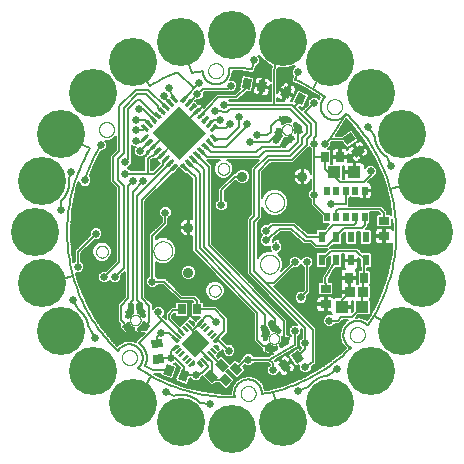
<source format=gtl>
G75*
%MOIN*%
%OFA0B0*%
%FSLAX25Y25*%
%IPPOS*%
%LPD*%
%AMOC8*
5,1,8,0,0,1.08239X$1,22.5*
%
%ADD10C,0.00000*%
%ADD11R,0.07000X0.06500*%
%ADD12C,0.00591*%
%ADD13R,0.12598X0.12598*%
%ADD14R,0.02756X0.03543*%
%ADD15R,0.04331X0.03937*%
%ADD16C,0.00004*%
%ADD17R,0.01200X0.00600*%
%ADD18R,0.00984X0.01949*%
%ADD19R,0.00984X0.02362*%
%ADD20C,0.00010*%
%ADD21R,0.02362X0.03740*%
%ADD22R,0.01969X0.03150*%
%ADD23R,0.00000X0.00000*%
%ADD24R,0.03543X0.02756*%
%ADD25R,0.03346X0.03543*%
%ADD26C,0.03500*%
%ADD27C,0.00600*%
%ADD28C,0.02578*%
%ADD29C,0.16000*%
D10*
X0038119Y0033019D02*
X0038121Y0033118D01*
X0038127Y0033218D01*
X0038137Y0033317D01*
X0038151Y0033415D01*
X0038168Y0033513D01*
X0038190Y0033610D01*
X0038215Y0033706D01*
X0038244Y0033801D01*
X0038277Y0033895D01*
X0038314Y0033987D01*
X0038354Y0034078D01*
X0038398Y0034167D01*
X0038446Y0034255D01*
X0038497Y0034340D01*
X0038551Y0034423D01*
X0038608Y0034505D01*
X0038669Y0034583D01*
X0038733Y0034660D01*
X0038799Y0034733D01*
X0038869Y0034804D01*
X0038941Y0034872D01*
X0039016Y0034938D01*
X0039094Y0035000D01*
X0039174Y0035059D01*
X0039256Y0035115D01*
X0039340Y0035167D01*
X0039427Y0035216D01*
X0039515Y0035262D01*
X0039605Y0035304D01*
X0039697Y0035343D01*
X0039790Y0035378D01*
X0039884Y0035409D01*
X0039980Y0035436D01*
X0040077Y0035459D01*
X0040174Y0035479D01*
X0040272Y0035495D01*
X0040371Y0035507D01*
X0040470Y0035515D01*
X0040569Y0035519D01*
X0040669Y0035519D01*
X0040768Y0035515D01*
X0040867Y0035507D01*
X0040966Y0035495D01*
X0041064Y0035479D01*
X0041161Y0035459D01*
X0041258Y0035436D01*
X0041354Y0035409D01*
X0041448Y0035378D01*
X0041541Y0035343D01*
X0041633Y0035304D01*
X0041723Y0035262D01*
X0041811Y0035216D01*
X0041898Y0035167D01*
X0041982Y0035115D01*
X0042064Y0035059D01*
X0042144Y0035000D01*
X0042222Y0034938D01*
X0042297Y0034872D01*
X0042369Y0034804D01*
X0042439Y0034733D01*
X0042505Y0034660D01*
X0042569Y0034583D01*
X0042630Y0034505D01*
X0042687Y0034423D01*
X0042741Y0034340D01*
X0042792Y0034255D01*
X0042840Y0034167D01*
X0042884Y0034078D01*
X0042924Y0033987D01*
X0042961Y0033895D01*
X0042994Y0033801D01*
X0043023Y0033706D01*
X0043048Y0033610D01*
X0043070Y0033513D01*
X0043087Y0033415D01*
X0043101Y0033317D01*
X0043111Y0033218D01*
X0043117Y0033118D01*
X0043119Y0033019D01*
X0043117Y0032920D01*
X0043111Y0032820D01*
X0043101Y0032721D01*
X0043087Y0032623D01*
X0043070Y0032525D01*
X0043048Y0032428D01*
X0043023Y0032332D01*
X0042994Y0032237D01*
X0042961Y0032143D01*
X0042924Y0032051D01*
X0042884Y0031960D01*
X0042840Y0031871D01*
X0042792Y0031783D01*
X0042741Y0031698D01*
X0042687Y0031615D01*
X0042630Y0031533D01*
X0042569Y0031455D01*
X0042505Y0031378D01*
X0042439Y0031305D01*
X0042369Y0031234D01*
X0042297Y0031166D01*
X0042222Y0031100D01*
X0042144Y0031038D01*
X0042064Y0030979D01*
X0041982Y0030923D01*
X0041898Y0030871D01*
X0041811Y0030822D01*
X0041723Y0030776D01*
X0041633Y0030734D01*
X0041541Y0030695D01*
X0041448Y0030660D01*
X0041354Y0030629D01*
X0041258Y0030602D01*
X0041161Y0030579D01*
X0041064Y0030559D01*
X0040966Y0030543D01*
X0040867Y0030531D01*
X0040768Y0030523D01*
X0040669Y0030519D01*
X0040569Y0030519D01*
X0040470Y0030523D01*
X0040371Y0030531D01*
X0040272Y0030543D01*
X0040174Y0030559D01*
X0040077Y0030579D01*
X0039980Y0030602D01*
X0039884Y0030629D01*
X0039790Y0030660D01*
X0039697Y0030695D01*
X0039605Y0030734D01*
X0039515Y0030776D01*
X0039427Y0030822D01*
X0039340Y0030871D01*
X0039256Y0030923D01*
X0039174Y0030979D01*
X0039094Y0031038D01*
X0039016Y0031100D01*
X0038941Y0031166D01*
X0038869Y0031234D01*
X0038799Y0031305D01*
X0038733Y0031378D01*
X0038669Y0031455D01*
X0038608Y0031533D01*
X0038551Y0031615D01*
X0038497Y0031698D01*
X0038446Y0031783D01*
X0038398Y0031871D01*
X0038354Y0031960D01*
X0038314Y0032051D01*
X0038277Y0032143D01*
X0038244Y0032237D01*
X0038215Y0032332D01*
X0038190Y0032428D01*
X0038168Y0032525D01*
X0038151Y0032623D01*
X0038137Y0032721D01*
X0038127Y0032820D01*
X0038121Y0032920D01*
X0038119Y0033019D01*
X0040859Y0045486D02*
X0040861Y0045570D01*
X0040867Y0045653D01*
X0040877Y0045736D01*
X0040891Y0045819D01*
X0040908Y0045901D01*
X0040930Y0045982D01*
X0040955Y0046061D01*
X0040984Y0046140D01*
X0041017Y0046217D01*
X0041053Y0046292D01*
X0041093Y0046366D01*
X0041136Y0046438D01*
X0041183Y0046507D01*
X0041233Y0046574D01*
X0041286Y0046639D01*
X0041342Y0046701D01*
X0041400Y0046761D01*
X0041462Y0046818D01*
X0041526Y0046871D01*
X0041593Y0046922D01*
X0041662Y0046969D01*
X0041733Y0047014D01*
X0041806Y0047054D01*
X0041881Y0047091D01*
X0041958Y0047125D01*
X0042036Y0047155D01*
X0042115Y0047181D01*
X0042196Y0047204D01*
X0042278Y0047222D01*
X0042360Y0047237D01*
X0042443Y0047248D01*
X0042526Y0047255D01*
X0042610Y0047258D01*
X0042694Y0047257D01*
X0042777Y0047252D01*
X0042861Y0047243D01*
X0042943Y0047230D01*
X0043025Y0047214D01*
X0043106Y0047193D01*
X0043187Y0047169D01*
X0043265Y0047141D01*
X0043343Y0047109D01*
X0043419Y0047073D01*
X0043493Y0047034D01*
X0043565Y0046992D01*
X0043635Y0046946D01*
X0043703Y0046897D01*
X0043768Y0046845D01*
X0043831Y0046790D01*
X0043891Y0046732D01*
X0043949Y0046671D01*
X0044003Y0046607D01*
X0044055Y0046541D01*
X0044103Y0046473D01*
X0044148Y0046402D01*
X0044189Y0046329D01*
X0044228Y0046255D01*
X0044262Y0046179D01*
X0044293Y0046101D01*
X0044320Y0046022D01*
X0044344Y0045941D01*
X0044363Y0045860D01*
X0044379Y0045778D01*
X0044391Y0045695D01*
X0044399Y0045611D01*
X0044403Y0045528D01*
X0044403Y0045444D01*
X0044399Y0045361D01*
X0044391Y0045277D01*
X0044379Y0045194D01*
X0044363Y0045112D01*
X0044344Y0045031D01*
X0044320Y0044950D01*
X0044293Y0044871D01*
X0044262Y0044793D01*
X0044228Y0044717D01*
X0044189Y0044643D01*
X0044148Y0044570D01*
X0044103Y0044499D01*
X0044055Y0044431D01*
X0044003Y0044365D01*
X0043949Y0044301D01*
X0043891Y0044240D01*
X0043831Y0044182D01*
X0043768Y0044127D01*
X0043703Y0044075D01*
X0043635Y0044026D01*
X0043565Y0043980D01*
X0043493Y0043938D01*
X0043419Y0043899D01*
X0043343Y0043863D01*
X0043265Y0043831D01*
X0043187Y0043803D01*
X0043106Y0043779D01*
X0043025Y0043758D01*
X0042943Y0043742D01*
X0042861Y0043729D01*
X0042777Y0043720D01*
X0042694Y0043715D01*
X0042610Y0043714D01*
X0042526Y0043717D01*
X0042443Y0043724D01*
X0042360Y0043735D01*
X0042278Y0043750D01*
X0042196Y0043768D01*
X0042115Y0043791D01*
X0042036Y0043817D01*
X0041958Y0043847D01*
X0041881Y0043881D01*
X0041806Y0043918D01*
X0041733Y0043958D01*
X0041662Y0044003D01*
X0041593Y0044050D01*
X0041526Y0044101D01*
X0041462Y0044154D01*
X0041400Y0044211D01*
X0041342Y0044271D01*
X0041286Y0044333D01*
X0041233Y0044398D01*
X0041183Y0044465D01*
X0041136Y0044534D01*
X0041093Y0044606D01*
X0041053Y0044680D01*
X0041017Y0044755D01*
X0040984Y0044832D01*
X0040955Y0044911D01*
X0040930Y0044990D01*
X0040908Y0045071D01*
X0040891Y0045153D01*
X0040877Y0045236D01*
X0040867Y0045319D01*
X0040861Y0045402D01*
X0040859Y0045486D01*
X0029556Y0068274D02*
X0029558Y0068362D01*
X0029564Y0068450D01*
X0029574Y0068538D01*
X0029588Y0068626D01*
X0029605Y0068712D01*
X0029627Y0068798D01*
X0029652Y0068882D01*
X0029682Y0068966D01*
X0029714Y0069048D01*
X0029751Y0069128D01*
X0029791Y0069207D01*
X0029835Y0069284D01*
X0029882Y0069359D01*
X0029932Y0069431D01*
X0029986Y0069502D01*
X0030042Y0069569D01*
X0030102Y0069635D01*
X0030164Y0069697D01*
X0030230Y0069757D01*
X0030297Y0069813D01*
X0030368Y0069867D01*
X0030440Y0069917D01*
X0030515Y0069964D01*
X0030592Y0070008D01*
X0030671Y0070048D01*
X0030751Y0070085D01*
X0030833Y0070117D01*
X0030917Y0070147D01*
X0031001Y0070172D01*
X0031087Y0070194D01*
X0031173Y0070211D01*
X0031261Y0070225D01*
X0031349Y0070235D01*
X0031437Y0070241D01*
X0031525Y0070243D01*
X0031613Y0070241D01*
X0031701Y0070235D01*
X0031789Y0070225D01*
X0031877Y0070211D01*
X0031963Y0070194D01*
X0032049Y0070172D01*
X0032133Y0070147D01*
X0032217Y0070117D01*
X0032299Y0070085D01*
X0032379Y0070048D01*
X0032458Y0070008D01*
X0032535Y0069964D01*
X0032610Y0069917D01*
X0032682Y0069867D01*
X0032753Y0069813D01*
X0032820Y0069757D01*
X0032886Y0069697D01*
X0032948Y0069635D01*
X0033008Y0069569D01*
X0033064Y0069502D01*
X0033118Y0069431D01*
X0033168Y0069359D01*
X0033215Y0069284D01*
X0033259Y0069207D01*
X0033299Y0069128D01*
X0033336Y0069048D01*
X0033368Y0068966D01*
X0033398Y0068882D01*
X0033423Y0068798D01*
X0033445Y0068712D01*
X0033462Y0068626D01*
X0033476Y0068538D01*
X0033486Y0068450D01*
X0033492Y0068362D01*
X0033494Y0068274D01*
X0033492Y0068186D01*
X0033486Y0068098D01*
X0033476Y0068010D01*
X0033462Y0067922D01*
X0033445Y0067836D01*
X0033423Y0067750D01*
X0033398Y0067666D01*
X0033368Y0067582D01*
X0033336Y0067500D01*
X0033299Y0067420D01*
X0033259Y0067341D01*
X0033215Y0067264D01*
X0033168Y0067189D01*
X0033118Y0067117D01*
X0033064Y0067046D01*
X0033008Y0066979D01*
X0032948Y0066913D01*
X0032886Y0066851D01*
X0032820Y0066791D01*
X0032753Y0066735D01*
X0032682Y0066681D01*
X0032610Y0066631D01*
X0032535Y0066584D01*
X0032458Y0066540D01*
X0032379Y0066500D01*
X0032299Y0066463D01*
X0032217Y0066431D01*
X0032133Y0066401D01*
X0032049Y0066376D01*
X0031963Y0066354D01*
X0031877Y0066337D01*
X0031789Y0066323D01*
X0031701Y0066313D01*
X0031613Y0066307D01*
X0031525Y0066305D01*
X0031437Y0066307D01*
X0031349Y0066313D01*
X0031261Y0066323D01*
X0031173Y0066337D01*
X0031087Y0066354D01*
X0031001Y0066376D01*
X0030917Y0066401D01*
X0030833Y0066431D01*
X0030751Y0066463D01*
X0030671Y0066500D01*
X0030592Y0066540D01*
X0030515Y0066584D01*
X0030440Y0066631D01*
X0030368Y0066681D01*
X0030297Y0066735D01*
X0030230Y0066791D01*
X0030164Y0066851D01*
X0030102Y0066913D01*
X0030042Y0066979D01*
X0029986Y0067046D01*
X0029932Y0067117D01*
X0029882Y0067189D01*
X0029835Y0067264D01*
X0029791Y0067341D01*
X0029751Y0067420D01*
X0029714Y0067500D01*
X0029682Y0067582D01*
X0029652Y0067666D01*
X0029627Y0067750D01*
X0029605Y0067836D01*
X0029588Y0067922D01*
X0029574Y0068010D01*
X0029564Y0068098D01*
X0029558Y0068186D01*
X0029556Y0068274D01*
X0048652Y0068588D02*
X0048654Y0068700D01*
X0048660Y0068811D01*
X0048670Y0068923D01*
X0048684Y0069034D01*
X0048701Y0069144D01*
X0048723Y0069254D01*
X0048749Y0069363D01*
X0048778Y0069471D01*
X0048811Y0069577D01*
X0048848Y0069683D01*
X0048889Y0069787D01*
X0048934Y0069890D01*
X0048982Y0069991D01*
X0049033Y0070090D01*
X0049088Y0070187D01*
X0049147Y0070282D01*
X0049208Y0070376D01*
X0049273Y0070467D01*
X0049342Y0070555D01*
X0049413Y0070641D01*
X0049487Y0070725D01*
X0049565Y0070805D01*
X0049645Y0070883D01*
X0049728Y0070959D01*
X0049813Y0071031D01*
X0049901Y0071100D01*
X0049991Y0071166D01*
X0050084Y0071228D01*
X0050179Y0071288D01*
X0050276Y0071344D01*
X0050374Y0071396D01*
X0050475Y0071445D01*
X0050577Y0071490D01*
X0050681Y0071532D01*
X0050786Y0071570D01*
X0050893Y0071604D01*
X0051000Y0071634D01*
X0051109Y0071661D01*
X0051218Y0071683D01*
X0051329Y0071702D01*
X0051439Y0071717D01*
X0051551Y0071728D01*
X0051662Y0071735D01*
X0051774Y0071738D01*
X0051886Y0071737D01*
X0051998Y0071732D01*
X0052109Y0071723D01*
X0052220Y0071710D01*
X0052331Y0071693D01*
X0052441Y0071673D01*
X0052550Y0071648D01*
X0052658Y0071620D01*
X0052765Y0071587D01*
X0052871Y0071551D01*
X0052975Y0071511D01*
X0053078Y0071468D01*
X0053180Y0071421D01*
X0053279Y0071370D01*
X0053377Y0071316D01*
X0053473Y0071258D01*
X0053567Y0071197D01*
X0053658Y0071133D01*
X0053747Y0071066D01*
X0053834Y0070995D01*
X0053918Y0070921D01*
X0054000Y0070845D01*
X0054078Y0070765D01*
X0054154Y0070683D01*
X0054227Y0070598D01*
X0054297Y0070511D01*
X0054363Y0070421D01*
X0054427Y0070329D01*
X0054487Y0070235D01*
X0054544Y0070139D01*
X0054597Y0070040D01*
X0054647Y0069940D01*
X0054693Y0069839D01*
X0054736Y0069735D01*
X0054775Y0069630D01*
X0054810Y0069524D01*
X0054841Y0069417D01*
X0054869Y0069308D01*
X0054892Y0069199D01*
X0054912Y0069089D01*
X0054928Y0068978D01*
X0054940Y0068867D01*
X0054948Y0068756D01*
X0054952Y0068644D01*
X0054952Y0068532D01*
X0054948Y0068420D01*
X0054940Y0068309D01*
X0054928Y0068198D01*
X0054912Y0068087D01*
X0054892Y0067977D01*
X0054869Y0067868D01*
X0054841Y0067759D01*
X0054810Y0067652D01*
X0054775Y0067546D01*
X0054736Y0067441D01*
X0054693Y0067337D01*
X0054647Y0067236D01*
X0054597Y0067136D01*
X0054544Y0067037D01*
X0054487Y0066941D01*
X0054427Y0066847D01*
X0054363Y0066755D01*
X0054297Y0066665D01*
X0054227Y0066578D01*
X0054154Y0066493D01*
X0054078Y0066411D01*
X0054000Y0066331D01*
X0053918Y0066255D01*
X0053834Y0066181D01*
X0053747Y0066110D01*
X0053658Y0066043D01*
X0053567Y0065979D01*
X0053473Y0065918D01*
X0053377Y0065860D01*
X0053279Y0065806D01*
X0053180Y0065755D01*
X0053078Y0065708D01*
X0052975Y0065665D01*
X0052871Y0065625D01*
X0052765Y0065589D01*
X0052658Y0065556D01*
X0052550Y0065528D01*
X0052441Y0065503D01*
X0052331Y0065483D01*
X0052220Y0065466D01*
X0052109Y0065453D01*
X0051998Y0065444D01*
X0051886Y0065439D01*
X0051774Y0065438D01*
X0051662Y0065441D01*
X0051551Y0065448D01*
X0051439Y0065459D01*
X0051329Y0065474D01*
X0051218Y0065493D01*
X0051109Y0065515D01*
X0051000Y0065542D01*
X0050893Y0065572D01*
X0050786Y0065606D01*
X0050681Y0065644D01*
X0050577Y0065686D01*
X0050475Y0065731D01*
X0050374Y0065780D01*
X0050276Y0065832D01*
X0050179Y0065888D01*
X0050084Y0065948D01*
X0049991Y0066010D01*
X0049901Y0066076D01*
X0049813Y0066145D01*
X0049728Y0066217D01*
X0049645Y0066293D01*
X0049565Y0066371D01*
X0049487Y0066451D01*
X0049413Y0066535D01*
X0049342Y0066621D01*
X0049273Y0066709D01*
X0049208Y0066800D01*
X0049147Y0066894D01*
X0049088Y0066989D01*
X0049033Y0067086D01*
X0048982Y0067185D01*
X0048934Y0067286D01*
X0048889Y0067389D01*
X0048848Y0067493D01*
X0048811Y0067599D01*
X0048778Y0067705D01*
X0048749Y0067813D01*
X0048723Y0067922D01*
X0048701Y0068032D01*
X0048684Y0068142D01*
X0048670Y0068253D01*
X0048660Y0068365D01*
X0048654Y0068476D01*
X0048652Y0068588D01*
X0067155Y0055278D02*
X0067157Y0055366D01*
X0067163Y0055454D01*
X0067173Y0055542D01*
X0067187Y0055630D01*
X0067204Y0055716D01*
X0067226Y0055802D01*
X0067251Y0055886D01*
X0067281Y0055970D01*
X0067313Y0056052D01*
X0067350Y0056132D01*
X0067390Y0056211D01*
X0067434Y0056288D01*
X0067481Y0056363D01*
X0067531Y0056435D01*
X0067585Y0056506D01*
X0067641Y0056573D01*
X0067701Y0056639D01*
X0067763Y0056701D01*
X0067829Y0056761D01*
X0067896Y0056817D01*
X0067967Y0056871D01*
X0068039Y0056921D01*
X0068114Y0056968D01*
X0068191Y0057012D01*
X0068270Y0057052D01*
X0068350Y0057089D01*
X0068432Y0057121D01*
X0068516Y0057151D01*
X0068600Y0057176D01*
X0068686Y0057198D01*
X0068772Y0057215D01*
X0068860Y0057229D01*
X0068948Y0057239D01*
X0069036Y0057245D01*
X0069124Y0057247D01*
X0069212Y0057245D01*
X0069300Y0057239D01*
X0069388Y0057229D01*
X0069476Y0057215D01*
X0069562Y0057198D01*
X0069648Y0057176D01*
X0069732Y0057151D01*
X0069816Y0057121D01*
X0069898Y0057089D01*
X0069978Y0057052D01*
X0070057Y0057012D01*
X0070134Y0056968D01*
X0070209Y0056921D01*
X0070281Y0056871D01*
X0070352Y0056817D01*
X0070419Y0056761D01*
X0070485Y0056701D01*
X0070547Y0056639D01*
X0070607Y0056573D01*
X0070663Y0056506D01*
X0070717Y0056435D01*
X0070767Y0056363D01*
X0070814Y0056288D01*
X0070858Y0056211D01*
X0070898Y0056132D01*
X0070935Y0056052D01*
X0070967Y0055970D01*
X0070997Y0055886D01*
X0071022Y0055802D01*
X0071044Y0055716D01*
X0071061Y0055630D01*
X0071075Y0055542D01*
X0071085Y0055454D01*
X0071091Y0055366D01*
X0071093Y0055278D01*
X0071091Y0055190D01*
X0071085Y0055102D01*
X0071075Y0055014D01*
X0071061Y0054926D01*
X0071044Y0054840D01*
X0071022Y0054754D01*
X0070997Y0054670D01*
X0070967Y0054586D01*
X0070935Y0054504D01*
X0070898Y0054424D01*
X0070858Y0054345D01*
X0070814Y0054268D01*
X0070767Y0054193D01*
X0070717Y0054121D01*
X0070663Y0054050D01*
X0070607Y0053983D01*
X0070547Y0053917D01*
X0070485Y0053855D01*
X0070419Y0053795D01*
X0070352Y0053739D01*
X0070281Y0053685D01*
X0070209Y0053635D01*
X0070134Y0053588D01*
X0070057Y0053544D01*
X0069978Y0053504D01*
X0069898Y0053467D01*
X0069816Y0053435D01*
X0069732Y0053405D01*
X0069648Y0053380D01*
X0069562Y0053358D01*
X0069476Y0053341D01*
X0069388Y0053327D01*
X0069300Y0053317D01*
X0069212Y0053311D01*
X0069124Y0053309D01*
X0069036Y0053311D01*
X0068948Y0053317D01*
X0068860Y0053327D01*
X0068772Y0053341D01*
X0068686Y0053358D01*
X0068600Y0053380D01*
X0068516Y0053405D01*
X0068432Y0053435D01*
X0068350Y0053467D01*
X0068270Y0053504D01*
X0068191Y0053544D01*
X0068114Y0053588D01*
X0068039Y0053635D01*
X0067967Y0053685D01*
X0067896Y0053739D01*
X0067829Y0053795D01*
X0067763Y0053855D01*
X0067701Y0053917D01*
X0067641Y0053983D01*
X0067585Y0054050D01*
X0067531Y0054121D01*
X0067481Y0054193D01*
X0067434Y0054268D01*
X0067390Y0054345D01*
X0067350Y0054424D01*
X0067313Y0054504D01*
X0067281Y0054586D01*
X0067251Y0054670D01*
X0067226Y0054754D01*
X0067204Y0054840D01*
X0067187Y0054926D01*
X0067173Y0055014D01*
X0067163Y0055102D01*
X0067157Y0055190D01*
X0067155Y0055278D01*
X0084218Y0064133D02*
X0084220Y0064245D01*
X0084226Y0064356D01*
X0084236Y0064468D01*
X0084250Y0064579D01*
X0084267Y0064689D01*
X0084289Y0064799D01*
X0084315Y0064908D01*
X0084344Y0065016D01*
X0084377Y0065122D01*
X0084414Y0065228D01*
X0084455Y0065332D01*
X0084500Y0065435D01*
X0084548Y0065536D01*
X0084599Y0065635D01*
X0084654Y0065732D01*
X0084713Y0065827D01*
X0084774Y0065921D01*
X0084839Y0066012D01*
X0084908Y0066100D01*
X0084979Y0066186D01*
X0085053Y0066270D01*
X0085131Y0066350D01*
X0085211Y0066428D01*
X0085294Y0066504D01*
X0085379Y0066576D01*
X0085467Y0066645D01*
X0085557Y0066711D01*
X0085650Y0066773D01*
X0085745Y0066833D01*
X0085842Y0066889D01*
X0085940Y0066941D01*
X0086041Y0066990D01*
X0086143Y0067035D01*
X0086247Y0067077D01*
X0086352Y0067115D01*
X0086459Y0067149D01*
X0086566Y0067179D01*
X0086675Y0067206D01*
X0086784Y0067228D01*
X0086895Y0067247D01*
X0087005Y0067262D01*
X0087117Y0067273D01*
X0087228Y0067280D01*
X0087340Y0067283D01*
X0087452Y0067282D01*
X0087564Y0067277D01*
X0087675Y0067268D01*
X0087786Y0067255D01*
X0087897Y0067238D01*
X0088007Y0067218D01*
X0088116Y0067193D01*
X0088224Y0067165D01*
X0088331Y0067132D01*
X0088437Y0067096D01*
X0088541Y0067056D01*
X0088644Y0067013D01*
X0088746Y0066966D01*
X0088845Y0066915D01*
X0088943Y0066861D01*
X0089039Y0066803D01*
X0089133Y0066742D01*
X0089224Y0066678D01*
X0089313Y0066611D01*
X0089400Y0066540D01*
X0089484Y0066466D01*
X0089566Y0066390D01*
X0089644Y0066310D01*
X0089720Y0066228D01*
X0089793Y0066143D01*
X0089863Y0066056D01*
X0089929Y0065966D01*
X0089993Y0065874D01*
X0090053Y0065780D01*
X0090110Y0065684D01*
X0090163Y0065585D01*
X0090213Y0065485D01*
X0090259Y0065384D01*
X0090302Y0065280D01*
X0090341Y0065175D01*
X0090376Y0065069D01*
X0090407Y0064962D01*
X0090435Y0064853D01*
X0090458Y0064744D01*
X0090478Y0064634D01*
X0090494Y0064523D01*
X0090506Y0064412D01*
X0090514Y0064301D01*
X0090518Y0064189D01*
X0090518Y0064077D01*
X0090514Y0063965D01*
X0090506Y0063854D01*
X0090494Y0063743D01*
X0090478Y0063632D01*
X0090458Y0063522D01*
X0090435Y0063413D01*
X0090407Y0063304D01*
X0090376Y0063197D01*
X0090341Y0063091D01*
X0090302Y0062986D01*
X0090259Y0062882D01*
X0090213Y0062781D01*
X0090163Y0062681D01*
X0090110Y0062582D01*
X0090053Y0062486D01*
X0089993Y0062392D01*
X0089929Y0062300D01*
X0089863Y0062210D01*
X0089793Y0062123D01*
X0089720Y0062038D01*
X0089644Y0061956D01*
X0089566Y0061876D01*
X0089484Y0061800D01*
X0089400Y0061726D01*
X0089313Y0061655D01*
X0089224Y0061588D01*
X0089133Y0061524D01*
X0089039Y0061463D01*
X0088943Y0061405D01*
X0088845Y0061351D01*
X0088746Y0061300D01*
X0088644Y0061253D01*
X0088541Y0061210D01*
X0088437Y0061170D01*
X0088331Y0061134D01*
X0088224Y0061101D01*
X0088116Y0061073D01*
X0088007Y0061048D01*
X0087897Y0061028D01*
X0087786Y0061011D01*
X0087675Y0060998D01*
X0087564Y0060989D01*
X0087452Y0060984D01*
X0087340Y0060983D01*
X0087228Y0060986D01*
X0087117Y0060993D01*
X0087005Y0061004D01*
X0086895Y0061019D01*
X0086784Y0061038D01*
X0086675Y0061060D01*
X0086566Y0061087D01*
X0086459Y0061117D01*
X0086352Y0061151D01*
X0086247Y0061189D01*
X0086143Y0061231D01*
X0086041Y0061276D01*
X0085940Y0061325D01*
X0085842Y0061377D01*
X0085745Y0061433D01*
X0085650Y0061493D01*
X0085557Y0061555D01*
X0085467Y0061621D01*
X0085379Y0061690D01*
X0085294Y0061762D01*
X0085211Y0061838D01*
X0085131Y0061916D01*
X0085053Y0061996D01*
X0084979Y0062080D01*
X0084908Y0062166D01*
X0084839Y0062254D01*
X0084774Y0062345D01*
X0084713Y0062439D01*
X0084654Y0062534D01*
X0084599Y0062631D01*
X0084548Y0062730D01*
X0084500Y0062831D01*
X0084455Y0062934D01*
X0084414Y0063038D01*
X0084377Y0063144D01*
X0084344Y0063250D01*
X0084315Y0063358D01*
X0084289Y0063467D01*
X0084267Y0063577D01*
X0084250Y0063687D01*
X0084236Y0063798D01*
X0084226Y0063910D01*
X0084220Y0064021D01*
X0084218Y0064133D01*
X0085940Y0084748D02*
X0085942Y0084860D01*
X0085948Y0084971D01*
X0085958Y0085083D01*
X0085972Y0085194D01*
X0085989Y0085304D01*
X0086011Y0085414D01*
X0086037Y0085523D01*
X0086066Y0085631D01*
X0086099Y0085737D01*
X0086136Y0085843D01*
X0086177Y0085947D01*
X0086222Y0086050D01*
X0086270Y0086151D01*
X0086321Y0086250D01*
X0086376Y0086347D01*
X0086435Y0086442D01*
X0086496Y0086536D01*
X0086561Y0086627D01*
X0086630Y0086715D01*
X0086701Y0086801D01*
X0086775Y0086885D01*
X0086853Y0086965D01*
X0086933Y0087043D01*
X0087016Y0087119D01*
X0087101Y0087191D01*
X0087189Y0087260D01*
X0087279Y0087326D01*
X0087372Y0087388D01*
X0087467Y0087448D01*
X0087564Y0087504D01*
X0087662Y0087556D01*
X0087763Y0087605D01*
X0087865Y0087650D01*
X0087969Y0087692D01*
X0088074Y0087730D01*
X0088181Y0087764D01*
X0088288Y0087794D01*
X0088397Y0087821D01*
X0088506Y0087843D01*
X0088617Y0087862D01*
X0088727Y0087877D01*
X0088839Y0087888D01*
X0088950Y0087895D01*
X0089062Y0087898D01*
X0089174Y0087897D01*
X0089286Y0087892D01*
X0089397Y0087883D01*
X0089508Y0087870D01*
X0089619Y0087853D01*
X0089729Y0087833D01*
X0089838Y0087808D01*
X0089946Y0087780D01*
X0090053Y0087747D01*
X0090159Y0087711D01*
X0090263Y0087671D01*
X0090366Y0087628D01*
X0090468Y0087581D01*
X0090567Y0087530D01*
X0090665Y0087476D01*
X0090761Y0087418D01*
X0090855Y0087357D01*
X0090946Y0087293D01*
X0091035Y0087226D01*
X0091122Y0087155D01*
X0091206Y0087081D01*
X0091288Y0087005D01*
X0091366Y0086925D01*
X0091442Y0086843D01*
X0091515Y0086758D01*
X0091585Y0086671D01*
X0091651Y0086581D01*
X0091715Y0086489D01*
X0091775Y0086395D01*
X0091832Y0086299D01*
X0091885Y0086200D01*
X0091935Y0086100D01*
X0091981Y0085999D01*
X0092024Y0085895D01*
X0092063Y0085790D01*
X0092098Y0085684D01*
X0092129Y0085577D01*
X0092157Y0085468D01*
X0092180Y0085359D01*
X0092200Y0085249D01*
X0092216Y0085138D01*
X0092228Y0085027D01*
X0092236Y0084916D01*
X0092240Y0084804D01*
X0092240Y0084692D01*
X0092236Y0084580D01*
X0092228Y0084469D01*
X0092216Y0084358D01*
X0092200Y0084247D01*
X0092180Y0084137D01*
X0092157Y0084028D01*
X0092129Y0083919D01*
X0092098Y0083812D01*
X0092063Y0083706D01*
X0092024Y0083601D01*
X0091981Y0083497D01*
X0091935Y0083396D01*
X0091885Y0083296D01*
X0091832Y0083197D01*
X0091775Y0083101D01*
X0091715Y0083007D01*
X0091651Y0082915D01*
X0091585Y0082825D01*
X0091515Y0082738D01*
X0091442Y0082653D01*
X0091366Y0082571D01*
X0091288Y0082491D01*
X0091206Y0082415D01*
X0091122Y0082341D01*
X0091035Y0082270D01*
X0090946Y0082203D01*
X0090855Y0082139D01*
X0090761Y0082078D01*
X0090665Y0082020D01*
X0090567Y0081966D01*
X0090468Y0081915D01*
X0090366Y0081868D01*
X0090263Y0081825D01*
X0090159Y0081785D01*
X0090053Y0081749D01*
X0089946Y0081716D01*
X0089838Y0081688D01*
X0089729Y0081663D01*
X0089619Y0081643D01*
X0089508Y0081626D01*
X0089397Y0081613D01*
X0089286Y0081604D01*
X0089174Y0081599D01*
X0089062Y0081598D01*
X0088950Y0081601D01*
X0088839Y0081608D01*
X0088727Y0081619D01*
X0088617Y0081634D01*
X0088506Y0081653D01*
X0088397Y0081675D01*
X0088288Y0081702D01*
X0088181Y0081732D01*
X0088074Y0081766D01*
X0087969Y0081804D01*
X0087865Y0081846D01*
X0087763Y0081891D01*
X0087662Y0081940D01*
X0087564Y0081992D01*
X0087467Y0082048D01*
X0087372Y0082108D01*
X0087279Y0082170D01*
X0087189Y0082236D01*
X0087101Y0082305D01*
X0087016Y0082377D01*
X0086933Y0082453D01*
X0086853Y0082531D01*
X0086775Y0082611D01*
X0086701Y0082695D01*
X0086630Y0082781D01*
X0086561Y0082869D01*
X0086496Y0082960D01*
X0086435Y0083054D01*
X0086376Y0083149D01*
X0086321Y0083246D01*
X0086270Y0083345D01*
X0086222Y0083446D01*
X0086177Y0083549D01*
X0086136Y0083653D01*
X0086099Y0083759D01*
X0086066Y0083865D01*
X0086037Y0083973D01*
X0086011Y0084082D01*
X0085989Y0084192D01*
X0085972Y0084302D01*
X0085958Y0084413D01*
X0085948Y0084525D01*
X0085942Y0084636D01*
X0085940Y0084748D01*
X0070056Y0095892D02*
X0070058Y0095980D01*
X0070064Y0096068D01*
X0070074Y0096156D01*
X0070088Y0096244D01*
X0070105Y0096330D01*
X0070127Y0096416D01*
X0070152Y0096500D01*
X0070182Y0096584D01*
X0070214Y0096666D01*
X0070251Y0096746D01*
X0070291Y0096825D01*
X0070335Y0096902D01*
X0070382Y0096977D01*
X0070432Y0097049D01*
X0070486Y0097120D01*
X0070542Y0097187D01*
X0070602Y0097253D01*
X0070664Y0097315D01*
X0070730Y0097375D01*
X0070797Y0097431D01*
X0070868Y0097485D01*
X0070940Y0097535D01*
X0071015Y0097582D01*
X0071092Y0097626D01*
X0071171Y0097666D01*
X0071251Y0097703D01*
X0071333Y0097735D01*
X0071417Y0097765D01*
X0071501Y0097790D01*
X0071587Y0097812D01*
X0071673Y0097829D01*
X0071761Y0097843D01*
X0071849Y0097853D01*
X0071937Y0097859D01*
X0072025Y0097861D01*
X0072113Y0097859D01*
X0072201Y0097853D01*
X0072289Y0097843D01*
X0072377Y0097829D01*
X0072463Y0097812D01*
X0072549Y0097790D01*
X0072633Y0097765D01*
X0072717Y0097735D01*
X0072799Y0097703D01*
X0072879Y0097666D01*
X0072958Y0097626D01*
X0073035Y0097582D01*
X0073110Y0097535D01*
X0073182Y0097485D01*
X0073253Y0097431D01*
X0073320Y0097375D01*
X0073386Y0097315D01*
X0073448Y0097253D01*
X0073508Y0097187D01*
X0073564Y0097120D01*
X0073618Y0097049D01*
X0073668Y0096977D01*
X0073715Y0096902D01*
X0073759Y0096825D01*
X0073799Y0096746D01*
X0073836Y0096666D01*
X0073868Y0096584D01*
X0073898Y0096500D01*
X0073923Y0096416D01*
X0073945Y0096330D01*
X0073962Y0096244D01*
X0073976Y0096156D01*
X0073986Y0096068D01*
X0073992Y0095980D01*
X0073994Y0095892D01*
X0073992Y0095804D01*
X0073986Y0095716D01*
X0073976Y0095628D01*
X0073962Y0095540D01*
X0073945Y0095454D01*
X0073923Y0095368D01*
X0073898Y0095284D01*
X0073868Y0095200D01*
X0073836Y0095118D01*
X0073799Y0095038D01*
X0073759Y0094959D01*
X0073715Y0094882D01*
X0073668Y0094807D01*
X0073618Y0094735D01*
X0073564Y0094664D01*
X0073508Y0094597D01*
X0073448Y0094531D01*
X0073386Y0094469D01*
X0073320Y0094409D01*
X0073253Y0094353D01*
X0073182Y0094299D01*
X0073110Y0094249D01*
X0073035Y0094202D01*
X0072958Y0094158D01*
X0072879Y0094118D01*
X0072799Y0094081D01*
X0072717Y0094049D01*
X0072633Y0094019D01*
X0072549Y0093994D01*
X0072463Y0093972D01*
X0072377Y0093955D01*
X0072289Y0093941D01*
X0072201Y0093931D01*
X0072113Y0093925D01*
X0072025Y0093923D01*
X0071937Y0093925D01*
X0071849Y0093931D01*
X0071761Y0093941D01*
X0071673Y0093955D01*
X0071587Y0093972D01*
X0071501Y0093994D01*
X0071417Y0094019D01*
X0071333Y0094049D01*
X0071251Y0094081D01*
X0071171Y0094118D01*
X0071092Y0094158D01*
X0071015Y0094202D01*
X0070940Y0094249D01*
X0070868Y0094299D01*
X0070797Y0094353D01*
X0070730Y0094409D01*
X0070664Y0094469D01*
X0070602Y0094531D01*
X0070542Y0094597D01*
X0070486Y0094664D01*
X0070432Y0094735D01*
X0070382Y0094807D01*
X0070335Y0094882D01*
X0070291Y0094959D01*
X0070251Y0095038D01*
X0070214Y0095118D01*
X0070182Y0095200D01*
X0070152Y0095284D01*
X0070127Y0095368D01*
X0070105Y0095454D01*
X0070088Y0095540D01*
X0070074Y0095628D01*
X0070064Y0095716D01*
X0070058Y0095804D01*
X0070056Y0095892D01*
X0091483Y0109007D02*
X0091485Y0109091D01*
X0091491Y0109174D01*
X0091501Y0109257D01*
X0091515Y0109340D01*
X0091532Y0109422D01*
X0091554Y0109503D01*
X0091579Y0109582D01*
X0091608Y0109661D01*
X0091641Y0109738D01*
X0091677Y0109813D01*
X0091717Y0109887D01*
X0091760Y0109959D01*
X0091807Y0110028D01*
X0091857Y0110095D01*
X0091910Y0110160D01*
X0091966Y0110222D01*
X0092024Y0110282D01*
X0092086Y0110339D01*
X0092150Y0110392D01*
X0092217Y0110443D01*
X0092286Y0110490D01*
X0092357Y0110535D01*
X0092430Y0110575D01*
X0092505Y0110612D01*
X0092582Y0110646D01*
X0092660Y0110676D01*
X0092739Y0110702D01*
X0092820Y0110725D01*
X0092902Y0110743D01*
X0092984Y0110758D01*
X0093067Y0110769D01*
X0093150Y0110776D01*
X0093234Y0110779D01*
X0093318Y0110778D01*
X0093401Y0110773D01*
X0093485Y0110764D01*
X0093567Y0110751D01*
X0093649Y0110735D01*
X0093730Y0110714D01*
X0093811Y0110690D01*
X0093889Y0110662D01*
X0093967Y0110630D01*
X0094043Y0110594D01*
X0094117Y0110555D01*
X0094189Y0110513D01*
X0094259Y0110467D01*
X0094327Y0110418D01*
X0094392Y0110366D01*
X0094455Y0110311D01*
X0094515Y0110253D01*
X0094573Y0110192D01*
X0094627Y0110128D01*
X0094679Y0110062D01*
X0094727Y0109994D01*
X0094772Y0109923D01*
X0094813Y0109850D01*
X0094852Y0109776D01*
X0094886Y0109700D01*
X0094917Y0109622D01*
X0094944Y0109543D01*
X0094968Y0109462D01*
X0094987Y0109381D01*
X0095003Y0109299D01*
X0095015Y0109216D01*
X0095023Y0109132D01*
X0095027Y0109049D01*
X0095027Y0108965D01*
X0095023Y0108882D01*
X0095015Y0108798D01*
X0095003Y0108715D01*
X0094987Y0108633D01*
X0094968Y0108552D01*
X0094944Y0108471D01*
X0094917Y0108392D01*
X0094886Y0108314D01*
X0094852Y0108238D01*
X0094813Y0108164D01*
X0094772Y0108091D01*
X0094727Y0108020D01*
X0094679Y0107952D01*
X0094627Y0107886D01*
X0094573Y0107822D01*
X0094515Y0107761D01*
X0094455Y0107703D01*
X0094392Y0107648D01*
X0094327Y0107596D01*
X0094259Y0107547D01*
X0094189Y0107501D01*
X0094117Y0107459D01*
X0094043Y0107420D01*
X0093967Y0107384D01*
X0093889Y0107352D01*
X0093811Y0107324D01*
X0093730Y0107300D01*
X0093649Y0107279D01*
X0093567Y0107263D01*
X0093485Y0107250D01*
X0093401Y0107241D01*
X0093318Y0107236D01*
X0093234Y0107235D01*
X0093150Y0107238D01*
X0093067Y0107245D01*
X0092984Y0107256D01*
X0092902Y0107271D01*
X0092820Y0107289D01*
X0092739Y0107312D01*
X0092660Y0107338D01*
X0092582Y0107368D01*
X0092505Y0107402D01*
X0092430Y0107439D01*
X0092357Y0107479D01*
X0092286Y0107524D01*
X0092217Y0107571D01*
X0092150Y0107622D01*
X0092086Y0107675D01*
X0092024Y0107732D01*
X0091966Y0107792D01*
X0091910Y0107854D01*
X0091857Y0107919D01*
X0091807Y0107986D01*
X0091760Y0108055D01*
X0091717Y0108127D01*
X0091677Y0108201D01*
X0091641Y0108276D01*
X0091608Y0108353D01*
X0091579Y0108432D01*
X0091554Y0108511D01*
X0091532Y0108592D01*
X0091515Y0108674D01*
X0091501Y0108757D01*
X0091491Y0108840D01*
X0091485Y0108923D01*
X0091483Y0109007D01*
X0106519Y0116619D02*
X0106521Y0116718D01*
X0106527Y0116818D01*
X0106537Y0116917D01*
X0106551Y0117015D01*
X0106568Y0117113D01*
X0106590Y0117210D01*
X0106615Y0117306D01*
X0106644Y0117401D01*
X0106677Y0117495D01*
X0106714Y0117587D01*
X0106754Y0117678D01*
X0106798Y0117767D01*
X0106846Y0117855D01*
X0106897Y0117940D01*
X0106951Y0118023D01*
X0107008Y0118105D01*
X0107069Y0118183D01*
X0107133Y0118260D01*
X0107199Y0118333D01*
X0107269Y0118404D01*
X0107341Y0118472D01*
X0107416Y0118538D01*
X0107494Y0118600D01*
X0107574Y0118659D01*
X0107656Y0118715D01*
X0107740Y0118767D01*
X0107827Y0118816D01*
X0107915Y0118862D01*
X0108005Y0118904D01*
X0108097Y0118943D01*
X0108190Y0118978D01*
X0108284Y0119009D01*
X0108380Y0119036D01*
X0108477Y0119059D01*
X0108574Y0119079D01*
X0108672Y0119095D01*
X0108771Y0119107D01*
X0108870Y0119115D01*
X0108969Y0119119D01*
X0109069Y0119119D01*
X0109168Y0119115D01*
X0109267Y0119107D01*
X0109366Y0119095D01*
X0109464Y0119079D01*
X0109561Y0119059D01*
X0109658Y0119036D01*
X0109754Y0119009D01*
X0109848Y0118978D01*
X0109941Y0118943D01*
X0110033Y0118904D01*
X0110123Y0118862D01*
X0110211Y0118816D01*
X0110298Y0118767D01*
X0110382Y0118715D01*
X0110464Y0118659D01*
X0110544Y0118600D01*
X0110622Y0118538D01*
X0110697Y0118472D01*
X0110769Y0118404D01*
X0110839Y0118333D01*
X0110905Y0118260D01*
X0110969Y0118183D01*
X0111030Y0118105D01*
X0111087Y0118023D01*
X0111141Y0117940D01*
X0111192Y0117855D01*
X0111240Y0117767D01*
X0111284Y0117678D01*
X0111324Y0117587D01*
X0111361Y0117495D01*
X0111394Y0117401D01*
X0111423Y0117306D01*
X0111448Y0117210D01*
X0111470Y0117113D01*
X0111487Y0117015D01*
X0111501Y0116917D01*
X0111511Y0116818D01*
X0111517Y0116718D01*
X0111519Y0116619D01*
X0111517Y0116520D01*
X0111511Y0116420D01*
X0111501Y0116321D01*
X0111487Y0116223D01*
X0111470Y0116125D01*
X0111448Y0116028D01*
X0111423Y0115932D01*
X0111394Y0115837D01*
X0111361Y0115743D01*
X0111324Y0115651D01*
X0111284Y0115560D01*
X0111240Y0115471D01*
X0111192Y0115383D01*
X0111141Y0115298D01*
X0111087Y0115215D01*
X0111030Y0115133D01*
X0110969Y0115055D01*
X0110905Y0114978D01*
X0110839Y0114905D01*
X0110769Y0114834D01*
X0110697Y0114766D01*
X0110622Y0114700D01*
X0110544Y0114638D01*
X0110464Y0114579D01*
X0110382Y0114523D01*
X0110298Y0114471D01*
X0110211Y0114422D01*
X0110123Y0114376D01*
X0110033Y0114334D01*
X0109941Y0114295D01*
X0109848Y0114260D01*
X0109754Y0114229D01*
X0109658Y0114202D01*
X0109561Y0114179D01*
X0109464Y0114159D01*
X0109366Y0114143D01*
X0109267Y0114131D01*
X0109168Y0114123D01*
X0109069Y0114119D01*
X0108969Y0114119D01*
X0108870Y0114123D01*
X0108771Y0114131D01*
X0108672Y0114143D01*
X0108574Y0114159D01*
X0108477Y0114179D01*
X0108380Y0114202D01*
X0108284Y0114229D01*
X0108190Y0114260D01*
X0108097Y0114295D01*
X0108005Y0114334D01*
X0107915Y0114376D01*
X0107827Y0114422D01*
X0107740Y0114471D01*
X0107656Y0114523D01*
X0107574Y0114579D01*
X0107494Y0114638D01*
X0107416Y0114700D01*
X0107341Y0114766D01*
X0107269Y0114834D01*
X0107199Y0114905D01*
X0107133Y0114978D01*
X0107069Y0115055D01*
X0107008Y0115133D01*
X0106951Y0115215D01*
X0106897Y0115298D01*
X0106846Y0115383D01*
X0106798Y0115471D01*
X0106754Y0115560D01*
X0106714Y0115651D01*
X0106677Y0115743D01*
X0106644Y0115837D01*
X0106615Y0115932D01*
X0106590Y0116028D01*
X0106568Y0116125D01*
X0106551Y0116223D01*
X0106537Y0116321D01*
X0106527Y0116420D01*
X0106521Y0116520D01*
X0106519Y0116619D01*
X0066919Y0128619D02*
X0066921Y0128718D01*
X0066927Y0128818D01*
X0066937Y0128917D01*
X0066951Y0129015D01*
X0066968Y0129113D01*
X0066990Y0129210D01*
X0067015Y0129306D01*
X0067044Y0129401D01*
X0067077Y0129495D01*
X0067114Y0129587D01*
X0067154Y0129678D01*
X0067198Y0129767D01*
X0067246Y0129855D01*
X0067297Y0129940D01*
X0067351Y0130023D01*
X0067408Y0130105D01*
X0067469Y0130183D01*
X0067533Y0130260D01*
X0067599Y0130333D01*
X0067669Y0130404D01*
X0067741Y0130472D01*
X0067816Y0130538D01*
X0067894Y0130600D01*
X0067974Y0130659D01*
X0068056Y0130715D01*
X0068140Y0130767D01*
X0068227Y0130816D01*
X0068315Y0130862D01*
X0068405Y0130904D01*
X0068497Y0130943D01*
X0068590Y0130978D01*
X0068684Y0131009D01*
X0068780Y0131036D01*
X0068877Y0131059D01*
X0068974Y0131079D01*
X0069072Y0131095D01*
X0069171Y0131107D01*
X0069270Y0131115D01*
X0069369Y0131119D01*
X0069469Y0131119D01*
X0069568Y0131115D01*
X0069667Y0131107D01*
X0069766Y0131095D01*
X0069864Y0131079D01*
X0069961Y0131059D01*
X0070058Y0131036D01*
X0070154Y0131009D01*
X0070248Y0130978D01*
X0070341Y0130943D01*
X0070433Y0130904D01*
X0070523Y0130862D01*
X0070611Y0130816D01*
X0070698Y0130767D01*
X0070782Y0130715D01*
X0070864Y0130659D01*
X0070944Y0130600D01*
X0071022Y0130538D01*
X0071097Y0130472D01*
X0071169Y0130404D01*
X0071239Y0130333D01*
X0071305Y0130260D01*
X0071369Y0130183D01*
X0071430Y0130105D01*
X0071487Y0130023D01*
X0071541Y0129940D01*
X0071592Y0129855D01*
X0071640Y0129767D01*
X0071684Y0129678D01*
X0071724Y0129587D01*
X0071761Y0129495D01*
X0071794Y0129401D01*
X0071823Y0129306D01*
X0071848Y0129210D01*
X0071870Y0129113D01*
X0071887Y0129015D01*
X0071901Y0128917D01*
X0071911Y0128818D01*
X0071917Y0128718D01*
X0071919Y0128619D01*
X0071917Y0128520D01*
X0071911Y0128420D01*
X0071901Y0128321D01*
X0071887Y0128223D01*
X0071870Y0128125D01*
X0071848Y0128028D01*
X0071823Y0127932D01*
X0071794Y0127837D01*
X0071761Y0127743D01*
X0071724Y0127651D01*
X0071684Y0127560D01*
X0071640Y0127471D01*
X0071592Y0127383D01*
X0071541Y0127298D01*
X0071487Y0127215D01*
X0071430Y0127133D01*
X0071369Y0127055D01*
X0071305Y0126978D01*
X0071239Y0126905D01*
X0071169Y0126834D01*
X0071097Y0126766D01*
X0071022Y0126700D01*
X0070944Y0126638D01*
X0070864Y0126579D01*
X0070782Y0126523D01*
X0070698Y0126471D01*
X0070611Y0126422D01*
X0070523Y0126376D01*
X0070433Y0126334D01*
X0070341Y0126295D01*
X0070248Y0126260D01*
X0070154Y0126229D01*
X0070058Y0126202D01*
X0069961Y0126179D01*
X0069864Y0126159D01*
X0069766Y0126143D01*
X0069667Y0126131D01*
X0069568Y0126123D01*
X0069469Y0126119D01*
X0069369Y0126119D01*
X0069270Y0126123D01*
X0069171Y0126131D01*
X0069072Y0126143D01*
X0068974Y0126159D01*
X0068877Y0126179D01*
X0068780Y0126202D01*
X0068684Y0126229D01*
X0068590Y0126260D01*
X0068497Y0126295D01*
X0068405Y0126334D01*
X0068315Y0126376D01*
X0068227Y0126422D01*
X0068140Y0126471D01*
X0068056Y0126523D01*
X0067974Y0126579D01*
X0067894Y0126638D01*
X0067816Y0126700D01*
X0067741Y0126766D01*
X0067669Y0126834D01*
X0067599Y0126905D01*
X0067533Y0126978D01*
X0067469Y0127055D01*
X0067408Y0127133D01*
X0067351Y0127215D01*
X0067297Y0127298D01*
X0067246Y0127383D01*
X0067198Y0127471D01*
X0067154Y0127560D01*
X0067114Y0127651D01*
X0067077Y0127743D01*
X0067044Y0127837D01*
X0067015Y0127932D01*
X0066990Y0128028D01*
X0066968Y0128125D01*
X0066951Y0128223D01*
X0066937Y0128321D01*
X0066927Y0128420D01*
X0066921Y0128520D01*
X0066919Y0128619D01*
X0030519Y0109019D02*
X0030521Y0109118D01*
X0030527Y0109218D01*
X0030537Y0109317D01*
X0030551Y0109415D01*
X0030568Y0109513D01*
X0030590Y0109610D01*
X0030615Y0109706D01*
X0030644Y0109801D01*
X0030677Y0109895D01*
X0030714Y0109987D01*
X0030754Y0110078D01*
X0030798Y0110167D01*
X0030846Y0110255D01*
X0030897Y0110340D01*
X0030951Y0110423D01*
X0031008Y0110505D01*
X0031069Y0110583D01*
X0031133Y0110660D01*
X0031199Y0110733D01*
X0031269Y0110804D01*
X0031341Y0110872D01*
X0031416Y0110938D01*
X0031494Y0111000D01*
X0031574Y0111059D01*
X0031656Y0111115D01*
X0031740Y0111167D01*
X0031827Y0111216D01*
X0031915Y0111262D01*
X0032005Y0111304D01*
X0032097Y0111343D01*
X0032190Y0111378D01*
X0032284Y0111409D01*
X0032380Y0111436D01*
X0032477Y0111459D01*
X0032574Y0111479D01*
X0032672Y0111495D01*
X0032771Y0111507D01*
X0032870Y0111515D01*
X0032969Y0111519D01*
X0033069Y0111519D01*
X0033168Y0111515D01*
X0033267Y0111507D01*
X0033366Y0111495D01*
X0033464Y0111479D01*
X0033561Y0111459D01*
X0033658Y0111436D01*
X0033754Y0111409D01*
X0033848Y0111378D01*
X0033941Y0111343D01*
X0034033Y0111304D01*
X0034123Y0111262D01*
X0034211Y0111216D01*
X0034298Y0111167D01*
X0034382Y0111115D01*
X0034464Y0111059D01*
X0034544Y0111000D01*
X0034622Y0110938D01*
X0034697Y0110872D01*
X0034769Y0110804D01*
X0034839Y0110733D01*
X0034905Y0110660D01*
X0034969Y0110583D01*
X0035030Y0110505D01*
X0035087Y0110423D01*
X0035141Y0110340D01*
X0035192Y0110255D01*
X0035240Y0110167D01*
X0035284Y0110078D01*
X0035324Y0109987D01*
X0035361Y0109895D01*
X0035394Y0109801D01*
X0035423Y0109706D01*
X0035448Y0109610D01*
X0035470Y0109513D01*
X0035487Y0109415D01*
X0035501Y0109317D01*
X0035511Y0109218D01*
X0035517Y0109118D01*
X0035519Y0109019D01*
X0035517Y0108920D01*
X0035511Y0108820D01*
X0035501Y0108721D01*
X0035487Y0108623D01*
X0035470Y0108525D01*
X0035448Y0108428D01*
X0035423Y0108332D01*
X0035394Y0108237D01*
X0035361Y0108143D01*
X0035324Y0108051D01*
X0035284Y0107960D01*
X0035240Y0107871D01*
X0035192Y0107783D01*
X0035141Y0107698D01*
X0035087Y0107615D01*
X0035030Y0107533D01*
X0034969Y0107455D01*
X0034905Y0107378D01*
X0034839Y0107305D01*
X0034769Y0107234D01*
X0034697Y0107166D01*
X0034622Y0107100D01*
X0034544Y0107038D01*
X0034464Y0106979D01*
X0034382Y0106923D01*
X0034298Y0106871D01*
X0034211Y0106822D01*
X0034123Y0106776D01*
X0034033Y0106734D01*
X0033941Y0106695D01*
X0033848Y0106660D01*
X0033754Y0106629D01*
X0033658Y0106602D01*
X0033561Y0106579D01*
X0033464Y0106559D01*
X0033366Y0106543D01*
X0033267Y0106531D01*
X0033168Y0106523D01*
X0033069Y0106519D01*
X0032969Y0106519D01*
X0032870Y0106523D01*
X0032771Y0106531D01*
X0032672Y0106543D01*
X0032574Y0106559D01*
X0032477Y0106579D01*
X0032380Y0106602D01*
X0032284Y0106629D01*
X0032190Y0106660D01*
X0032097Y0106695D01*
X0032005Y0106734D01*
X0031915Y0106776D01*
X0031827Y0106822D01*
X0031740Y0106871D01*
X0031656Y0106923D01*
X0031574Y0106979D01*
X0031494Y0107038D01*
X0031416Y0107100D01*
X0031341Y0107166D01*
X0031269Y0107234D01*
X0031199Y0107305D01*
X0031133Y0107378D01*
X0031069Y0107455D01*
X0031008Y0107533D01*
X0030951Y0107615D01*
X0030897Y0107698D01*
X0030846Y0107783D01*
X0030798Y0107871D01*
X0030754Y0107960D01*
X0030714Y0108051D01*
X0030677Y0108143D01*
X0030644Y0108237D01*
X0030615Y0108332D01*
X0030590Y0108428D01*
X0030568Y0108525D01*
X0030551Y0108623D01*
X0030537Y0108721D01*
X0030527Y0108820D01*
X0030521Y0108920D01*
X0030519Y0109019D01*
X0087047Y0039319D02*
X0087049Y0039403D01*
X0087055Y0039486D01*
X0087065Y0039569D01*
X0087079Y0039652D01*
X0087096Y0039734D01*
X0087118Y0039815D01*
X0087143Y0039894D01*
X0087172Y0039973D01*
X0087205Y0040050D01*
X0087241Y0040125D01*
X0087281Y0040199D01*
X0087324Y0040271D01*
X0087371Y0040340D01*
X0087421Y0040407D01*
X0087474Y0040472D01*
X0087530Y0040534D01*
X0087588Y0040594D01*
X0087650Y0040651D01*
X0087714Y0040704D01*
X0087781Y0040755D01*
X0087850Y0040802D01*
X0087921Y0040847D01*
X0087994Y0040887D01*
X0088069Y0040924D01*
X0088146Y0040958D01*
X0088224Y0040988D01*
X0088303Y0041014D01*
X0088384Y0041037D01*
X0088466Y0041055D01*
X0088548Y0041070D01*
X0088631Y0041081D01*
X0088714Y0041088D01*
X0088798Y0041091D01*
X0088882Y0041090D01*
X0088965Y0041085D01*
X0089049Y0041076D01*
X0089131Y0041063D01*
X0089213Y0041047D01*
X0089294Y0041026D01*
X0089375Y0041002D01*
X0089453Y0040974D01*
X0089531Y0040942D01*
X0089607Y0040906D01*
X0089681Y0040867D01*
X0089753Y0040825D01*
X0089823Y0040779D01*
X0089891Y0040730D01*
X0089956Y0040678D01*
X0090019Y0040623D01*
X0090079Y0040565D01*
X0090137Y0040504D01*
X0090191Y0040440D01*
X0090243Y0040374D01*
X0090291Y0040306D01*
X0090336Y0040235D01*
X0090377Y0040162D01*
X0090416Y0040088D01*
X0090450Y0040012D01*
X0090481Y0039934D01*
X0090508Y0039855D01*
X0090532Y0039774D01*
X0090551Y0039693D01*
X0090567Y0039611D01*
X0090579Y0039528D01*
X0090587Y0039444D01*
X0090591Y0039361D01*
X0090591Y0039277D01*
X0090587Y0039194D01*
X0090579Y0039110D01*
X0090567Y0039027D01*
X0090551Y0038945D01*
X0090532Y0038864D01*
X0090508Y0038783D01*
X0090481Y0038704D01*
X0090450Y0038626D01*
X0090416Y0038550D01*
X0090377Y0038476D01*
X0090336Y0038403D01*
X0090291Y0038332D01*
X0090243Y0038264D01*
X0090191Y0038198D01*
X0090137Y0038134D01*
X0090079Y0038073D01*
X0090019Y0038015D01*
X0089956Y0037960D01*
X0089891Y0037908D01*
X0089823Y0037859D01*
X0089753Y0037813D01*
X0089681Y0037771D01*
X0089607Y0037732D01*
X0089531Y0037696D01*
X0089453Y0037664D01*
X0089375Y0037636D01*
X0089294Y0037612D01*
X0089213Y0037591D01*
X0089131Y0037575D01*
X0089049Y0037562D01*
X0088965Y0037553D01*
X0088882Y0037548D01*
X0088798Y0037547D01*
X0088714Y0037550D01*
X0088631Y0037557D01*
X0088548Y0037568D01*
X0088466Y0037583D01*
X0088384Y0037601D01*
X0088303Y0037624D01*
X0088224Y0037650D01*
X0088146Y0037680D01*
X0088069Y0037714D01*
X0087994Y0037751D01*
X0087921Y0037791D01*
X0087850Y0037836D01*
X0087781Y0037883D01*
X0087714Y0037934D01*
X0087650Y0037987D01*
X0087588Y0038044D01*
X0087530Y0038104D01*
X0087474Y0038166D01*
X0087421Y0038231D01*
X0087371Y0038298D01*
X0087324Y0038367D01*
X0087281Y0038439D01*
X0087241Y0038513D01*
X0087205Y0038588D01*
X0087172Y0038665D01*
X0087143Y0038744D01*
X0087118Y0038823D01*
X0087096Y0038904D01*
X0087079Y0038986D01*
X0087065Y0039069D01*
X0087055Y0039152D01*
X0087049Y0039235D01*
X0087047Y0039319D01*
X0077719Y0021019D02*
X0077721Y0021118D01*
X0077727Y0021218D01*
X0077737Y0021317D01*
X0077751Y0021415D01*
X0077768Y0021513D01*
X0077790Y0021610D01*
X0077815Y0021706D01*
X0077844Y0021801D01*
X0077877Y0021895D01*
X0077914Y0021987D01*
X0077954Y0022078D01*
X0077998Y0022167D01*
X0078046Y0022255D01*
X0078097Y0022340D01*
X0078151Y0022423D01*
X0078208Y0022505D01*
X0078269Y0022583D01*
X0078333Y0022660D01*
X0078399Y0022733D01*
X0078469Y0022804D01*
X0078541Y0022872D01*
X0078616Y0022938D01*
X0078694Y0023000D01*
X0078774Y0023059D01*
X0078856Y0023115D01*
X0078940Y0023167D01*
X0079027Y0023216D01*
X0079115Y0023262D01*
X0079205Y0023304D01*
X0079297Y0023343D01*
X0079390Y0023378D01*
X0079484Y0023409D01*
X0079580Y0023436D01*
X0079677Y0023459D01*
X0079774Y0023479D01*
X0079872Y0023495D01*
X0079971Y0023507D01*
X0080070Y0023515D01*
X0080169Y0023519D01*
X0080269Y0023519D01*
X0080368Y0023515D01*
X0080467Y0023507D01*
X0080566Y0023495D01*
X0080664Y0023479D01*
X0080761Y0023459D01*
X0080858Y0023436D01*
X0080954Y0023409D01*
X0081048Y0023378D01*
X0081141Y0023343D01*
X0081233Y0023304D01*
X0081323Y0023262D01*
X0081411Y0023216D01*
X0081498Y0023167D01*
X0081582Y0023115D01*
X0081664Y0023059D01*
X0081744Y0023000D01*
X0081822Y0022938D01*
X0081897Y0022872D01*
X0081969Y0022804D01*
X0082039Y0022733D01*
X0082105Y0022660D01*
X0082169Y0022583D01*
X0082230Y0022505D01*
X0082287Y0022423D01*
X0082341Y0022340D01*
X0082392Y0022255D01*
X0082440Y0022167D01*
X0082484Y0022078D01*
X0082524Y0021987D01*
X0082561Y0021895D01*
X0082594Y0021801D01*
X0082623Y0021706D01*
X0082648Y0021610D01*
X0082670Y0021513D01*
X0082687Y0021415D01*
X0082701Y0021317D01*
X0082711Y0021218D01*
X0082717Y0021118D01*
X0082719Y0021019D01*
X0082717Y0020920D01*
X0082711Y0020820D01*
X0082701Y0020721D01*
X0082687Y0020623D01*
X0082670Y0020525D01*
X0082648Y0020428D01*
X0082623Y0020332D01*
X0082594Y0020237D01*
X0082561Y0020143D01*
X0082524Y0020051D01*
X0082484Y0019960D01*
X0082440Y0019871D01*
X0082392Y0019783D01*
X0082341Y0019698D01*
X0082287Y0019615D01*
X0082230Y0019533D01*
X0082169Y0019455D01*
X0082105Y0019378D01*
X0082039Y0019305D01*
X0081969Y0019234D01*
X0081897Y0019166D01*
X0081822Y0019100D01*
X0081744Y0019038D01*
X0081664Y0018979D01*
X0081582Y0018923D01*
X0081498Y0018871D01*
X0081411Y0018822D01*
X0081323Y0018776D01*
X0081233Y0018734D01*
X0081141Y0018695D01*
X0081048Y0018660D01*
X0080954Y0018629D01*
X0080858Y0018602D01*
X0080761Y0018579D01*
X0080664Y0018559D01*
X0080566Y0018543D01*
X0080467Y0018531D01*
X0080368Y0018523D01*
X0080269Y0018519D01*
X0080169Y0018519D01*
X0080070Y0018523D01*
X0079971Y0018531D01*
X0079872Y0018543D01*
X0079774Y0018559D01*
X0079677Y0018579D01*
X0079580Y0018602D01*
X0079484Y0018629D01*
X0079390Y0018660D01*
X0079297Y0018695D01*
X0079205Y0018734D01*
X0079115Y0018776D01*
X0079027Y0018822D01*
X0078940Y0018871D01*
X0078856Y0018923D01*
X0078774Y0018979D01*
X0078694Y0019038D01*
X0078616Y0019100D01*
X0078541Y0019166D01*
X0078469Y0019234D01*
X0078399Y0019305D01*
X0078333Y0019378D01*
X0078269Y0019455D01*
X0078208Y0019533D01*
X0078151Y0019615D01*
X0078097Y0019698D01*
X0078046Y0019783D01*
X0077998Y0019871D01*
X0077954Y0019960D01*
X0077914Y0020051D01*
X0077877Y0020143D01*
X0077844Y0020237D01*
X0077815Y0020332D01*
X0077790Y0020428D01*
X0077768Y0020525D01*
X0077751Y0020623D01*
X0077737Y0020721D01*
X0077727Y0020820D01*
X0077721Y0020920D01*
X0077719Y0021019D01*
X0114119Y0040619D02*
X0114121Y0040718D01*
X0114127Y0040818D01*
X0114137Y0040917D01*
X0114151Y0041015D01*
X0114168Y0041113D01*
X0114190Y0041210D01*
X0114215Y0041306D01*
X0114244Y0041401D01*
X0114277Y0041495D01*
X0114314Y0041587D01*
X0114354Y0041678D01*
X0114398Y0041767D01*
X0114446Y0041855D01*
X0114497Y0041940D01*
X0114551Y0042023D01*
X0114608Y0042105D01*
X0114669Y0042183D01*
X0114733Y0042260D01*
X0114799Y0042333D01*
X0114869Y0042404D01*
X0114941Y0042472D01*
X0115016Y0042538D01*
X0115094Y0042600D01*
X0115174Y0042659D01*
X0115256Y0042715D01*
X0115340Y0042767D01*
X0115427Y0042816D01*
X0115515Y0042862D01*
X0115605Y0042904D01*
X0115697Y0042943D01*
X0115790Y0042978D01*
X0115884Y0043009D01*
X0115980Y0043036D01*
X0116077Y0043059D01*
X0116174Y0043079D01*
X0116272Y0043095D01*
X0116371Y0043107D01*
X0116470Y0043115D01*
X0116569Y0043119D01*
X0116669Y0043119D01*
X0116768Y0043115D01*
X0116867Y0043107D01*
X0116966Y0043095D01*
X0117064Y0043079D01*
X0117161Y0043059D01*
X0117258Y0043036D01*
X0117354Y0043009D01*
X0117448Y0042978D01*
X0117541Y0042943D01*
X0117633Y0042904D01*
X0117723Y0042862D01*
X0117811Y0042816D01*
X0117898Y0042767D01*
X0117982Y0042715D01*
X0118064Y0042659D01*
X0118144Y0042600D01*
X0118222Y0042538D01*
X0118297Y0042472D01*
X0118369Y0042404D01*
X0118439Y0042333D01*
X0118505Y0042260D01*
X0118569Y0042183D01*
X0118630Y0042105D01*
X0118687Y0042023D01*
X0118741Y0041940D01*
X0118792Y0041855D01*
X0118840Y0041767D01*
X0118884Y0041678D01*
X0118924Y0041587D01*
X0118961Y0041495D01*
X0118994Y0041401D01*
X0119023Y0041306D01*
X0119048Y0041210D01*
X0119070Y0041113D01*
X0119087Y0041015D01*
X0119101Y0040917D01*
X0119111Y0040818D01*
X0119117Y0040718D01*
X0119119Y0040619D01*
X0119117Y0040520D01*
X0119111Y0040420D01*
X0119101Y0040321D01*
X0119087Y0040223D01*
X0119070Y0040125D01*
X0119048Y0040028D01*
X0119023Y0039932D01*
X0118994Y0039837D01*
X0118961Y0039743D01*
X0118924Y0039651D01*
X0118884Y0039560D01*
X0118840Y0039471D01*
X0118792Y0039383D01*
X0118741Y0039298D01*
X0118687Y0039215D01*
X0118630Y0039133D01*
X0118569Y0039055D01*
X0118505Y0038978D01*
X0118439Y0038905D01*
X0118369Y0038834D01*
X0118297Y0038766D01*
X0118222Y0038700D01*
X0118144Y0038638D01*
X0118064Y0038579D01*
X0117982Y0038523D01*
X0117898Y0038471D01*
X0117811Y0038422D01*
X0117723Y0038376D01*
X0117633Y0038334D01*
X0117541Y0038295D01*
X0117448Y0038260D01*
X0117354Y0038229D01*
X0117258Y0038202D01*
X0117161Y0038179D01*
X0117064Y0038159D01*
X0116966Y0038143D01*
X0116867Y0038131D01*
X0116768Y0038123D01*
X0116669Y0038119D01*
X0116569Y0038119D01*
X0116470Y0038123D01*
X0116371Y0038131D01*
X0116272Y0038143D01*
X0116174Y0038159D01*
X0116077Y0038179D01*
X0115980Y0038202D01*
X0115884Y0038229D01*
X0115790Y0038260D01*
X0115697Y0038295D01*
X0115605Y0038334D01*
X0115515Y0038376D01*
X0115427Y0038422D01*
X0115340Y0038471D01*
X0115256Y0038523D01*
X0115174Y0038579D01*
X0115094Y0038638D01*
X0115016Y0038700D01*
X0114941Y0038766D01*
X0114869Y0038834D01*
X0114799Y0038905D01*
X0114733Y0038978D01*
X0114669Y0039055D01*
X0114608Y0039133D01*
X0114551Y0039215D01*
X0114497Y0039298D01*
X0114446Y0039383D01*
X0114398Y0039471D01*
X0114354Y0039560D01*
X0114314Y0039651D01*
X0114277Y0039743D01*
X0114244Y0039837D01*
X0114215Y0039932D01*
X0114190Y0040028D01*
X0114168Y0040125D01*
X0114151Y0040223D01*
X0114137Y0040321D01*
X0114127Y0040420D01*
X0114121Y0040520D01*
X0114119Y0040619D01*
D11*
G36*
X0067591Y0037995D02*
X0062643Y0033047D01*
X0058047Y0037643D01*
X0062995Y0042591D01*
X0067591Y0037995D01*
G37*
D12*
X0059546Y0095431D02*
X0059963Y0095848D01*
X0059546Y0095431D02*
X0058015Y0096962D01*
X0058432Y0097379D01*
X0059963Y0095848D01*
X0059790Y0096021D02*
X0058956Y0096021D01*
X0059200Y0096611D02*
X0058366Y0096611D01*
X0058254Y0097201D02*
X0058610Y0097201D01*
X0060938Y0096823D02*
X0061355Y0097240D01*
X0060938Y0096823D02*
X0059407Y0098354D01*
X0059824Y0098771D01*
X0061355Y0097240D01*
X0061182Y0097413D02*
X0060348Y0097413D01*
X0060592Y0098003D02*
X0059758Y0098003D01*
X0059646Y0098593D02*
X0060002Y0098593D01*
X0062330Y0098215D02*
X0062747Y0098632D01*
X0062330Y0098215D02*
X0060799Y0099746D01*
X0061216Y0100163D01*
X0062747Y0098632D01*
X0062574Y0098805D02*
X0061740Y0098805D01*
X0061984Y0099395D02*
X0061150Y0099395D01*
X0061038Y0099985D02*
X0061394Y0099985D01*
X0063722Y0099607D02*
X0064139Y0100024D01*
X0063722Y0099607D02*
X0062191Y0101138D01*
X0062608Y0101555D01*
X0064139Y0100024D01*
X0063966Y0100197D02*
X0063132Y0100197D01*
X0063376Y0100787D02*
X0062542Y0100787D01*
X0062430Y0101377D02*
X0062786Y0101377D01*
X0065114Y0100999D02*
X0065531Y0101416D01*
X0065114Y0100999D02*
X0063583Y0102530D01*
X0064000Y0102947D01*
X0065531Y0101416D01*
X0065358Y0101589D02*
X0064524Y0101589D01*
X0064768Y0102179D02*
X0063934Y0102179D01*
X0063822Y0102769D02*
X0064178Y0102769D01*
X0066506Y0102391D02*
X0066923Y0102808D01*
X0066506Y0102391D02*
X0064975Y0103922D01*
X0065392Y0104339D01*
X0066923Y0102808D01*
X0066750Y0102981D02*
X0065916Y0102981D01*
X0066160Y0103571D02*
X0065326Y0103571D01*
X0065214Y0104161D02*
X0065570Y0104161D01*
X0067898Y0103783D02*
X0068315Y0104200D01*
X0067898Y0103783D02*
X0066367Y0105314D01*
X0066784Y0105731D01*
X0068315Y0104200D01*
X0068142Y0104373D02*
X0067308Y0104373D01*
X0067552Y0104963D02*
X0066718Y0104963D01*
X0066606Y0105553D02*
X0066962Y0105553D01*
X0069290Y0105175D02*
X0069707Y0105592D01*
X0069290Y0105175D02*
X0067759Y0106706D01*
X0068176Y0107123D01*
X0069707Y0105592D01*
X0069534Y0105765D02*
X0068700Y0105765D01*
X0068944Y0106355D02*
X0068110Y0106355D01*
X0067998Y0106945D02*
X0068354Y0106945D01*
X0068176Y0108515D02*
X0069707Y0110046D01*
X0068176Y0108515D02*
X0067759Y0108932D01*
X0069290Y0110463D01*
X0069707Y0110046D01*
X0068766Y0109105D02*
X0067932Y0109105D01*
X0068522Y0109695D02*
X0069356Y0109695D01*
X0069468Y0110285D02*
X0069112Y0110285D01*
X0068315Y0111438D02*
X0066784Y0109907D01*
X0066367Y0110324D01*
X0067898Y0111855D01*
X0068315Y0111438D01*
X0067374Y0110497D02*
X0066540Y0110497D01*
X0067130Y0111087D02*
X0067964Y0111087D01*
X0068076Y0111677D02*
X0067720Y0111677D01*
X0066923Y0112830D02*
X0065392Y0111299D01*
X0064975Y0111716D01*
X0066506Y0113247D01*
X0066923Y0112830D01*
X0065982Y0111889D02*
X0065148Y0111889D01*
X0065738Y0112479D02*
X0066572Y0112479D01*
X0066684Y0113069D02*
X0066328Y0113069D01*
X0065531Y0114222D02*
X0064000Y0112691D01*
X0063583Y0113108D01*
X0065114Y0114639D01*
X0065531Y0114222D01*
X0064590Y0113281D02*
X0063756Y0113281D01*
X0064346Y0113871D02*
X0065180Y0113871D01*
X0065292Y0114461D02*
X0064936Y0114461D01*
X0064139Y0115614D02*
X0062608Y0114083D01*
X0062191Y0114500D01*
X0063722Y0116031D01*
X0064139Y0115614D01*
X0063198Y0114673D02*
X0062364Y0114673D01*
X0062954Y0115263D02*
X0063788Y0115263D01*
X0063900Y0115853D02*
X0063544Y0115853D01*
X0062747Y0117006D02*
X0061216Y0115475D01*
X0060799Y0115892D01*
X0062330Y0117423D01*
X0062747Y0117006D01*
X0061806Y0116065D02*
X0060972Y0116065D01*
X0061562Y0116655D02*
X0062396Y0116655D01*
X0062508Y0117245D02*
X0062152Y0117245D01*
X0061355Y0118398D02*
X0059824Y0116867D01*
X0059407Y0117284D01*
X0060938Y0118815D01*
X0061355Y0118398D01*
X0060414Y0117457D02*
X0059580Y0117457D01*
X0060170Y0118047D02*
X0061004Y0118047D01*
X0061116Y0118637D02*
X0060760Y0118637D01*
X0059963Y0119790D02*
X0058432Y0118259D01*
X0058015Y0118676D01*
X0059546Y0120207D01*
X0059963Y0119790D01*
X0059022Y0118849D02*
X0058188Y0118849D01*
X0058778Y0119439D02*
X0059612Y0119439D01*
X0059724Y0120029D02*
X0059368Y0120029D01*
X0056623Y0118676D02*
X0056206Y0118259D01*
X0054675Y0119790D01*
X0055092Y0120207D01*
X0056623Y0118676D01*
X0056450Y0118849D02*
X0055616Y0118849D01*
X0055860Y0119439D02*
X0055026Y0119439D01*
X0054914Y0120029D02*
X0055270Y0120029D01*
X0055231Y0117284D02*
X0054814Y0116867D01*
X0053283Y0118398D01*
X0053700Y0118815D01*
X0055231Y0117284D01*
X0055058Y0117457D02*
X0054224Y0117457D01*
X0054468Y0118047D02*
X0053634Y0118047D01*
X0053522Y0118637D02*
X0053878Y0118637D01*
X0053839Y0115892D02*
X0053422Y0115475D01*
X0051891Y0117006D01*
X0052308Y0117423D01*
X0053839Y0115892D01*
X0053666Y0116065D02*
X0052832Y0116065D01*
X0053076Y0116655D02*
X0052242Y0116655D01*
X0052130Y0117245D02*
X0052486Y0117245D01*
X0052447Y0114500D02*
X0052030Y0114083D01*
X0050499Y0115614D01*
X0050916Y0116031D01*
X0052447Y0114500D01*
X0052274Y0114673D02*
X0051440Y0114673D01*
X0051684Y0115263D02*
X0050850Y0115263D01*
X0050738Y0115853D02*
X0051094Y0115853D01*
X0051055Y0113108D02*
X0050638Y0112691D01*
X0049107Y0114222D01*
X0049524Y0114639D01*
X0051055Y0113108D01*
X0050882Y0113281D02*
X0050048Y0113281D01*
X0050292Y0113871D02*
X0049458Y0113871D01*
X0049346Y0114461D02*
X0049702Y0114461D01*
X0049663Y0111716D02*
X0049246Y0111299D01*
X0047715Y0112830D01*
X0048132Y0113247D01*
X0049663Y0111716D01*
X0049490Y0111889D02*
X0048656Y0111889D01*
X0048900Y0112479D02*
X0048066Y0112479D01*
X0047954Y0113069D02*
X0048310Y0113069D01*
X0048271Y0110324D02*
X0047854Y0109907D01*
X0046323Y0111438D01*
X0046740Y0111855D01*
X0048271Y0110324D01*
X0048098Y0110497D02*
X0047264Y0110497D01*
X0047508Y0111087D02*
X0046674Y0111087D01*
X0046562Y0111677D02*
X0046918Y0111677D01*
X0046879Y0108932D02*
X0046462Y0108515D01*
X0044931Y0110046D01*
X0045348Y0110463D01*
X0046879Y0108932D01*
X0046706Y0109105D02*
X0045872Y0109105D01*
X0046116Y0109695D02*
X0045282Y0109695D01*
X0045170Y0110285D02*
X0045526Y0110285D01*
X0046879Y0106706D02*
X0045348Y0105175D01*
X0044931Y0105592D01*
X0046462Y0107123D01*
X0046879Y0106706D01*
X0045938Y0105765D02*
X0045104Y0105765D01*
X0045694Y0106355D02*
X0046528Y0106355D01*
X0046640Y0106945D02*
X0046284Y0106945D01*
X0048271Y0105314D02*
X0046740Y0103783D01*
X0046323Y0104200D01*
X0047854Y0105731D01*
X0048271Y0105314D01*
X0047330Y0104373D02*
X0046496Y0104373D01*
X0047086Y0104963D02*
X0047920Y0104963D01*
X0048032Y0105553D02*
X0047676Y0105553D01*
X0049663Y0103922D02*
X0048132Y0102391D01*
X0047715Y0102808D01*
X0049246Y0104339D01*
X0049663Y0103922D01*
X0048722Y0102981D02*
X0047888Y0102981D01*
X0048478Y0103571D02*
X0049312Y0103571D01*
X0049424Y0104161D02*
X0049068Y0104161D01*
X0051055Y0102530D02*
X0049524Y0100999D01*
X0049107Y0101416D01*
X0050638Y0102947D01*
X0051055Y0102530D01*
X0050114Y0101589D02*
X0049280Y0101589D01*
X0049870Y0102179D02*
X0050704Y0102179D01*
X0050816Y0102769D02*
X0050460Y0102769D01*
X0052447Y0101138D02*
X0050916Y0099607D01*
X0050499Y0100024D01*
X0052030Y0101555D01*
X0052447Y0101138D01*
X0051506Y0100197D02*
X0050672Y0100197D01*
X0051262Y0100787D02*
X0052096Y0100787D01*
X0052208Y0101377D02*
X0051852Y0101377D01*
X0053839Y0099746D02*
X0052308Y0098215D01*
X0051891Y0098632D01*
X0053422Y0100163D01*
X0053839Y0099746D01*
X0052898Y0098805D02*
X0052064Y0098805D01*
X0052654Y0099395D02*
X0053488Y0099395D01*
X0053600Y0099985D02*
X0053244Y0099985D01*
X0055231Y0098354D02*
X0053700Y0096823D01*
X0053283Y0097240D01*
X0054814Y0098771D01*
X0055231Y0098354D01*
X0054290Y0097413D02*
X0053456Y0097413D01*
X0054046Y0098003D02*
X0054880Y0098003D01*
X0054992Y0098593D02*
X0054636Y0098593D01*
X0056623Y0096962D02*
X0055092Y0095431D01*
X0054675Y0095848D01*
X0056206Y0097379D01*
X0056623Y0096962D01*
X0055682Y0096021D02*
X0054848Y0096021D01*
X0055438Y0096611D02*
X0056272Y0096611D01*
X0056384Y0097201D02*
X0056028Y0097201D01*
D13*
G36*
X0066227Y0107819D02*
X0057319Y0098911D01*
X0048411Y0107819D01*
X0057319Y0116727D01*
X0066227Y0107819D01*
G37*
D14*
G36*
X0080848Y0122280D02*
X0078135Y0122759D01*
X0078750Y0126246D01*
X0081463Y0125767D01*
X0080848Y0122280D01*
G37*
G36*
X0085888Y0121392D02*
X0083175Y0121871D01*
X0083790Y0125358D01*
X0086503Y0124879D01*
X0085888Y0121392D01*
G37*
G36*
X0092500Y0123587D02*
X0094997Y0122422D01*
X0093500Y0119213D01*
X0091003Y0120378D01*
X0092500Y0123587D01*
G37*
G36*
X0097138Y0121424D02*
X0099635Y0120259D01*
X0098138Y0117050D01*
X0095641Y0118215D01*
X0097138Y0121424D01*
G37*
G36*
X0113191Y0103771D02*
X0111610Y0106027D01*
X0114511Y0108059D01*
X0116092Y0105803D01*
X0113191Y0103771D01*
G37*
X0110878Y0099819D03*
X0105760Y0099819D03*
G36*
X0116127Y0099579D02*
X0114546Y0101835D01*
X0117447Y0103867D01*
X0119028Y0101611D01*
X0116127Y0099579D01*
G37*
X0113760Y0059569D03*
X0118878Y0059569D03*
G36*
X0094449Y0033855D02*
X0096705Y0035436D01*
X0098737Y0032535D01*
X0096481Y0030954D01*
X0094449Y0033855D01*
G37*
G36*
X0090257Y0030919D02*
X0092513Y0032500D01*
X0094545Y0029599D01*
X0092289Y0028018D01*
X0090257Y0030919D01*
G37*
G36*
X0074049Y0029552D02*
X0075998Y0031501D01*
X0078501Y0028998D01*
X0076552Y0027049D01*
X0074049Y0029552D01*
G37*
G36*
X0069256Y0030759D02*
X0071205Y0032708D01*
X0073708Y0030205D01*
X0071759Y0028256D01*
X0069256Y0030759D01*
G37*
G36*
X0065637Y0027140D02*
X0067586Y0029089D01*
X0070089Y0026586D01*
X0068140Y0024637D01*
X0065637Y0027140D01*
G37*
G36*
X0059413Y0024809D02*
X0056824Y0025752D01*
X0058035Y0029079D01*
X0060624Y0028136D01*
X0059413Y0024809D01*
G37*
G36*
X0054603Y0026559D02*
X0052014Y0027502D01*
X0053225Y0030829D01*
X0055814Y0029886D01*
X0054603Y0026559D01*
G37*
G36*
X0048648Y0030993D02*
X0048408Y0033738D01*
X0051936Y0034047D01*
X0052176Y0031302D01*
X0048648Y0030993D01*
G37*
G36*
X0048202Y0036091D02*
X0047962Y0038836D01*
X0051490Y0039145D01*
X0051730Y0036400D01*
X0048202Y0036091D01*
G37*
X0058170Y0049032D03*
X0063288Y0049032D03*
G36*
X0070430Y0025933D02*
X0072379Y0027882D01*
X0074882Y0025379D01*
X0072933Y0023430D01*
X0070430Y0025933D01*
G37*
D15*
X0111473Y0049819D03*
X0118165Y0049819D03*
X0115665Y0094819D03*
X0108973Y0094819D03*
D16*
X0098105Y0108199D02*
X0098224Y0108309D01*
X0098255Y0108430D01*
X0098178Y0108527D01*
X0098024Y0108580D01*
X0097847Y0108742D01*
X0097846Y0108883D01*
X0095642Y0108883D01*
X0095641Y0108881D02*
X0097846Y0108881D01*
X0097846Y0108883D02*
X0097949Y0109332D01*
X0097936Y0109529D01*
X0097878Y0109801D01*
X0097665Y0110268D01*
X0097246Y0110634D01*
X0095859Y0111535D01*
X0095684Y0111555D01*
X0095499Y0111487D01*
X0095316Y0111277D01*
X0095178Y0110992D01*
X0095136Y0110784D01*
X0095394Y0110241D01*
X0095439Y0110165D01*
X0095654Y0109556D01*
X0095660Y0108988D01*
X0095517Y0108189D01*
X0095573Y0108059D01*
X0095672Y0107995D01*
X0095814Y0107996D01*
X0096217Y0108110D01*
X0096577Y0108158D01*
X0096872Y0108107D01*
X0097092Y0108012D01*
X0097300Y0107971D01*
X0097506Y0108071D01*
X0097592Y0108203D01*
X0097722Y0108260D01*
X0097864Y0108261D01*
X0098105Y0108199D01*
X0098107Y0108200D02*
X0098099Y0108200D01*
X0098090Y0108203D02*
X0098109Y0108203D01*
X0098112Y0108205D02*
X0098081Y0108205D01*
X0098071Y0108207D02*
X0098115Y0108207D01*
X0098117Y0108210D02*
X0098062Y0108210D01*
X0098052Y0108212D02*
X0098120Y0108212D01*
X0098122Y0108215D02*
X0098043Y0108215D01*
X0098033Y0108217D02*
X0098125Y0108217D01*
X0098128Y0108220D02*
X0098024Y0108220D01*
X0098015Y0108222D02*
X0098130Y0108222D01*
X0098133Y0108225D02*
X0098005Y0108225D01*
X0097996Y0108227D02*
X0098136Y0108227D01*
X0098138Y0108229D02*
X0097986Y0108229D01*
X0097977Y0108232D02*
X0098141Y0108232D01*
X0098143Y0108234D02*
X0097967Y0108234D01*
X0097958Y0108237D02*
X0098146Y0108237D01*
X0098149Y0108239D02*
X0097949Y0108239D01*
X0097939Y0108242D02*
X0098151Y0108242D01*
X0098154Y0108244D02*
X0097930Y0108244D01*
X0097920Y0108247D02*
X0098157Y0108247D01*
X0098159Y0108249D02*
X0097911Y0108249D01*
X0097902Y0108252D02*
X0098162Y0108252D01*
X0098165Y0108254D02*
X0097892Y0108254D01*
X0097883Y0108256D02*
X0098167Y0108256D01*
X0098170Y0108259D02*
X0097873Y0108259D01*
X0097721Y0108259D02*
X0095530Y0108259D01*
X0095530Y0108261D02*
X0098172Y0108261D01*
X0098175Y0108264D02*
X0095531Y0108264D01*
X0095531Y0108266D02*
X0098178Y0108266D01*
X0098180Y0108269D02*
X0095531Y0108269D01*
X0095532Y0108271D02*
X0098183Y0108271D01*
X0098186Y0108274D02*
X0095532Y0108274D01*
X0095533Y0108276D02*
X0098188Y0108276D01*
X0098191Y0108278D02*
X0095533Y0108278D01*
X0095534Y0108281D02*
X0098193Y0108281D01*
X0098196Y0108283D02*
X0095534Y0108283D01*
X0095534Y0108286D02*
X0098199Y0108286D01*
X0098201Y0108288D02*
X0095535Y0108288D01*
X0095535Y0108291D02*
X0098204Y0108291D01*
X0098207Y0108293D02*
X0095536Y0108293D01*
X0095536Y0108296D02*
X0098209Y0108296D01*
X0098212Y0108298D02*
X0095537Y0108298D01*
X0095537Y0108300D02*
X0098214Y0108300D01*
X0098217Y0108303D02*
X0095538Y0108303D01*
X0095538Y0108305D02*
X0098220Y0108305D01*
X0098222Y0108308D02*
X0095538Y0108308D01*
X0095539Y0108310D02*
X0098224Y0108310D01*
X0098225Y0108313D02*
X0095539Y0108313D01*
X0095540Y0108315D02*
X0098225Y0108315D01*
X0098226Y0108318D02*
X0095540Y0108318D01*
X0095541Y0108320D02*
X0098227Y0108320D01*
X0098227Y0108323D02*
X0095541Y0108323D01*
X0095541Y0108325D02*
X0098228Y0108325D01*
X0098229Y0108327D02*
X0095542Y0108327D01*
X0095542Y0108330D02*
X0098229Y0108330D01*
X0098230Y0108332D02*
X0095543Y0108332D01*
X0095543Y0108335D02*
X0098230Y0108335D01*
X0098231Y0108337D02*
X0095544Y0108337D01*
X0095544Y0108340D02*
X0098232Y0108340D01*
X0098232Y0108342D02*
X0095545Y0108342D01*
X0095545Y0108345D02*
X0098233Y0108345D01*
X0098234Y0108347D02*
X0095545Y0108347D01*
X0095546Y0108349D02*
X0098234Y0108349D01*
X0098235Y0108352D02*
X0095546Y0108352D01*
X0095547Y0108354D02*
X0098236Y0108354D01*
X0098236Y0108357D02*
X0095547Y0108357D01*
X0095548Y0108359D02*
X0098237Y0108359D01*
X0098237Y0108362D02*
X0095548Y0108362D01*
X0095549Y0108364D02*
X0098238Y0108364D01*
X0098239Y0108367D02*
X0095549Y0108367D01*
X0095549Y0108369D02*
X0098239Y0108369D01*
X0098240Y0108371D02*
X0095550Y0108371D01*
X0095550Y0108374D02*
X0098241Y0108374D01*
X0098241Y0108376D02*
X0095551Y0108376D01*
X0095551Y0108379D02*
X0098242Y0108379D01*
X0098243Y0108381D02*
X0095552Y0108381D01*
X0095552Y0108384D02*
X0098243Y0108384D01*
X0098244Y0108386D02*
X0095552Y0108386D01*
X0095553Y0108389D02*
X0098245Y0108389D01*
X0098245Y0108391D02*
X0095553Y0108391D01*
X0095554Y0108394D02*
X0098246Y0108394D01*
X0098246Y0108396D02*
X0095554Y0108396D01*
X0095555Y0108398D02*
X0098247Y0108398D01*
X0098248Y0108401D02*
X0095555Y0108401D01*
X0095556Y0108403D02*
X0098248Y0108403D01*
X0098249Y0108406D02*
X0095556Y0108406D01*
X0095556Y0108408D02*
X0098250Y0108408D01*
X0098250Y0108411D02*
X0095557Y0108411D01*
X0095557Y0108413D02*
X0098251Y0108413D01*
X0098252Y0108416D02*
X0095558Y0108416D01*
X0095558Y0108418D02*
X0098252Y0108418D01*
X0098253Y0108420D02*
X0095559Y0108420D01*
X0095559Y0108423D02*
X0098253Y0108423D01*
X0098254Y0108425D02*
X0095559Y0108425D01*
X0095560Y0108428D02*
X0098255Y0108428D01*
X0098255Y0108430D02*
X0095560Y0108430D01*
X0095561Y0108433D02*
X0098253Y0108433D01*
X0098251Y0108435D02*
X0095561Y0108435D01*
X0095562Y0108438D02*
X0098249Y0108438D01*
X0098247Y0108440D02*
X0095562Y0108440D01*
X0095563Y0108442D02*
X0098245Y0108442D01*
X0098243Y0108445D02*
X0095563Y0108445D01*
X0095563Y0108447D02*
X0098241Y0108447D01*
X0098239Y0108450D02*
X0095564Y0108450D01*
X0095564Y0108452D02*
X0098237Y0108452D01*
X0098235Y0108455D02*
X0095565Y0108455D01*
X0095565Y0108457D02*
X0098233Y0108457D01*
X0098231Y0108460D02*
X0095566Y0108460D01*
X0095566Y0108462D02*
X0098229Y0108462D01*
X0098227Y0108465D02*
X0095567Y0108465D01*
X0095567Y0108467D02*
X0098226Y0108467D01*
X0098224Y0108469D02*
X0095567Y0108469D01*
X0095568Y0108472D02*
X0098222Y0108472D01*
X0098220Y0108474D02*
X0095568Y0108474D01*
X0095569Y0108477D02*
X0098218Y0108477D01*
X0098216Y0108479D02*
X0095569Y0108479D01*
X0095570Y0108482D02*
X0098214Y0108482D01*
X0098212Y0108484D02*
X0095570Y0108484D01*
X0095570Y0108487D02*
X0098210Y0108487D01*
X0098208Y0108489D02*
X0095571Y0108489D01*
X0095571Y0108491D02*
X0098206Y0108491D01*
X0098204Y0108494D02*
X0095572Y0108494D01*
X0095572Y0108496D02*
X0098202Y0108496D01*
X0098200Y0108499D02*
X0095573Y0108499D01*
X0095573Y0108501D02*
X0098198Y0108501D01*
X0098196Y0108504D02*
X0095574Y0108504D01*
X0095574Y0108506D02*
X0098194Y0108506D01*
X0098192Y0108509D02*
X0095574Y0108509D01*
X0095575Y0108511D02*
X0098190Y0108511D01*
X0098188Y0108513D02*
X0095575Y0108513D01*
X0095576Y0108516D02*
X0098186Y0108516D01*
X0098185Y0108518D02*
X0095576Y0108518D01*
X0095577Y0108521D02*
X0098183Y0108521D01*
X0098181Y0108523D02*
X0095577Y0108523D01*
X0095577Y0108526D02*
X0098179Y0108526D01*
X0098174Y0108528D02*
X0095578Y0108528D01*
X0095578Y0108531D02*
X0098167Y0108531D01*
X0098160Y0108533D02*
X0095579Y0108533D01*
X0095579Y0108536D02*
X0098153Y0108536D01*
X0098146Y0108538D02*
X0095580Y0108538D01*
X0095580Y0108540D02*
X0098139Y0108540D01*
X0098132Y0108543D02*
X0095581Y0108543D01*
X0095581Y0108545D02*
X0098125Y0108545D01*
X0098117Y0108548D02*
X0095581Y0108548D01*
X0095582Y0108550D02*
X0098110Y0108550D01*
X0098103Y0108553D02*
X0095582Y0108553D01*
X0095583Y0108555D02*
X0098096Y0108555D01*
X0098089Y0108558D02*
X0095583Y0108558D01*
X0095584Y0108560D02*
X0098082Y0108560D01*
X0098075Y0108562D02*
X0095584Y0108562D01*
X0095585Y0108565D02*
X0098068Y0108565D01*
X0098060Y0108567D02*
X0095585Y0108567D01*
X0095585Y0108570D02*
X0098053Y0108570D01*
X0098046Y0108572D02*
X0095586Y0108572D01*
X0095586Y0108575D02*
X0098039Y0108575D01*
X0098032Y0108577D02*
X0095587Y0108577D01*
X0095587Y0108580D02*
X0098025Y0108580D01*
X0098022Y0108582D02*
X0095588Y0108582D01*
X0095588Y0108584D02*
X0098019Y0108584D01*
X0098016Y0108587D02*
X0095588Y0108587D01*
X0095589Y0108589D02*
X0098014Y0108589D01*
X0098011Y0108592D02*
X0095589Y0108592D01*
X0095590Y0108594D02*
X0098008Y0108594D01*
X0098006Y0108597D02*
X0095590Y0108597D01*
X0095591Y0108599D02*
X0098003Y0108599D01*
X0098000Y0108602D02*
X0095591Y0108602D01*
X0095592Y0108604D02*
X0097998Y0108604D01*
X0097995Y0108607D02*
X0095592Y0108607D01*
X0095592Y0108609D02*
X0097992Y0108609D01*
X0097990Y0108611D02*
X0095593Y0108611D01*
X0095593Y0108614D02*
X0097987Y0108614D01*
X0097984Y0108616D02*
X0095594Y0108616D01*
X0095594Y0108619D02*
X0097982Y0108619D01*
X0097979Y0108621D02*
X0095595Y0108621D01*
X0095595Y0108624D02*
X0097976Y0108624D01*
X0097974Y0108626D02*
X0095595Y0108626D01*
X0095596Y0108629D02*
X0097971Y0108629D01*
X0097968Y0108631D02*
X0095596Y0108631D01*
X0095597Y0108633D02*
X0097966Y0108633D01*
X0097963Y0108636D02*
X0095597Y0108636D01*
X0095598Y0108638D02*
X0097960Y0108638D01*
X0097957Y0108641D02*
X0095598Y0108641D01*
X0095599Y0108643D02*
X0097955Y0108643D01*
X0097952Y0108646D02*
X0095599Y0108646D01*
X0095599Y0108648D02*
X0097949Y0108648D01*
X0097947Y0108651D02*
X0095600Y0108651D01*
X0095600Y0108653D02*
X0097944Y0108653D01*
X0097941Y0108655D02*
X0095601Y0108655D01*
X0095601Y0108658D02*
X0097939Y0108658D01*
X0097936Y0108660D02*
X0095602Y0108660D01*
X0095602Y0108663D02*
X0097933Y0108663D01*
X0097931Y0108665D02*
X0095603Y0108665D01*
X0095603Y0108668D02*
X0097928Y0108668D01*
X0097925Y0108670D02*
X0095603Y0108670D01*
X0095604Y0108673D02*
X0097923Y0108673D01*
X0097920Y0108675D02*
X0095604Y0108675D01*
X0095605Y0108678D02*
X0097917Y0108678D01*
X0097915Y0108680D02*
X0095605Y0108680D01*
X0095606Y0108682D02*
X0097912Y0108682D01*
X0097909Y0108685D02*
X0095606Y0108685D01*
X0095606Y0108687D02*
X0097907Y0108687D01*
X0097904Y0108690D02*
X0095607Y0108690D01*
X0095607Y0108692D02*
X0097901Y0108692D01*
X0097899Y0108695D02*
X0095608Y0108695D01*
X0095608Y0108697D02*
X0097896Y0108697D01*
X0097893Y0108700D02*
X0095609Y0108700D01*
X0095609Y0108702D02*
X0097891Y0108702D01*
X0097888Y0108704D02*
X0095610Y0108704D01*
X0095610Y0108707D02*
X0097885Y0108707D01*
X0097883Y0108709D02*
X0095610Y0108709D01*
X0095611Y0108712D02*
X0097880Y0108712D01*
X0097877Y0108714D02*
X0095611Y0108714D01*
X0095612Y0108717D02*
X0097875Y0108717D01*
X0097872Y0108719D02*
X0095612Y0108719D01*
X0095613Y0108722D02*
X0097869Y0108722D01*
X0097867Y0108724D02*
X0095613Y0108724D01*
X0095613Y0108727D02*
X0097864Y0108727D01*
X0097861Y0108729D02*
X0095614Y0108729D01*
X0095614Y0108731D02*
X0097859Y0108731D01*
X0097856Y0108734D02*
X0095615Y0108734D01*
X0095615Y0108736D02*
X0097853Y0108736D01*
X0097850Y0108739D02*
X0095616Y0108739D01*
X0095616Y0108741D02*
X0097848Y0108741D01*
X0097847Y0108744D02*
X0095617Y0108744D01*
X0095617Y0108746D02*
X0097847Y0108746D01*
X0097847Y0108749D02*
X0095617Y0108749D01*
X0095618Y0108751D02*
X0097847Y0108751D01*
X0097847Y0108753D02*
X0095618Y0108753D01*
X0095619Y0108756D02*
X0097847Y0108756D01*
X0097847Y0108758D02*
X0095619Y0108758D01*
X0095620Y0108761D02*
X0097847Y0108761D01*
X0097847Y0108763D02*
X0095620Y0108763D01*
X0095621Y0108766D02*
X0097847Y0108766D01*
X0097847Y0108768D02*
X0095621Y0108768D01*
X0095621Y0108771D02*
X0097847Y0108771D01*
X0097847Y0108773D02*
X0095622Y0108773D01*
X0095622Y0108775D02*
X0097847Y0108775D01*
X0097847Y0108778D02*
X0095623Y0108778D01*
X0095623Y0108780D02*
X0097847Y0108780D01*
X0097847Y0108783D02*
X0095624Y0108783D01*
X0095624Y0108785D02*
X0097847Y0108785D01*
X0097847Y0108788D02*
X0095624Y0108788D01*
X0095625Y0108790D02*
X0097847Y0108790D01*
X0097847Y0108793D02*
X0095625Y0108793D01*
X0095626Y0108795D02*
X0097847Y0108795D01*
X0097847Y0108798D02*
X0095626Y0108798D01*
X0095627Y0108800D02*
X0097847Y0108800D01*
X0097847Y0108802D02*
X0095627Y0108802D01*
X0095628Y0108805D02*
X0097847Y0108805D01*
X0097847Y0108807D02*
X0095628Y0108807D01*
X0095628Y0108810D02*
X0097847Y0108810D01*
X0097847Y0108812D02*
X0095629Y0108812D01*
X0095629Y0108815D02*
X0097847Y0108815D01*
X0097846Y0108817D02*
X0095630Y0108817D01*
X0095630Y0108820D02*
X0097846Y0108820D01*
X0097846Y0108822D02*
X0095631Y0108822D01*
X0095631Y0108824D02*
X0097846Y0108824D01*
X0097846Y0108827D02*
X0095631Y0108827D01*
X0095632Y0108829D02*
X0097846Y0108829D01*
X0097846Y0108832D02*
X0095632Y0108832D01*
X0095633Y0108834D02*
X0097846Y0108834D01*
X0097846Y0108837D02*
X0095633Y0108837D01*
X0095634Y0108839D02*
X0097846Y0108839D01*
X0097846Y0108842D02*
X0095634Y0108842D01*
X0095635Y0108844D02*
X0097846Y0108844D01*
X0097846Y0108846D02*
X0095635Y0108846D01*
X0095635Y0108849D02*
X0097846Y0108849D01*
X0097846Y0108851D02*
X0095636Y0108851D01*
X0095636Y0108854D02*
X0097846Y0108854D01*
X0097846Y0108856D02*
X0095637Y0108856D01*
X0095637Y0108859D02*
X0097846Y0108859D01*
X0097846Y0108861D02*
X0095638Y0108861D01*
X0095638Y0108864D02*
X0097846Y0108864D01*
X0097846Y0108866D02*
X0095639Y0108866D01*
X0095639Y0108869D02*
X0097846Y0108869D01*
X0097846Y0108871D02*
X0095639Y0108871D01*
X0095640Y0108873D02*
X0097846Y0108873D01*
X0097846Y0108876D02*
X0095640Y0108876D01*
X0095641Y0108878D02*
X0097846Y0108878D01*
X0097846Y0108886D02*
X0095642Y0108886D01*
X0095642Y0108888D02*
X0097847Y0108888D01*
X0097847Y0108891D02*
X0095643Y0108891D01*
X0095643Y0108893D02*
X0097848Y0108893D01*
X0097848Y0108895D02*
X0095644Y0108895D01*
X0095644Y0108898D02*
X0097849Y0108898D01*
X0097850Y0108900D02*
X0095645Y0108900D01*
X0095645Y0108903D02*
X0097850Y0108903D01*
X0097851Y0108905D02*
X0095646Y0108905D01*
X0095646Y0108908D02*
X0097851Y0108908D01*
X0097852Y0108910D02*
X0095646Y0108910D01*
X0095647Y0108913D02*
X0097852Y0108913D01*
X0097853Y0108915D02*
X0095647Y0108915D01*
X0095648Y0108917D02*
X0097854Y0108917D01*
X0097854Y0108920D02*
X0095648Y0108920D01*
X0095649Y0108922D02*
X0097855Y0108922D01*
X0097855Y0108925D02*
X0095649Y0108925D01*
X0095649Y0108927D02*
X0097856Y0108927D01*
X0097856Y0108930D02*
X0095650Y0108930D01*
X0095650Y0108932D02*
X0097857Y0108932D01*
X0097857Y0108935D02*
X0095651Y0108935D01*
X0095651Y0108937D02*
X0097858Y0108937D01*
X0097859Y0108940D02*
X0095652Y0108940D01*
X0095652Y0108942D02*
X0097859Y0108942D01*
X0097860Y0108944D02*
X0095653Y0108944D01*
X0095653Y0108947D02*
X0097860Y0108947D01*
X0097861Y0108949D02*
X0095653Y0108949D01*
X0095654Y0108952D02*
X0097861Y0108952D01*
X0097862Y0108954D02*
X0095654Y0108954D01*
X0095655Y0108957D02*
X0097863Y0108957D01*
X0097863Y0108959D02*
X0095655Y0108959D01*
X0095656Y0108962D02*
X0097864Y0108962D01*
X0097864Y0108964D02*
X0095656Y0108964D01*
X0095657Y0108966D02*
X0097865Y0108966D01*
X0097865Y0108969D02*
X0095657Y0108969D01*
X0095657Y0108971D02*
X0097866Y0108971D01*
X0097867Y0108974D02*
X0095658Y0108974D01*
X0095658Y0108976D02*
X0097867Y0108976D01*
X0097868Y0108979D02*
X0095659Y0108979D01*
X0095659Y0108981D02*
X0097868Y0108981D01*
X0097869Y0108984D02*
X0095660Y0108984D01*
X0095660Y0108986D02*
X0097869Y0108986D01*
X0097870Y0108988D02*
X0095660Y0108988D01*
X0095660Y0108991D02*
X0097871Y0108991D01*
X0097871Y0108993D02*
X0095660Y0108993D01*
X0095660Y0108996D02*
X0097872Y0108996D01*
X0097872Y0108998D02*
X0095660Y0108998D01*
X0095660Y0109001D02*
X0097873Y0109001D01*
X0097873Y0109003D02*
X0095660Y0109003D01*
X0095660Y0109006D02*
X0097874Y0109006D01*
X0097874Y0109008D02*
X0095660Y0109008D01*
X0095660Y0109011D02*
X0097875Y0109011D01*
X0097876Y0109013D02*
X0095660Y0109013D01*
X0095660Y0109015D02*
X0097876Y0109015D01*
X0097877Y0109018D02*
X0095660Y0109018D01*
X0095660Y0109020D02*
X0097877Y0109020D01*
X0097878Y0109023D02*
X0095660Y0109023D01*
X0095660Y0109025D02*
X0097878Y0109025D01*
X0097879Y0109028D02*
X0095660Y0109028D01*
X0095660Y0109030D02*
X0097880Y0109030D01*
X0097880Y0109033D02*
X0095660Y0109033D01*
X0095660Y0109035D02*
X0097881Y0109035D01*
X0097881Y0109037D02*
X0095660Y0109037D01*
X0095660Y0109040D02*
X0097882Y0109040D01*
X0097882Y0109042D02*
X0095660Y0109042D01*
X0095660Y0109045D02*
X0097883Y0109045D01*
X0097884Y0109047D02*
X0095660Y0109047D01*
X0095660Y0109050D02*
X0097884Y0109050D01*
X0097885Y0109052D02*
X0095660Y0109052D01*
X0095660Y0109055D02*
X0097885Y0109055D01*
X0097886Y0109057D02*
X0095660Y0109057D01*
X0095660Y0109059D02*
X0097886Y0109059D01*
X0097887Y0109062D02*
X0095660Y0109062D01*
X0095659Y0109064D02*
X0097887Y0109064D01*
X0097888Y0109067D02*
X0095659Y0109067D01*
X0095659Y0109069D02*
X0097889Y0109069D01*
X0097889Y0109072D02*
X0095659Y0109072D01*
X0095659Y0109074D02*
X0097890Y0109074D01*
X0097890Y0109077D02*
X0095659Y0109077D01*
X0095659Y0109079D02*
X0097891Y0109079D01*
X0097891Y0109082D02*
X0095659Y0109082D01*
X0095659Y0109084D02*
X0097892Y0109084D01*
X0097893Y0109086D02*
X0095659Y0109086D01*
X0095659Y0109089D02*
X0097893Y0109089D01*
X0097894Y0109091D02*
X0095659Y0109091D01*
X0095659Y0109094D02*
X0097894Y0109094D01*
X0097895Y0109096D02*
X0095659Y0109096D01*
X0095659Y0109099D02*
X0097895Y0109099D01*
X0097896Y0109101D02*
X0095659Y0109101D01*
X0095659Y0109104D02*
X0097897Y0109104D01*
X0097897Y0109106D02*
X0095659Y0109106D01*
X0095659Y0109108D02*
X0097898Y0109108D01*
X0097898Y0109111D02*
X0095659Y0109111D01*
X0095659Y0109113D02*
X0097899Y0109113D01*
X0097899Y0109116D02*
X0095659Y0109116D01*
X0095659Y0109118D02*
X0097900Y0109118D01*
X0097901Y0109121D02*
X0095659Y0109121D01*
X0095659Y0109123D02*
X0097901Y0109123D01*
X0097902Y0109126D02*
X0095659Y0109126D01*
X0095659Y0109128D02*
X0097902Y0109128D01*
X0097903Y0109130D02*
X0095659Y0109130D01*
X0095659Y0109133D02*
X0097903Y0109133D01*
X0097904Y0109135D02*
X0095659Y0109135D01*
X0095659Y0109138D02*
X0097904Y0109138D01*
X0097905Y0109140D02*
X0095659Y0109140D01*
X0095659Y0109143D02*
X0097906Y0109143D01*
X0097906Y0109145D02*
X0095659Y0109145D01*
X0095658Y0109148D02*
X0097907Y0109148D01*
X0097907Y0109150D02*
X0095658Y0109150D01*
X0095658Y0109153D02*
X0097908Y0109153D01*
X0097908Y0109155D02*
X0095658Y0109155D01*
X0095658Y0109157D02*
X0097909Y0109157D01*
X0097910Y0109160D02*
X0095658Y0109160D01*
X0095658Y0109162D02*
X0097910Y0109162D01*
X0097911Y0109165D02*
X0095658Y0109165D01*
X0095658Y0109167D02*
X0097911Y0109167D01*
X0097912Y0109170D02*
X0095658Y0109170D01*
X0095658Y0109172D02*
X0097912Y0109172D01*
X0097913Y0109175D02*
X0095658Y0109175D01*
X0095658Y0109177D02*
X0097914Y0109177D01*
X0097914Y0109179D02*
X0095658Y0109179D01*
X0095658Y0109182D02*
X0097915Y0109182D01*
X0097915Y0109184D02*
X0095658Y0109184D01*
X0095658Y0109187D02*
X0097916Y0109187D01*
X0097916Y0109189D02*
X0095658Y0109189D01*
X0095658Y0109192D02*
X0097917Y0109192D01*
X0097917Y0109194D02*
X0095658Y0109194D01*
X0095658Y0109197D02*
X0097918Y0109197D01*
X0097919Y0109199D02*
X0095658Y0109199D01*
X0095658Y0109201D02*
X0097919Y0109201D01*
X0097920Y0109204D02*
X0095658Y0109204D01*
X0095658Y0109206D02*
X0097920Y0109206D01*
X0097921Y0109209D02*
X0095658Y0109209D01*
X0095658Y0109211D02*
X0097921Y0109211D01*
X0097922Y0109214D02*
X0095658Y0109214D01*
X0095658Y0109216D02*
X0097923Y0109216D01*
X0097923Y0109219D02*
X0095658Y0109219D01*
X0095658Y0109221D02*
X0097924Y0109221D01*
X0097924Y0109224D02*
X0095658Y0109224D01*
X0095658Y0109226D02*
X0097925Y0109226D01*
X0097925Y0109228D02*
X0095658Y0109228D01*
X0095657Y0109231D02*
X0097926Y0109231D01*
X0097927Y0109233D02*
X0095657Y0109233D01*
X0095657Y0109236D02*
X0097927Y0109236D01*
X0097928Y0109238D02*
X0095657Y0109238D01*
X0095657Y0109241D02*
X0097928Y0109241D01*
X0097929Y0109243D02*
X0095657Y0109243D01*
X0095657Y0109246D02*
X0097929Y0109246D01*
X0097930Y0109248D02*
X0095657Y0109248D01*
X0095657Y0109250D02*
X0097930Y0109250D01*
X0097931Y0109253D02*
X0095657Y0109253D01*
X0095657Y0109255D02*
X0097932Y0109255D01*
X0097932Y0109258D02*
X0095657Y0109258D01*
X0095657Y0109260D02*
X0097933Y0109260D01*
X0097933Y0109263D02*
X0095657Y0109263D01*
X0095657Y0109265D02*
X0097934Y0109265D01*
X0097934Y0109268D02*
X0095657Y0109268D01*
X0095657Y0109270D02*
X0097935Y0109270D01*
X0097936Y0109272D02*
X0095657Y0109272D01*
X0095657Y0109275D02*
X0097936Y0109275D01*
X0097937Y0109277D02*
X0095657Y0109277D01*
X0095657Y0109280D02*
X0097937Y0109280D01*
X0097938Y0109282D02*
X0095657Y0109282D01*
X0095657Y0109285D02*
X0097938Y0109285D01*
X0097939Y0109287D02*
X0095657Y0109287D01*
X0095657Y0109290D02*
X0097940Y0109290D01*
X0097940Y0109292D02*
X0095657Y0109292D01*
X0095657Y0109295D02*
X0097941Y0109295D01*
X0097941Y0109297D02*
X0095657Y0109297D01*
X0095657Y0109299D02*
X0097942Y0109299D01*
X0097942Y0109302D02*
X0095657Y0109302D01*
X0095657Y0109304D02*
X0097943Y0109304D01*
X0097944Y0109307D02*
X0095657Y0109307D01*
X0095657Y0109309D02*
X0097944Y0109309D01*
X0097945Y0109312D02*
X0095657Y0109312D01*
X0095656Y0109314D02*
X0097945Y0109314D01*
X0097946Y0109317D02*
X0095656Y0109317D01*
X0095656Y0109319D02*
X0097946Y0109319D01*
X0097947Y0109321D02*
X0095656Y0109321D01*
X0095656Y0109324D02*
X0097947Y0109324D01*
X0097948Y0109326D02*
X0095656Y0109326D01*
X0095656Y0109329D02*
X0097949Y0109329D01*
X0097949Y0109331D02*
X0095656Y0109331D01*
X0095656Y0109334D02*
X0097949Y0109334D01*
X0097949Y0109336D02*
X0095656Y0109336D01*
X0095656Y0109339D02*
X0097949Y0109339D01*
X0097949Y0109341D02*
X0095656Y0109341D01*
X0095656Y0109343D02*
X0097949Y0109343D01*
X0097949Y0109346D02*
X0095656Y0109346D01*
X0095656Y0109348D02*
X0097948Y0109348D01*
X0097948Y0109351D02*
X0095656Y0109351D01*
X0095656Y0109353D02*
X0097948Y0109353D01*
X0097948Y0109356D02*
X0095656Y0109356D01*
X0095656Y0109358D02*
X0097948Y0109358D01*
X0097948Y0109361D02*
X0095656Y0109361D01*
X0095656Y0109363D02*
X0097947Y0109363D01*
X0097947Y0109366D02*
X0095656Y0109366D01*
X0095656Y0109368D02*
X0097947Y0109368D01*
X0097947Y0109370D02*
X0095656Y0109370D01*
X0095656Y0109373D02*
X0097947Y0109373D01*
X0097947Y0109375D02*
X0095656Y0109375D01*
X0095656Y0109378D02*
X0097946Y0109378D01*
X0097946Y0109380D02*
X0095656Y0109380D01*
X0095656Y0109383D02*
X0097946Y0109383D01*
X0097946Y0109385D02*
X0095656Y0109385D01*
X0095656Y0109388D02*
X0097946Y0109388D01*
X0097946Y0109390D02*
X0095656Y0109390D01*
X0095656Y0109392D02*
X0097945Y0109392D01*
X0097945Y0109395D02*
X0095655Y0109395D01*
X0095655Y0109397D02*
X0097945Y0109397D01*
X0097945Y0109400D02*
X0095655Y0109400D01*
X0095655Y0109402D02*
X0097945Y0109402D01*
X0097945Y0109405D02*
X0095655Y0109405D01*
X0095655Y0109407D02*
X0097944Y0109407D01*
X0097944Y0109410D02*
X0095655Y0109410D01*
X0095655Y0109412D02*
X0097944Y0109412D01*
X0097944Y0109414D02*
X0095655Y0109414D01*
X0095655Y0109417D02*
X0097944Y0109417D01*
X0097944Y0109419D02*
X0095655Y0109419D01*
X0095655Y0109422D02*
X0097943Y0109422D01*
X0097943Y0109424D02*
X0095655Y0109424D01*
X0095655Y0109427D02*
X0097943Y0109427D01*
X0097943Y0109429D02*
X0095655Y0109429D01*
X0095655Y0109432D02*
X0097943Y0109432D01*
X0097943Y0109434D02*
X0095655Y0109434D01*
X0095655Y0109437D02*
X0097942Y0109437D01*
X0097942Y0109439D02*
X0095655Y0109439D01*
X0095655Y0109441D02*
X0097942Y0109441D01*
X0097942Y0109444D02*
X0095655Y0109444D01*
X0095655Y0109446D02*
X0097942Y0109446D01*
X0097942Y0109449D02*
X0095655Y0109449D01*
X0095655Y0109451D02*
X0097941Y0109451D01*
X0097941Y0109454D02*
X0095655Y0109454D01*
X0095655Y0109456D02*
X0097941Y0109456D01*
X0097941Y0109459D02*
X0095655Y0109459D01*
X0095655Y0109461D02*
X0097941Y0109461D01*
X0097941Y0109463D02*
X0095655Y0109463D01*
X0095655Y0109466D02*
X0097940Y0109466D01*
X0097940Y0109468D02*
X0095655Y0109468D01*
X0095655Y0109471D02*
X0097940Y0109471D01*
X0097940Y0109473D02*
X0095655Y0109473D01*
X0095655Y0109476D02*
X0097940Y0109476D01*
X0097940Y0109478D02*
X0095655Y0109478D01*
X0095654Y0109481D02*
X0097939Y0109481D01*
X0097939Y0109483D02*
X0095654Y0109483D01*
X0095654Y0109485D02*
X0097939Y0109485D01*
X0097939Y0109488D02*
X0095654Y0109488D01*
X0095654Y0109490D02*
X0097939Y0109490D01*
X0097939Y0109493D02*
X0095654Y0109493D01*
X0095654Y0109495D02*
X0097938Y0109495D01*
X0097938Y0109498D02*
X0095654Y0109498D01*
X0095654Y0109500D02*
X0097938Y0109500D01*
X0097938Y0109503D02*
X0095654Y0109503D01*
X0095654Y0109505D02*
X0097938Y0109505D01*
X0097938Y0109508D02*
X0095654Y0109508D01*
X0095654Y0109510D02*
X0097937Y0109510D01*
X0097937Y0109512D02*
X0095654Y0109512D01*
X0095654Y0109515D02*
X0097937Y0109515D01*
X0097937Y0109517D02*
X0095654Y0109517D01*
X0095654Y0109520D02*
X0097937Y0109520D01*
X0097937Y0109522D02*
X0095654Y0109522D01*
X0095654Y0109525D02*
X0097936Y0109525D01*
X0097936Y0109527D02*
X0095654Y0109527D01*
X0095654Y0109530D02*
X0097936Y0109530D01*
X0097936Y0109532D02*
X0095654Y0109532D01*
X0095654Y0109534D02*
X0097935Y0109534D01*
X0097934Y0109537D02*
X0095654Y0109537D01*
X0095654Y0109539D02*
X0097934Y0109539D01*
X0097933Y0109542D02*
X0095654Y0109542D01*
X0095654Y0109544D02*
X0097933Y0109544D01*
X0097932Y0109547D02*
X0095654Y0109547D01*
X0095654Y0109549D02*
X0097932Y0109549D01*
X0097931Y0109552D02*
X0095654Y0109552D01*
X0095654Y0109554D02*
X0097931Y0109554D01*
X0097930Y0109556D02*
X0095653Y0109556D01*
X0095653Y0109559D02*
X0097930Y0109559D01*
X0097929Y0109561D02*
X0095652Y0109561D01*
X0095651Y0109564D02*
X0097929Y0109564D01*
X0097928Y0109566D02*
X0095650Y0109566D01*
X0095649Y0109569D02*
X0097928Y0109569D01*
X0097927Y0109571D02*
X0095648Y0109571D01*
X0095647Y0109574D02*
X0097927Y0109574D01*
X0097926Y0109576D02*
X0095646Y0109576D01*
X0095646Y0109579D02*
X0097926Y0109579D01*
X0097925Y0109581D02*
X0095645Y0109581D01*
X0095644Y0109583D02*
X0097925Y0109583D01*
X0097924Y0109586D02*
X0095643Y0109586D01*
X0095642Y0109588D02*
X0097924Y0109588D01*
X0097923Y0109591D02*
X0095641Y0109591D01*
X0095640Y0109593D02*
X0097923Y0109593D01*
X0097922Y0109596D02*
X0095640Y0109596D01*
X0095639Y0109598D02*
X0097921Y0109598D01*
X0097921Y0109601D02*
X0095638Y0109601D01*
X0095637Y0109603D02*
X0097920Y0109603D01*
X0097920Y0109605D02*
X0095636Y0109605D01*
X0095635Y0109608D02*
X0097919Y0109608D01*
X0097919Y0109610D02*
X0095634Y0109610D01*
X0095634Y0109613D02*
X0097918Y0109613D01*
X0097918Y0109615D02*
X0095633Y0109615D01*
X0095632Y0109618D02*
X0097917Y0109618D01*
X0097917Y0109620D02*
X0095631Y0109620D01*
X0095630Y0109623D02*
X0097916Y0109623D01*
X0097916Y0109625D02*
X0095629Y0109625D01*
X0095628Y0109627D02*
X0097915Y0109627D01*
X0097915Y0109630D02*
X0095627Y0109630D01*
X0095627Y0109632D02*
X0097914Y0109632D01*
X0097914Y0109635D02*
X0095626Y0109635D01*
X0095625Y0109637D02*
X0097913Y0109637D01*
X0097913Y0109640D02*
X0095624Y0109640D01*
X0095623Y0109642D02*
X0097912Y0109642D01*
X0097912Y0109645D02*
X0095622Y0109645D01*
X0095621Y0109647D02*
X0097911Y0109647D01*
X0097911Y0109650D02*
X0095621Y0109650D01*
X0095620Y0109652D02*
X0097910Y0109652D01*
X0097910Y0109654D02*
X0095619Y0109654D01*
X0095618Y0109657D02*
X0097909Y0109657D01*
X0097908Y0109659D02*
X0095617Y0109659D01*
X0095616Y0109662D02*
X0097908Y0109662D01*
X0097907Y0109664D02*
X0095615Y0109664D01*
X0095615Y0109667D02*
X0097907Y0109667D01*
X0097906Y0109669D02*
X0095614Y0109669D01*
X0095613Y0109672D02*
X0097906Y0109672D01*
X0097905Y0109674D02*
X0095612Y0109674D01*
X0095611Y0109676D02*
X0097905Y0109676D01*
X0097904Y0109679D02*
X0095610Y0109679D01*
X0095609Y0109681D02*
X0097904Y0109681D01*
X0097903Y0109684D02*
X0095608Y0109684D01*
X0095608Y0109686D02*
X0097903Y0109686D01*
X0097902Y0109689D02*
X0095607Y0109689D01*
X0095606Y0109691D02*
X0097902Y0109691D01*
X0097901Y0109694D02*
X0095605Y0109694D01*
X0095604Y0109696D02*
X0097901Y0109696D01*
X0097900Y0109698D02*
X0095603Y0109698D01*
X0095602Y0109701D02*
X0097900Y0109701D01*
X0097899Y0109703D02*
X0095602Y0109703D01*
X0095601Y0109706D02*
X0097899Y0109706D01*
X0097898Y0109708D02*
X0095600Y0109708D01*
X0095599Y0109711D02*
X0097898Y0109711D01*
X0097897Y0109713D02*
X0095598Y0109713D01*
X0095597Y0109716D02*
X0097897Y0109716D01*
X0097896Y0109718D02*
X0095596Y0109718D01*
X0095596Y0109721D02*
X0097895Y0109721D01*
X0097895Y0109723D02*
X0095595Y0109723D01*
X0095594Y0109725D02*
X0097894Y0109725D01*
X0097894Y0109728D02*
X0095593Y0109728D01*
X0095592Y0109730D02*
X0097893Y0109730D01*
X0097893Y0109733D02*
X0095591Y0109733D01*
X0095590Y0109735D02*
X0097892Y0109735D01*
X0097892Y0109738D02*
X0095589Y0109738D01*
X0095589Y0109740D02*
X0097891Y0109740D01*
X0097891Y0109743D02*
X0095588Y0109743D01*
X0095587Y0109745D02*
X0097890Y0109745D01*
X0097890Y0109747D02*
X0095586Y0109747D01*
X0095585Y0109750D02*
X0097889Y0109750D01*
X0097889Y0109752D02*
X0095584Y0109752D01*
X0095583Y0109755D02*
X0097888Y0109755D01*
X0097888Y0109757D02*
X0095583Y0109757D01*
X0095582Y0109760D02*
X0097887Y0109760D01*
X0097887Y0109762D02*
X0095581Y0109762D01*
X0095580Y0109765D02*
X0097886Y0109765D01*
X0097886Y0109767D02*
X0095579Y0109767D01*
X0095578Y0109769D02*
X0097885Y0109769D01*
X0097885Y0109772D02*
X0095577Y0109772D01*
X0095577Y0109774D02*
X0097884Y0109774D01*
X0097883Y0109777D02*
X0095576Y0109777D01*
X0095575Y0109779D02*
X0097883Y0109779D01*
X0097882Y0109782D02*
X0095574Y0109782D01*
X0095573Y0109784D02*
X0097882Y0109784D01*
X0097881Y0109787D02*
X0095572Y0109787D01*
X0095571Y0109789D02*
X0097881Y0109789D01*
X0097880Y0109792D02*
X0095570Y0109792D01*
X0095570Y0109794D02*
X0097880Y0109794D01*
X0097879Y0109796D02*
X0095569Y0109796D01*
X0095568Y0109799D02*
X0097879Y0109799D01*
X0097878Y0109801D02*
X0095567Y0109801D01*
X0095566Y0109804D02*
X0097877Y0109804D01*
X0097876Y0109806D02*
X0095565Y0109806D01*
X0095564Y0109809D02*
X0097875Y0109809D01*
X0097874Y0109811D02*
X0095564Y0109811D01*
X0095563Y0109814D02*
X0097873Y0109814D01*
X0097872Y0109816D02*
X0095562Y0109816D01*
X0095561Y0109818D02*
X0097870Y0109818D01*
X0097869Y0109821D02*
X0095560Y0109821D01*
X0095559Y0109823D02*
X0097868Y0109823D01*
X0097867Y0109826D02*
X0095558Y0109826D01*
X0095558Y0109828D02*
X0097866Y0109828D01*
X0097865Y0109831D02*
X0095557Y0109831D01*
X0095556Y0109833D02*
X0097864Y0109833D01*
X0097863Y0109836D02*
X0095555Y0109836D01*
X0095554Y0109838D02*
X0097861Y0109838D01*
X0097860Y0109840D02*
X0095553Y0109840D01*
X0095552Y0109843D02*
X0097859Y0109843D01*
X0097858Y0109845D02*
X0095551Y0109845D01*
X0095551Y0109848D02*
X0097857Y0109848D01*
X0097856Y0109850D02*
X0095550Y0109850D01*
X0095549Y0109853D02*
X0097855Y0109853D01*
X0097854Y0109855D02*
X0095548Y0109855D01*
X0095547Y0109858D02*
X0097853Y0109858D01*
X0097851Y0109860D02*
X0095546Y0109860D01*
X0095545Y0109863D02*
X0097850Y0109863D01*
X0097849Y0109865D02*
X0095545Y0109865D01*
X0095544Y0109867D02*
X0097848Y0109867D01*
X0097847Y0109870D02*
X0095543Y0109870D01*
X0095542Y0109872D02*
X0097846Y0109872D01*
X0097845Y0109875D02*
X0095541Y0109875D01*
X0095540Y0109877D02*
X0097844Y0109877D01*
X0097842Y0109880D02*
X0095539Y0109880D01*
X0095539Y0109882D02*
X0097841Y0109882D01*
X0097840Y0109885D02*
X0095538Y0109885D01*
X0095537Y0109887D02*
X0097839Y0109887D01*
X0097838Y0109889D02*
X0095536Y0109889D01*
X0095535Y0109892D02*
X0097837Y0109892D01*
X0097836Y0109894D02*
X0095534Y0109894D01*
X0095533Y0109897D02*
X0097835Y0109897D01*
X0097834Y0109899D02*
X0095532Y0109899D01*
X0095532Y0109902D02*
X0097832Y0109902D01*
X0097831Y0109904D02*
X0095531Y0109904D01*
X0095530Y0109907D02*
X0097830Y0109907D01*
X0097829Y0109909D02*
X0095529Y0109909D01*
X0095528Y0109911D02*
X0097828Y0109911D01*
X0097827Y0109914D02*
X0095527Y0109914D01*
X0095526Y0109916D02*
X0097826Y0109916D01*
X0097825Y0109919D02*
X0095526Y0109919D01*
X0095525Y0109921D02*
X0097823Y0109921D01*
X0097822Y0109924D02*
X0095524Y0109924D01*
X0095523Y0109926D02*
X0097821Y0109926D01*
X0097820Y0109929D02*
X0095522Y0109929D01*
X0095521Y0109931D02*
X0097819Y0109931D01*
X0097818Y0109934D02*
X0095520Y0109934D01*
X0095520Y0109936D02*
X0097817Y0109936D01*
X0097816Y0109938D02*
X0095519Y0109938D01*
X0095518Y0109941D02*
X0097815Y0109941D01*
X0097813Y0109943D02*
X0095517Y0109943D01*
X0095516Y0109946D02*
X0097812Y0109946D01*
X0097811Y0109948D02*
X0095515Y0109948D01*
X0095514Y0109951D02*
X0097810Y0109951D01*
X0097809Y0109953D02*
X0095513Y0109953D01*
X0095513Y0109956D02*
X0097808Y0109956D01*
X0097807Y0109958D02*
X0095512Y0109958D01*
X0095511Y0109960D02*
X0097806Y0109960D01*
X0097805Y0109963D02*
X0095510Y0109963D01*
X0095509Y0109965D02*
X0097803Y0109965D01*
X0097802Y0109968D02*
X0095508Y0109968D01*
X0095507Y0109970D02*
X0097801Y0109970D01*
X0097800Y0109973D02*
X0095507Y0109973D01*
X0095506Y0109975D02*
X0097799Y0109975D01*
X0097798Y0109978D02*
X0095505Y0109978D01*
X0095504Y0109980D02*
X0097797Y0109980D01*
X0097796Y0109982D02*
X0095503Y0109982D01*
X0095502Y0109985D02*
X0097794Y0109985D01*
X0097793Y0109987D02*
X0095501Y0109987D01*
X0095501Y0109990D02*
X0097792Y0109990D01*
X0097791Y0109992D02*
X0095500Y0109992D01*
X0095499Y0109995D02*
X0097790Y0109995D01*
X0097789Y0109997D02*
X0095498Y0109997D01*
X0095497Y0110000D02*
X0097788Y0110000D01*
X0097787Y0110002D02*
X0095496Y0110002D01*
X0095495Y0110005D02*
X0097786Y0110005D01*
X0097784Y0110007D02*
X0095494Y0110007D01*
X0095494Y0110009D02*
X0097783Y0110009D01*
X0097782Y0110012D02*
X0095493Y0110012D01*
X0095492Y0110014D02*
X0097781Y0110014D01*
X0097780Y0110017D02*
X0095491Y0110017D01*
X0095490Y0110019D02*
X0097779Y0110019D01*
X0097778Y0110022D02*
X0095489Y0110022D01*
X0095488Y0110024D02*
X0097777Y0110024D01*
X0097775Y0110027D02*
X0095488Y0110027D01*
X0095487Y0110029D02*
X0097774Y0110029D01*
X0097773Y0110031D02*
X0095486Y0110031D01*
X0095485Y0110034D02*
X0097772Y0110034D01*
X0097771Y0110036D02*
X0095484Y0110036D01*
X0095483Y0110039D02*
X0097770Y0110039D01*
X0097769Y0110041D02*
X0095482Y0110041D01*
X0095482Y0110044D02*
X0097768Y0110044D01*
X0097767Y0110046D02*
X0095481Y0110046D01*
X0095480Y0110049D02*
X0097765Y0110049D01*
X0097764Y0110051D02*
X0095479Y0110051D01*
X0095478Y0110053D02*
X0097763Y0110053D01*
X0097762Y0110056D02*
X0095477Y0110056D01*
X0095476Y0110058D02*
X0097761Y0110058D01*
X0097760Y0110061D02*
X0095475Y0110061D01*
X0095475Y0110063D02*
X0097759Y0110063D01*
X0097758Y0110066D02*
X0095474Y0110066D01*
X0095473Y0110068D02*
X0097756Y0110068D01*
X0097755Y0110071D02*
X0095472Y0110071D01*
X0095471Y0110073D02*
X0097754Y0110073D01*
X0097753Y0110076D02*
X0095470Y0110076D01*
X0095469Y0110078D02*
X0097752Y0110078D01*
X0097751Y0110080D02*
X0095469Y0110080D01*
X0095468Y0110083D02*
X0097750Y0110083D01*
X0097749Y0110085D02*
X0095467Y0110085D01*
X0095466Y0110088D02*
X0097748Y0110088D01*
X0097746Y0110090D02*
X0095465Y0110090D01*
X0095464Y0110093D02*
X0097745Y0110093D01*
X0097744Y0110095D02*
X0095463Y0110095D01*
X0095462Y0110098D02*
X0097743Y0110098D01*
X0097742Y0110100D02*
X0095462Y0110100D01*
X0095461Y0110102D02*
X0097741Y0110102D01*
X0097740Y0110105D02*
X0095460Y0110105D01*
X0095459Y0110107D02*
X0097739Y0110107D01*
X0097737Y0110110D02*
X0095458Y0110110D01*
X0095457Y0110112D02*
X0097736Y0110112D01*
X0097735Y0110115D02*
X0095456Y0110115D01*
X0095456Y0110117D02*
X0097734Y0110117D01*
X0097733Y0110120D02*
X0095455Y0110120D01*
X0095454Y0110122D02*
X0097732Y0110122D01*
X0097731Y0110124D02*
X0095453Y0110124D01*
X0095452Y0110127D02*
X0097730Y0110127D01*
X0097729Y0110129D02*
X0095451Y0110129D01*
X0095450Y0110132D02*
X0097727Y0110132D01*
X0097726Y0110134D02*
X0095450Y0110134D01*
X0095449Y0110137D02*
X0097725Y0110137D01*
X0097724Y0110139D02*
X0095448Y0110139D01*
X0095447Y0110142D02*
X0097723Y0110142D01*
X0097722Y0110144D02*
X0095446Y0110144D01*
X0095445Y0110147D02*
X0097721Y0110147D01*
X0097720Y0110149D02*
X0095444Y0110149D01*
X0095444Y0110151D02*
X0097718Y0110151D01*
X0097717Y0110154D02*
X0095443Y0110154D01*
X0095442Y0110156D02*
X0097716Y0110156D01*
X0097715Y0110159D02*
X0095441Y0110159D01*
X0095440Y0110161D02*
X0097714Y0110161D01*
X0097713Y0110164D02*
X0095439Y0110164D01*
X0095438Y0110166D02*
X0097712Y0110166D01*
X0097711Y0110169D02*
X0095437Y0110169D01*
X0095435Y0110171D02*
X0097710Y0110171D01*
X0097708Y0110173D02*
X0095434Y0110173D01*
X0095432Y0110176D02*
X0097707Y0110176D01*
X0097706Y0110178D02*
X0095431Y0110178D01*
X0095429Y0110181D02*
X0097705Y0110181D01*
X0097704Y0110183D02*
X0095428Y0110183D01*
X0095427Y0110186D02*
X0097703Y0110186D01*
X0097702Y0110188D02*
X0095425Y0110188D01*
X0095424Y0110191D02*
X0097701Y0110191D01*
X0097699Y0110193D02*
X0095422Y0110193D01*
X0095421Y0110195D02*
X0097698Y0110195D01*
X0097697Y0110198D02*
X0095419Y0110198D01*
X0095418Y0110200D02*
X0097696Y0110200D01*
X0097695Y0110203D02*
X0095416Y0110203D01*
X0095415Y0110205D02*
X0097694Y0110205D01*
X0097693Y0110208D02*
X0095414Y0110208D01*
X0095412Y0110210D02*
X0097692Y0110210D01*
X0097691Y0110213D02*
X0095411Y0110213D01*
X0095409Y0110215D02*
X0097689Y0110215D01*
X0097688Y0110218D02*
X0095408Y0110218D01*
X0095406Y0110220D02*
X0097687Y0110220D01*
X0097686Y0110222D02*
X0095405Y0110222D01*
X0095404Y0110225D02*
X0097685Y0110225D01*
X0097684Y0110227D02*
X0095402Y0110227D01*
X0095401Y0110230D02*
X0097683Y0110230D01*
X0097682Y0110232D02*
X0095399Y0110232D01*
X0095398Y0110235D02*
X0097680Y0110235D01*
X0097679Y0110237D02*
X0095396Y0110237D01*
X0095395Y0110240D02*
X0097678Y0110240D01*
X0097677Y0110242D02*
X0095394Y0110242D01*
X0095392Y0110244D02*
X0097676Y0110244D01*
X0097675Y0110247D02*
X0095391Y0110247D01*
X0095390Y0110249D02*
X0097674Y0110249D01*
X0097673Y0110252D02*
X0095389Y0110252D01*
X0095388Y0110254D02*
X0097672Y0110254D01*
X0097670Y0110257D02*
X0095387Y0110257D01*
X0095385Y0110259D02*
X0097669Y0110259D01*
X0097668Y0110262D02*
X0095384Y0110262D01*
X0095383Y0110264D02*
X0097667Y0110264D01*
X0097666Y0110266D02*
X0095382Y0110266D01*
X0095381Y0110269D02*
X0097664Y0110269D01*
X0097662Y0110271D02*
X0095380Y0110271D01*
X0095378Y0110274D02*
X0097659Y0110274D01*
X0097656Y0110276D02*
X0095377Y0110276D01*
X0095376Y0110279D02*
X0097653Y0110279D01*
X0097650Y0110281D02*
X0095375Y0110281D01*
X0095374Y0110284D02*
X0097647Y0110284D01*
X0097645Y0110286D02*
X0095373Y0110286D01*
X0095371Y0110289D02*
X0097642Y0110289D01*
X0097639Y0110291D02*
X0095370Y0110291D01*
X0095369Y0110293D02*
X0097636Y0110293D01*
X0097633Y0110296D02*
X0095368Y0110296D01*
X0095367Y0110298D02*
X0097631Y0110298D01*
X0097628Y0110301D02*
X0095366Y0110301D01*
X0095365Y0110303D02*
X0097625Y0110303D01*
X0097622Y0110306D02*
X0095363Y0110306D01*
X0095362Y0110308D02*
X0097619Y0110308D01*
X0097617Y0110311D02*
X0095361Y0110311D01*
X0095360Y0110313D02*
X0097614Y0110313D01*
X0097611Y0110315D02*
X0095359Y0110315D01*
X0095358Y0110318D02*
X0097608Y0110318D01*
X0097605Y0110320D02*
X0095356Y0110320D01*
X0095355Y0110323D02*
X0097603Y0110323D01*
X0097600Y0110325D02*
X0095354Y0110325D01*
X0095353Y0110328D02*
X0097597Y0110328D01*
X0097594Y0110330D02*
X0095352Y0110330D01*
X0095351Y0110333D02*
X0097591Y0110333D01*
X0097589Y0110335D02*
X0095349Y0110335D01*
X0095348Y0110337D02*
X0097586Y0110337D01*
X0097583Y0110340D02*
X0095347Y0110340D01*
X0095346Y0110342D02*
X0097580Y0110342D01*
X0097577Y0110345D02*
X0095345Y0110345D01*
X0095344Y0110347D02*
X0097575Y0110347D01*
X0097572Y0110350D02*
X0095342Y0110350D01*
X0095341Y0110352D02*
X0097569Y0110352D01*
X0097566Y0110355D02*
X0095340Y0110355D01*
X0095339Y0110357D02*
X0097563Y0110357D01*
X0097561Y0110360D02*
X0095338Y0110360D01*
X0095337Y0110362D02*
X0097558Y0110362D01*
X0097555Y0110364D02*
X0095335Y0110364D01*
X0095334Y0110367D02*
X0097552Y0110367D01*
X0097549Y0110369D02*
X0095333Y0110369D01*
X0095332Y0110372D02*
X0097547Y0110372D01*
X0097544Y0110374D02*
X0095331Y0110374D01*
X0095330Y0110377D02*
X0097541Y0110377D01*
X0097538Y0110379D02*
X0095328Y0110379D01*
X0095327Y0110382D02*
X0097535Y0110382D01*
X0097533Y0110384D02*
X0095326Y0110384D01*
X0095325Y0110386D02*
X0097530Y0110386D01*
X0097527Y0110389D02*
X0095324Y0110389D01*
X0095323Y0110391D02*
X0097524Y0110391D01*
X0097521Y0110394D02*
X0095322Y0110394D01*
X0095320Y0110396D02*
X0097519Y0110396D01*
X0097516Y0110399D02*
X0095319Y0110399D01*
X0095318Y0110401D02*
X0097513Y0110401D01*
X0097510Y0110404D02*
X0095317Y0110404D01*
X0095316Y0110406D02*
X0097507Y0110406D01*
X0097505Y0110409D02*
X0095315Y0110409D01*
X0095313Y0110411D02*
X0097502Y0110411D01*
X0097499Y0110413D02*
X0095312Y0110413D01*
X0095311Y0110416D02*
X0097496Y0110416D01*
X0097493Y0110418D02*
X0095310Y0110418D01*
X0095309Y0110421D02*
X0097491Y0110421D01*
X0097488Y0110423D02*
X0095308Y0110423D01*
X0095306Y0110426D02*
X0097485Y0110426D01*
X0097482Y0110428D02*
X0095305Y0110428D01*
X0095304Y0110431D02*
X0097479Y0110431D01*
X0097476Y0110433D02*
X0095303Y0110433D01*
X0095302Y0110435D02*
X0097474Y0110435D01*
X0097471Y0110438D02*
X0095301Y0110438D01*
X0095299Y0110440D02*
X0097468Y0110440D01*
X0097465Y0110443D02*
X0095298Y0110443D01*
X0095297Y0110445D02*
X0097462Y0110445D01*
X0097460Y0110448D02*
X0095296Y0110448D01*
X0095295Y0110450D02*
X0097457Y0110450D01*
X0097454Y0110453D02*
X0095294Y0110453D01*
X0095292Y0110455D02*
X0097451Y0110455D01*
X0097448Y0110457D02*
X0095291Y0110457D01*
X0095290Y0110460D02*
X0097446Y0110460D01*
X0097443Y0110462D02*
X0095289Y0110462D01*
X0095288Y0110465D02*
X0097440Y0110465D01*
X0097437Y0110467D02*
X0095287Y0110467D01*
X0095285Y0110470D02*
X0097434Y0110470D01*
X0097432Y0110472D02*
X0095284Y0110472D01*
X0095283Y0110475D02*
X0097429Y0110475D01*
X0097426Y0110477D02*
X0095282Y0110477D01*
X0095281Y0110480D02*
X0097423Y0110480D01*
X0097420Y0110482D02*
X0095280Y0110482D01*
X0095279Y0110484D02*
X0097418Y0110484D01*
X0097415Y0110487D02*
X0095277Y0110487D01*
X0095276Y0110489D02*
X0097412Y0110489D01*
X0097409Y0110492D02*
X0095275Y0110492D01*
X0095274Y0110494D02*
X0097406Y0110494D01*
X0097404Y0110497D02*
X0095273Y0110497D01*
X0095272Y0110499D02*
X0097401Y0110499D01*
X0097398Y0110502D02*
X0095270Y0110502D01*
X0095269Y0110504D02*
X0097395Y0110504D01*
X0097392Y0110506D02*
X0095268Y0110506D01*
X0095267Y0110509D02*
X0097390Y0110509D01*
X0097387Y0110511D02*
X0095266Y0110511D01*
X0095265Y0110514D02*
X0097384Y0110514D01*
X0097381Y0110516D02*
X0095263Y0110516D01*
X0095262Y0110519D02*
X0097378Y0110519D01*
X0097376Y0110521D02*
X0095261Y0110521D01*
X0095260Y0110524D02*
X0097373Y0110524D01*
X0097370Y0110526D02*
X0095259Y0110526D01*
X0095258Y0110528D02*
X0097367Y0110528D01*
X0097364Y0110531D02*
X0095256Y0110531D01*
X0095255Y0110533D02*
X0097362Y0110533D01*
X0097359Y0110536D02*
X0095254Y0110536D01*
X0095253Y0110538D02*
X0097356Y0110538D01*
X0097353Y0110541D02*
X0095252Y0110541D01*
X0095251Y0110543D02*
X0097350Y0110543D01*
X0097348Y0110546D02*
X0095249Y0110546D01*
X0095248Y0110548D02*
X0097345Y0110548D01*
X0097342Y0110551D02*
X0095247Y0110551D01*
X0095246Y0110553D02*
X0097339Y0110553D01*
X0097336Y0110555D02*
X0095245Y0110555D01*
X0095244Y0110558D02*
X0097334Y0110558D01*
X0097331Y0110560D02*
X0095242Y0110560D01*
X0095241Y0110563D02*
X0097328Y0110563D01*
X0097325Y0110565D02*
X0095240Y0110565D01*
X0095239Y0110568D02*
X0097322Y0110568D01*
X0097319Y0110570D02*
X0095238Y0110570D01*
X0095237Y0110573D02*
X0097317Y0110573D01*
X0097314Y0110575D02*
X0095236Y0110575D01*
X0095234Y0110577D02*
X0097311Y0110577D01*
X0097308Y0110580D02*
X0095233Y0110580D01*
X0095232Y0110582D02*
X0097305Y0110582D01*
X0097303Y0110585D02*
X0095231Y0110585D01*
X0095230Y0110587D02*
X0097300Y0110587D01*
X0097297Y0110590D02*
X0095229Y0110590D01*
X0095227Y0110592D02*
X0097294Y0110592D01*
X0097291Y0110595D02*
X0095226Y0110595D01*
X0095225Y0110597D02*
X0097289Y0110597D01*
X0097286Y0110599D02*
X0095224Y0110599D01*
X0095223Y0110602D02*
X0097283Y0110602D01*
X0097280Y0110604D02*
X0095222Y0110604D01*
X0095220Y0110607D02*
X0097277Y0110607D01*
X0097275Y0110609D02*
X0095219Y0110609D01*
X0095218Y0110612D02*
X0097272Y0110612D01*
X0097269Y0110614D02*
X0095217Y0110614D01*
X0095216Y0110617D02*
X0097266Y0110617D01*
X0097263Y0110619D02*
X0095215Y0110619D01*
X0095213Y0110622D02*
X0097261Y0110622D01*
X0097258Y0110624D02*
X0095212Y0110624D01*
X0095211Y0110626D02*
X0097255Y0110626D01*
X0097252Y0110629D02*
X0095210Y0110629D01*
X0095209Y0110631D02*
X0097249Y0110631D01*
X0097247Y0110634D02*
X0095208Y0110634D01*
X0095206Y0110636D02*
X0097243Y0110636D01*
X0097239Y0110639D02*
X0095205Y0110639D01*
X0095204Y0110641D02*
X0097236Y0110641D01*
X0097232Y0110644D02*
X0095203Y0110644D01*
X0095202Y0110646D02*
X0097228Y0110646D01*
X0097224Y0110648D02*
X0095201Y0110648D01*
X0095199Y0110651D02*
X0097220Y0110651D01*
X0097217Y0110653D02*
X0095198Y0110653D01*
X0095197Y0110656D02*
X0097213Y0110656D01*
X0097209Y0110658D02*
X0095196Y0110658D01*
X0095195Y0110661D02*
X0097205Y0110661D01*
X0097202Y0110663D02*
X0095194Y0110663D01*
X0095193Y0110666D02*
X0097198Y0110666D01*
X0097194Y0110668D02*
X0095191Y0110668D01*
X0095190Y0110670D02*
X0097190Y0110670D01*
X0097187Y0110673D02*
X0095189Y0110673D01*
X0095188Y0110675D02*
X0097183Y0110675D01*
X0097179Y0110678D02*
X0095187Y0110678D01*
X0095186Y0110680D02*
X0097175Y0110680D01*
X0097171Y0110683D02*
X0095184Y0110683D01*
X0095183Y0110685D02*
X0097168Y0110685D01*
X0097164Y0110688D02*
X0095182Y0110688D01*
X0095181Y0110690D02*
X0097160Y0110690D01*
X0097156Y0110693D02*
X0095180Y0110693D01*
X0095179Y0110695D02*
X0097153Y0110695D01*
X0097149Y0110697D02*
X0095177Y0110697D01*
X0095176Y0110700D02*
X0097145Y0110700D01*
X0097141Y0110702D02*
X0095175Y0110702D01*
X0095174Y0110705D02*
X0097138Y0110705D01*
X0097134Y0110707D02*
X0095173Y0110707D01*
X0095172Y0110710D02*
X0097130Y0110710D01*
X0097126Y0110712D02*
X0095170Y0110712D01*
X0095169Y0110715D02*
X0097122Y0110715D01*
X0097119Y0110717D02*
X0095168Y0110717D01*
X0095167Y0110719D02*
X0097115Y0110719D01*
X0097111Y0110722D02*
X0095166Y0110722D01*
X0095165Y0110724D02*
X0097107Y0110724D01*
X0097104Y0110727D02*
X0095163Y0110727D01*
X0095162Y0110729D02*
X0097100Y0110729D01*
X0097096Y0110732D02*
X0095161Y0110732D01*
X0095160Y0110734D02*
X0097092Y0110734D01*
X0097089Y0110737D02*
X0095159Y0110737D01*
X0095158Y0110739D02*
X0097085Y0110739D01*
X0097081Y0110741D02*
X0095156Y0110741D01*
X0095155Y0110744D02*
X0097077Y0110744D01*
X0097073Y0110746D02*
X0095154Y0110746D01*
X0095153Y0110749D02*
X0097070Y0110749D01*
X0097066Y0110751D02*
X0095152Y0110751D01*
X0095151Y0110754D02*
X0097062Y0110754D01*
X0097058Y0110756D02*
X0095150Y0110756D01*
X0095148Y0110759D02*
X0097055Y0110759D01*
X0097051Y0110761D02*
X0095147Y0110761D01*
X0095146Y0110764D02*
X0097047Y0110764D01*
X0097043Y0110766D02*
X0095145Y0110766D01*
X0095144Y0110768D02*
X0097039Y0110768D01*
X0097036Y0110771D02*
X0095143Y0110771D01*
X0095141Y0110773D02*
X0097032Y0110773D01*
X0097028Y0110776D02*
X0095140Y0110776D01*
X0095139Y0110778D02*
X0097024Y0110778D01*
X0097021Y0110781D02*
X0095138Y0110781D01*
X0095137Y0110783D02*
X0097017Y0110783D01*
X0097013Y0110786D02*
X0095137Y0110786D01*
X0095137Y0110788D02*
X0097009Y0110788D01*
X0097006Y0110790D02*
X0095138Y0110790D01*
X0095138Y0110793D02*
X0097002Y0110793D01*
X0096998Y0110795D02*
X0095139Y0110795D01*
X0095139Y0110798D02*
X0096994Y0110798D01*
X0096990Y0110800D02*
X0095140Y0110800D01*
X0095140Y0110803D02*
X0096987Y0110803D01*
X0096983Y0110805D02*
X0095141Y0110805D01*
X0095141Y0110808D02*
X0096979Y0110808D01*
X0096975Y0110810D02*
X0095142Y0110810D01*
X0095142Y0110812D02*
X0096972Y0110812D01*
X0096968Y0110815D02*
X0095143Y0110815D01*
X0095143Y0110817D02*
X0096964Y0110817D01*
X0096960Y0110820D02*
X0095144Y0110820D01*
X0095144Y0110822D02*
X0096957Y0110822D01*
X0096953Y0110825D02*
X0095145Y0110825D01*
X0095145Y0110827D02*
X0096949Y0110827D01*
X0096945Y0110830D02*
X0095146Y0110830D01*
X0095146Y0110832D02*
X0096941Y0110832D01*
X0096938Y0110835D02*
X0095147Y0110835D01*
X0095147Y0110837D02*
X0096934Y0110837D01*
X0096930Y0110839D02*
X0095147Y0110839D01*
X0095148Y0110842D02*
X0096926Y0110842D01*
X0096923Y0110844D02*
X0095148Y0110844D01*
X0095149Y0110847D02*
X0096919Y0110847D01*
X0096915Y0110849D02*
X0095149Y0110849D01*
X0095150Y0110852D02*
X0096911Y0110852D01*
X0096908Y0110854D02*
X0095150Y0110854D01*
X0095151Y0110857D02*
X0096904Y0110857D01*
X0096900Y0110859D02*
X0095151Y0110859D01*
X0095152Y0110861D02*
X0096896Y0110861D01*
X0096892Y0110864D02*
X0095152Y0110864D01*
X0095153Y0110866D02*
X0096889Y0110866D01*
X0096885Y0110869D02*
X0095153Y0110869D01*
X0095154Y0110871D02*
X0096881Y0110871D01*
X0096877Y0110874D02*
X0095154Y0110874D01*
X0095155Y0110876D02*
X0096874Y0110876D01*
X0096870Y0110879D02*
X0095155Y0110879D01*
X0095156Y0110881D02*
X0096866Y0110881D01*
X0096862Y0110883D02*
X0095156Y0110883D01*
X0095157Y0110886D02*
X0096859Y0110886D01*
X0096855Y0110888D02*
X0095157Y0110888D01*
X0095158Y0110891D02*
X0096851Y0110891D01*
X0096847Y0110893D02*
X0095158Y0110893D01*
X0095159Y0110896D02*
X0096843Y0110896D01*
X0096840Y0110898D02*
X0095159Y0110898D01*
X0095160Y0110901D02*
X0096836Y0110901D01*
X0096832Y0110903D02*
X0095160Y0110903D01*
X0095161Y0110906D02*
X0096828Y0110906D01*
X0096825Y0110908D02*
X0095161Y0110908D01*
X0095162Y0110910D02*
X0096821Y0110910D01*
X0096817Y0110913D02*
X0095162Y0110913D01*
X0095163Y0110915D02*
X0096813Y0110915D01*
X0096810Y0110918D02*
X0095163Y0110918D01*
X0095163Y0110920D02*
X0096806Y0110920D01*
X0096802Y0110923D02*
X0095164Y0110923D01*
X0095164Y0110925D02*
X0096798Y0110925D01*
X0096794Y0110928D02*
X0095165Y0110928D01*
X0095165Y0110930D02*
X0096791Y0110930D01*
X0096787Y0110932D02*
X0095166Y0110932D01*
X0095166Y0110935D02*
X0096783Y0110935D01*
X0096779Y0110937D02*
X0095167Y0110937D01*
X0095167Y0110940D02*
X0096776Y0110940D01*
X0096772Y0110942D02*
X0095168Y0110942D01*
X0095168Y0110945D02*
X0096768Y0110945D01*
X0096764Y0110947D02*
X0095169Y0110947D01*
X0095169Y0110950D02*
X0096761Y0110950D01*
X0096757Y0110952D02*
X0095170Y0110952D01*
X0095170Y0110954D02*
X0096753Y0110954D01*
X0096749Y0110957D02*
X0095171Y0110957D01*
X0095171Y0110959D02*
X0096745Y0110959D01*
X0096742Y0110962D02*
X0095172Y0110962D01*
X0095172Y0110964D02*
X0096738Y0110964D01*
X0096734Y0110967D02*
X0095173Y0110967D01*
X0095173Y0110969D02*
X0096730Y0110969D01*
X0096727Y0110972D02*
X0095174Y0110972D01*
X0095174Y0110974D02*
X0096723Y0110974D01*
X0096719Y0110977D02*
X0095175Y0110977D01*
X0095175Y0110979D02*
X0096715Y0110979D01*
X0096711Y0110981D02*
X0095176Y0110981D01*
X0095176Y0110984D02*
X0096708Y0110984D01*
X0096704Y0110986D02*
X0095177Y0110986D01*
X0095177Y0110989D02*
X0096700Y0110989D01*
X0096696Y0110991D02*
X0095178Y0110991D01*
X0095179Y0110994D02*
X0096693Y0110994D01*
X0096689Y0110996D02*
X0095180Y0110996D01*
X0095181Y0110999D02*
X0096685Y0110999D01*
X0096681Y0111001D02*
X0095182Y0111001D01*
X0095183Y0111003D02*
X0096678Y0111003D01*
X0096674Y0111006D02*
X0095185Y0111006D01*
X0095186Y0111008D02*
X0096670Y0111008D01*
X0096666Y0111011D02*
X0095187Y0111011D01*
X0095188Y0111013D02*
X0096662Y0111013D01*
X0096659Y0111016D02*
X0095189Y0111016D01*
X0095190Y0111018D02*
X0096655Y0111018D01*
X0096651Y0111021D02*
X0095192Y0111021D01*
X0095193Y0111023D02*
X0096647Y0111023D01*
X0096644Y0111025D02*
X0095194Y0111025D01*
X0095195Y0111028D02*
X0096640Y0111028D01*
X0096636Y0111030D02*
X0095196Y0111030D01*
X0095198Y0111033D02*
X0096632Y0111033D01*
X0096629Y0111035D02*
X0095199Y0111035D01*
X0095200Y0111038D02*
X0096625Y0111038D01*
X0096621Y0111040D02*
X0095201Y0111040D01*
X0095202Y0111043D02*
X0096617Y0111043D01*
X0096613Y0111045D02*
X0095204Y0111045D01*
X0095205Y0111048D02*
X0096610Y0111048D01*
X0096606Y0111050D02*
X0095206Y0111050D01*
X0095207Y0111052D02*
X0096602Y0111052D01*
X0096598Y0111055D02*
X0095208Y0111055D01*
X0095209Y0111057D02*
X0096595Y0111057D01*
X0096591Y0111060D02*
X0095211Y0111060D01*
X0095212Y0111062D02*
X0096587Y0111062D01*
X0096583Y0111065D02*
X0095213Y0111065D01*
X0095214Y0111067D02*
X0096580Y0111067D01*
X0096576Y0111070D02*
X0095215Y0111070D01*
X0095217Y0111072D02*
X0096572Y0111072D01*
X0096568Y0111074D02*
X0095218Y0111074D01*
X0095219Y0111077D02*
X0096564Y0111077D01*
X0096561Y0111079D02*
X0095220Y0111079D01*
X0095221Y0111082D02*
X0096557Y0111082D01*
X0096553Y0111084D02*
X0095223Y0111084D01*
X0095224Y0111087D02*
X0096549Y0111087D01*
X0096546Y0111089D02*
X0095225Y0111089D01*
X0095226Y0111092D02*
X0096542Y0111092D01*
X0096538Y0111094D02*
X0095227Y0111094D01*
X0095228Y0111096D02*
X0096534Y0111096D01*
X0096531Y0111099D02*
X0095230Y0111099D01*
X0095231Y0111101D02*
X0096527Y0111101D01*
X0096523Y0111104D02*
X0095232Y0111104D01*
X0095233Y0111106D02*
X0096519Y0111106D01*
X0096515Y0111109D02*
X0095234Y0111109D01*
X0095236Y0111111D02*
X0096512Y0111111D01*
X0096508Y0111114D02*
X0095237Y0111114D01*
X0095238Y0111116D02*
X0096504Y0111116D01*
X0096500Y0111119D02*
X0095239Y0111119D01*
X0095240Y0111121D02*
X0096497Y0111121D01*
X0096493Y0111123D02*
X0095242Y0111123D01*
X0095243Y0111126D02*
X0096489Y0111126D01*
X0096485Y0111128D02*
X0095244Y0111128D01*
X0095245Y0111131D02*
X0096482Y0111131D01*
X0096478Y0111133D02*
X0095246Y0111133D01*
X0095247Y0111136D02*
X0096474Y0111136D01*
X0096470Y0111138D02*
X0095249Y0111138D01*
X0095250Y0111141D02*
X0096466Y0111141D01*
X0096463Y0111143D02*
X0095251Y0111143D01*
X0095252Y0111145D02*
X0096459Y0111145D01*
X0096455Y0111148D02*
X0095253Y0111148D01*
X0095255Y0111150D02*
X0096451Y0111150D01*
X0096448Y0111153D02*
X0095256Y0111153D01*
X0095257Y0111155D02*
X0096444Y0111155D01*
X0096440Y0111158D02*
X0095258Y0111158D01*
X0095259Y0111160D02*
X0096436Y0111160D01*
X0096433Y0111163D02*
X0095261Y0111163D01*
X0095262Y0111165D02*
X0096429Y0111165D01*
X0096425Y0111167D02*
X0095263Y0111167D01*
X0095264Y0111170D02*
X0096421Y0111170D01*
X0096417Y0111172D02*
X0095265Y0111172D01*
X0095266Y0111175D02*
X0096414Y0111175D01*
X0096410Y0111177D02*
X0095268Y0111177D01*
X0095269Y0111180D02*
X0096406Y0111180D01*
X0096402Y0111182D02*
X0095270Y0111182D01*
X0095271Y0111185D02*
X0096399Y0111185D01*
X0096395Y0111187D02*
X0095272Y0111187D01*
X0095274Y0111190D02*
X0096391Y0111190D01*
X0096387Y0111192D02*
X0095275Y0111192D01*
X0095276Y0111194D02*
X0096383Y0111194D01*
X0096380Y0111197D02*
X0095277Y0111197D01*
X0095278Y0111199D02*
X0096376Y0111199D01*
X0096372Y0111202D02*
X0095280Y0111202D01*
X0095281Y0111204D02*
X0096368Y0111204D01*
X0096365Y0111207D02*
X0095282Y0111207D01*
X0095283Y0111209D02*
X0096361Y0111209D01*
X0096357Y0111212D02*
X0095284Y0111212D01*
X0095285Y0111214D02*
X0096353Y0111214D01*
X0096350Y0111216D02*
X0095287Y0111216D01*
X0095288Y0111219D02*
X0096346Y0111219D01*
X0096342Y0111221D02*
X0095289Y0111221D01*
X0095290Y0111224D02*
X0096338Y0111224D01*
X0096334Y0111226D02*
X0095291Y0111226D01*
X0095293Y0111229D02*
X0096331Y0111229D01*
X0096327Y0111231D02*
X0095294Y0111231D01*
X0095295Y0111234D02*
X0096323Y0111234D01*
X0096319Y0111236D02*
X0095296Y0111236D01*
X0095297Y0111238D02*
X0096316Y0111238D01*
X0096312Y0111241D02*
X0095299Y0111241D01*
X0095300Y0111243D02*
X0096308Y0111243D01*
X0096304Y0111246D02*
X0095301Y0111246D01*
X0095302Y0111248D02*
X0096301Y0111248D01*
X0096297Y0111251D02*
X0095303Y0111251D01*
X0095304Y0111253D02*
X0096293Y0111253D01*
X0096289Y0111256D02*
X0095306Y0111256D01*
X0095307Y0111258D02*
X0096285Y0111258D01*
X0096282Y0111261D02*
X0095308Y0111261D01*
X0095309Y0111263D02*
X0096278Y0111263D01*
X0096274Y0111265D02*
X0095310Y0111265D01*
X0095312Y0111268D02*
X0096270Y0111268D01*
X0096267Y0111270D02*
X0095313Y0111270D01*
X0095314Y0111273D02*
X0096263Y0111273D01*
X0096259Y0111275D02*
X0095315Y0111275D01*
X0095316Y0111278D02*
X0096255Y0111278D01*
X0096252Y0111280D02*
X0095319Y0111280D01*
X0095321Y0111283D02*
X0096248Y0111283D01*
X0096244Y0111285D02*
X0095323Y0111285D01*
X0095325Y0111287D02*
X0096240Y0111287D01*
X0096236Y0111290D02*
X0095327Y0111290D01*
X0095329Y0111292D02*
X0096233Y0111292D01*
X0096229Y0111295D02*
X0095331Y0111295D01*
X0095334Y0111297D02*
X0096225Y0111297D01*
X0096221Y0111300D02*
X0095336Y0111300D01*
X0095338Y0111302D02*
X0096218Y0111302D01*
X0096214Y0111305D02*
X0095340Y0111305D01*
X0095342Y0111307D02*
X0096210Y0111307D01*
X0096206Y0111309D02*
X0095344Y0111309D01*
X0095346Y0111312D02*
X0096203Y0111312D01*
X0096199Y0111314D02*
X0095349Y0111314D01*
X0095351Y0111317D02*
X0096195Y0111317D01*
X0096191Y0111319D02*
X0095353Y0111319D01*
X0095355Y0111322D02*
X0096187Y0111322D01*
X0096184Y0111324D02*
X0095357Y0111324D01*
X0095359Y0111327D02*
X0096180Y0111327D01*
X0096176Y0111329D02*
X0095361Y0111329D01*
X0095364Y0111332D02*
X0096172Y0111332D01*
X0096169Y0111334D02*
X0095366Y0111334D01*
X0095368Y0111336D02*
X0096165Y0111336D01*
X0096161Y0111339D02*
X0095370Y0111339D01*
X0095372Y0111341D02*
X0096157Y0111341D01*
X0096154Y0111344D02*
X0095374Y0111344D01*
X0095376Y0111346D02*
X0096150Y0111346D01*
X0096146Y0111349D02*
X0095378Y0111349D01*
X0095381Y0111351D02*
X0096142Y0111351D01*
X0096138Y0111354D02*
X0095383Y0111354D01*
X0095385Y0111356D02*
X0096135Y0111356D01*
X0096131Y0111358D02*
X0095387Y0111358D01*
X0095389Y0111361D02*
X0096127Y0111361D01*
X0096123Y0111363D02*
X0095391Y0111363D01*
X0095393Y0111366D02*
X0096120Y0111366D01*
X0096116Y0111368D02*
X0095396Y0111368D01*
X0095398Y0111371D02*
X0096112Y0111371D01*
X0096108Y0111373D02*
X0095400Y0111373D01*
X0095402Y0111376D02*
X0096105Y0111376D01*
X0096101Y0111378D02*
X0095404Y0111378D01*
X0095406Y0111380D02*
X0096097Y0111380D01*
X0096093Y0111383D02*
X0095408Y0111383D01*
X0095411Y0111385D02*
X0096089Y0111385D01*
X0096086Y0111388D02*
X0095413Y0111388D01*
X0095415Y0111390D02*
X0096082Y0111390D01*
X0096078Y0111393D02*
X0095417Y0111393D01*
X0095419Y0111395D02*
X0096074Y0111395D01*
X0096071Y0111398D02*
X0095421Y0111398D01*
X0095423Y0111400D02*
X0096067Y0111400D01*
X0096063Y0111403D02*
X0095426Y0111403D01*
X0095428Y0111405D02*
X0096059Y0111405D01*
X0096055Y0111407D02*
X0095430Y0111407D01*
X0095432Y0111410D02*
X0096052Y0111410D01*
X0096048Y0111412D02*
X0095434Y0111412D01*
X0095436Y0111415D02*
X0096044Y0111415D01*
X0096040Y0111417D02*
X0095438Y0111417D01*
X0095441Y0111420D02*
X0096037Y0111420D01*
X0096033Y0111422D02*
X0095443Y0111422D01*
X0095445Y0111425D02*
X0096029Y0111425D01*
X0096025Y0111427D02*
X0095447Y0111427D01*
X0095449Y0111429D02*
X0096022Y0111429D01*
X0096018Y0111432D02*
X0095451Y0111432D01*
X0095453Y0111434D02*
X0096014Y0111434D01*
X0096010Y0111437D02*
X0095455Y0111437D01*
X0095458Y0111439D02*
X0096006Y0111439D01*
X0096003Y0111442D02*
X0095460Y0111442D01*
X0095462Y0111444D02*
X0095999Y0111444D01*
X0095995Y0111447D02*
X0095464Y0111447D01*
X0095466Y0111449D02*
X0095991Y0111449D01*
X0095988Y0111451D02*
X0095468Y0111451D01*
X0095470Y0111454D02*
X0095984Y0111454D01*
X0095980Y0111456D02*
X0095473Y0111456D01*
X0095475Y0111459D02*
X0095976Y0111459D01*
X0095973Y0111461D02*
X0095477Y0111461D01*
X0095479Y0111464D02*
X0095969Y0111464D01*
X0095965Y0111466D02*
X0095481Y0111466D01*
X0095483Y0111469D02*
X0095961Y0111469D01*
X0095957Y0111471D02*
X0095485Y0111471D01*
X0095488Y0111474D02*
X0095954Y0111474D01*
X0095950Y0111476D02*
X0095490Y0111476D01*
X0095492Y0111478D02*
X0095946Y0111478D01*
X0095942Y0111481D02*
X0095494Y0111481D01*
X0095496Y0111483D02*
X0095939Y0111483D01*
X0095935Y0111486D02*
X0095498Y0111486D01*
X0095503Y0111488D02*
X0095931Y0111488D01*
X0095927Y0111491D02*
X0095509Y0111491D01*
X0095516Y0111493D02*
X0095924Y0111493D01*
X0095920Y0111496D02*
X0095523Y0111496D01*
X0095529Y0111498D02*
X0095916Y0111498D01*
X0095912Y0111500D02*
X0095536Y0111500D01*
X0095543Y0111503D02*
X0095908Y0111503D01*
X0095905Y0111505D02*
X0095549Y0111505D01*
X0095556Y0111508D02*
X0095901Y0111508D01*
X0095897Y0111510D02*
X0095563Y0111510D01*
X0095569Y0111513D02*
X0095893Y0111513D01*
X0095890Y0111515D02*
X0095576Y0111515D01*
X0095583Y0111518D02*
X0095886Y0111518D01*
X0095882Y0111520D02*
X0095590Y0111520D01*
X0095596Y0111522D02*
X0095878Y0111522D01*
X0095875Y0111525D02*
X0095603Y0111525D01*
X0095610Y0111527D02*
X0095871Y0111527D01*
X0095867Y0111530D02*
X0095616Y0111530D01*
X0095623Y0111532D02*
X0095863Y0111532D01*
X0095859Y0111535D02*
X0095630Y0111535D01*
X0095636Y0111537D02*
X0095840Y0111537D01*
X0095818Y0111540D02*
X0095643Y0111540D01*
X0095650Y0111542D02*
X0095796Y0111542D01*
X0095774Y0111545D02*
X0095656Y0111545D01*
X0095663Y0111547D02*
X0095753Y0111547D01*
X0095731Y0111549D02*
X0095670Y0111549D01*
X0095676Y0111552D02*
X0095709Y0111552D01*
X0095688Y0111554D02*
X0095683Y0111554D01*
X0094569Y0112076D02*
X0090834Y0112076D01*
X0090837Y0112073D02*
X0094568Y0112073D01*
X0094567Y0112071D02*
X0090841Y0112071D01*
X0090845Y0112068D02*
X0094566Y0112068D01*
X0094565Y0112066D02*
X0090849Y0112066D01*
X0090852Y0112064D02*
X0094564Y0112064D01*
X0094563Y0112061D02*
X0090856Y0112061D01*
X0090860Y0112059D02*
X0094561Y0112059D01*
X0094560Y0112056D02*
X0090864Y0112056D01*
X0090868Y0112054D02*
X0094559Y0112054D01*
X0094558Y0112051D02*
X0090871Y0112051D01*
X0090875Y0112049D02*
X0094557Y0112049D01*
X0094556Y0112046D02*
X0090879Y0112046D01*
X0090883Y0112044D02*
X0094555Y0112044D01*
X0094554Y0112042D02*
X0090886Y0112042D01*
X0090890Y0112039D02*
X0094552Y0112039D01*
X0094551Y0112037D02*
X0090894Y0112037D01*
X0090898Y0112034D02*
X0094550Y0112034D01*
X0094549Y0112032D02*
X0090901Y0112032D01*
X0090905Y0112029D02*
X0094548Y0112029D01*
X0094547Y0112027D02*
X0090909Y0112027D01*
X0090913Y0112024D02*
X0094546Y0112024D01*
X0094544Y0112022D02*
X0090917Y0112022D01*
X0090917Y0112021D02*
X0090752Y0112129D01*
X0090597Y0112323D01*
X0094538Y0112323D01*
X0094537Y0112326D02*
X0090597Y0112326D01*
X0090598Y0112328D02*
X0094535Y0112328D01*
X0094534Y0112330D02*
X0090598Y0112330D01*
X0090599Y0112333D02*
X0094533Y0112333D01*
X0094531Y0112335D02*
X0090599Y0112335D01*
X0090600Y0112338D02*
X0094530Y0112338D01*
X0094528Y0112340D02*
X0090600Y0112340D01*
X0090601Y0112343D02*
X0094527Y0112343D01*
X0094525Y0112345D02*
X0090601Y0112345D01*
X0090602Y0112348D02*
X0094524Y0112348D01*
X0094523Y0112350D02*
X0090602Y0112350D01*
X0090603Y0112352D02*
X0094521Y0112352D01*
X0094520Y0112355D02*
X0090603Y0112355D01*
X0090604Y0112357D02*
X0094518Y0112357D01*
X0094517Y0112360D02*
X0090604Y0112360D01*
X0090605Y0112362D02*
X0094515Y0112362D01*
X0094514Y0112365D02*
X0090605Y0112365D01*
X0090606Y0112367D02*
X0094512Y0112367D01*
X0094511Y0112370D02*
X0090606Y0112370D01*
X0090607Y0112372D02*
X0094510Y0112372D01*
X0094508Y0112375D02*
X0090607Y0112375D01*
X0090608Y0112377D02*
X0094507Y0112377D01*
X0094505Y0112379D02*
X0090608Y0112379D01*
X0090609Y0112382D02*
X0094504Y0112382D01*
X0094502Y0112384D02*
X0090609Y0112384D01*
X0090610Y0112387D02*
X0094501Y0112387D01*
X0094500Y0112389D02*
X0090610Y0112389D01*
X0090611Y0112392D02*
X0094498Y0112392D01*
X0094497Y0112394D02*
X0090611Y0112394D01*
X0090611Y0112397D02*
X0094495Y0112397D01*
X0094494Y0112399D02*
X0090612Y0112399D01*
X0090612Y0112401D02*
X0094492Y0112401D01*
X0094491Y0112404D02*
X0090613Y0112404D01*
X0090613Y0112406D02*
X0094489Y0112406D01*
X0094488Y0112409D02*
X0090614Y0112409D01*
X0090614Y0112411D02*
X0094487Y0112411D01*
X0094485Y0112414D02*
X0090615Y0112414D01*
X0090615Y0112416D02*
X0094484Y0112416D01*
X0094482Y0112419D02*
X0090616Y0112419D01*
X0090616Y0112421D02*
X0094481Y0112421D01*
X0094479Y0112423D02*
X0090617Y0112423D01*
X0090617Y0112426D02*
X0094478Y0112426D01*
X0094477Y0112428D02*
X0090618Y0112428D01*
X0090618Y0112431D02*
X0094475Y0112431D01*
X0094474Y0112433D02*
X0090619Y0112433D01*
X0090619Y0112436D02*
X0094472Y0112436D01*
X0094561Y0112284D01*
X0090628Y0112284D01*
X0090627Y0112286D02*
X0094560Y0112286D01*
X0094561Y0112284D02*
X0094575Y0112087D01*
X0094458Y0111835D01*
X0094253Y0111592D01*
X0094080Y0111470D01*
X0093850Y0111478D01*
X0093337Y0111483D01*
X0092769Y0111476D01*
X0092226Y0111218D01*
X0091728Y0110885D01*
X0091555Y0110762D01*
X0091380Y0110782D01*
X0091281Y0110846D01*
X0091225Y0110977D01*
X0091188Y0111282D01*
X0091119Y0111609D01*
X0091051Y0111794D01*
X0090917Y0112021D01*
X0090918Y0112020D02*
X0094543Y0112020D01*
X0094542Y0112017D02*
X0090920Y0112017D01*
X0090921Y0112015D02*
X0094541Y0112015D01*
X0094540Y0112012D02*
X0090923Y0112012D01*
X0090924Y0112010D02*
X0094539Y0112010D01*
X0094538Y0112007D02*
X0090926Y0112007D01*
X0090927Y0112005D02*
X0094537Y0112005D01*
X0094535Y0112002D02*
X0090929Y0112002D01*
X0090930Y0112000D02*
X0094534Y0112000D01*
X0094533Y0111997D02*
X0090931Y0111997D01*
X0090933Y0111995D02*
X0094532Y0111995D01*
X0094531Y0111993D02*
X0090934Y0111993D01*
X0090936Y0111990D02*
X0094530Y0111990D01*
X0094529Y0111988D02*
X0090937Y0111988D01*
X0090939Y0111985D02*
X0094527Y0111985D01*
X0094526Y0111983D02*
X0090940Y0111983D01*
X0090941Y0111980D02*
X0094525Y0111980D01*
X0094524Y0111978D02*
X0090943Y0111978D01*
X0090944Y0111975D02*
X0094523Y0111975D01*
X0094522Y0111973D02*
X0090946Y0111973D01*
X0090947Y0111971D02*
X0094521Y0111971D01*
X0094519Y0111968D02*
X0090949Y0111968D01*
X0090950Y0111966D02*
X0094518Y0111966D01*
X0094517Y0111963D02*
X0090952Y0111963D01*
X0090953Y0111961D02*
X0094516Y0111961D01*
X0094515Y0111958D02*
X0090954Y0111958D01*
X0090956Y0111956D02*
X0094514Y0111956D01*
X0094513Y0111953D02*
X0090957Y0111953D01*
X0090959Y0111951D02*
X0094512Y0111951D01*
X0094510Y0111948D02*
X0090960Y0111948D01*
X0090962Y0111946D02*
X0094509Y0111946D01*
X0094508Y0111944D02*
X0090963Y0111944D01*
X0090964Y0111941D02*
X0094507Y0111941D01*
X0094506Y0111939D02*
X0090966Y0111939D01*
X0090967Y0111936D02*
X0094505Y0111936D01*
X0094504Y0111934D02*
X0090969Y0111934D01*
X0090970Y0111931D02*
X0094502Y0111931D01*
X0094501Y0111929D02*
X0090972Y0111929D01*
X0090973Y0111926D02*
X0094500Y0111926D01*
X0094499Y0111924D02*
X0090975Y0111924D01*
X0090976Y0111922D02*
X0094498Y0111922D01*
X0094497Y0111919D02*
X0090977Y0111919D01*
X0090979Y0111917D02*
X0094496Y0111917D01*
X0094495Y0111914D02*
X0090980Y0111914D01*
X0090982Y0111912D02*
X0094493Y0111912D01*
X0094492Y0111909D02*
X0090983Y0111909D01*
X0090985Y0111907D02*
X0094491Y0111907D01*
X0094490Y0111904D02*
X0090986Y0111904D01*
X0090988Y0111902D02*
X0094489Y0111902D01*
X0094488Y0111900D02*
X0090989Y0111900D01*
X0090990Y0111897D02*
X0094487Y0111897D01*
X0094485Y0111895D02*
X0090992Y0111895D01*
X0090993Y0111892D02*
X0094484Y0111892D01*
X0094483Y0111890D02*
X0090995Y0111890D01*
X0090996Y0111887D02*
X0094482Y0111887D01*
X0094481Y0111885D02*
X0090998Y0111885D01*
X0090999Y0111882D02*
X0094480Y0111882D01*
X0094479Y0111880D02*
X0091000Y0111880D01*
X0091002Y0111877D02*
X0094477Y0111877D01*
X0094476Y0111875D02*
X0091003Y0111875D01*
X0091005Y0111873D02*
X0094475Y0111873D01*
X0094474Y0111870D02*
X0091006Y0111870D01*
X0091008Y0111868D02*
X0094473Y0111868D01*
X0094472Y0111865D02*
X0091009Y0111865D01*
X0091011Y0111863D02*
X0094471Y0111863D01*
X0094470Y0111860D02*
X0091012Y0111860D01*
X0091013Y0111858D02*
X0094468Y0111858D01*
X0094467Y0111855D02*
X0091015Y0111855D01*
X0091016Y0111853D02*
X0094466Y0111853D01*
X0094465Y0111851D02*
X0091018Y0111851D01*
X0091019Y0111848D02*
X0094464Y0111848D01*
X0094463Y0111846D02*
X0091021Y0111846D01*
X0091022Y0111843D02*
X0094462Y0111843D01*
X0094460Y0111841D02*
X0091023Y0111841D01*
X0091025Y0111838D02*
X0094459Y0111838D01*
X0094458Y0111836D02*
X0091026Y0111836D01*
X0091028Y0111833D02*
X0094457Y0111833D01*
X0094454Y0111831D02*
X0091029Y0111831D01*
X0091031Y0111829D02*
X0094452Y0111829D01*
X0094450Y0111826D02*
X0091032Y0111826D01*
X0091034Y0111824D02*
X0094448Y0111824D01*
X0094446Y0111821D02*
X0091035Y0111821D01*
X0091036Y0111819D02*
X0094444Y0111819D01*
X0094442Y0111816D02*
X0091038Y0111816D01*
X0091039Y0111814D02*
X0094440Y0111814D01*
X0094438Y0111811D02*
X0091041Y0111811D01*
X0091042Y0111809D02*
X0094436Y0111809D01*
X0094434Y0111806D02*
X0091044Y0111806D01*
X0091045Y0111804D02*
X0094432Y0111804D01*
X0094430Y0111802D02*
X0091046Y0111802D01*
X0091048Y0111799D02*
X0094428Y0111799D01*
X0094426Y0111797D02*
X0091049Y0111797D01*
X0091051Y0111794D02*
X0094424Y0111794D01*
X0094421Y0111792D02*
X0091052Y0111792D01*
X0091053Y0111789D02*
X0094419Y0111789D01*
X0094417Y0111787D02*
X0091054Y0111787D01*
X0091055Y0111784D02*
X0094415Y0111784D01*
X0094413Y0111782D02*
X0091055Y0111782D01*
X0091056Y0111780D02*
X0094411Y0111780D01*
X0094409Y0111777D02*
X0091057Y0111777D01*
X0091058Y0111775D02*
X0094407Y0111775D01*
X0094405Y0111772D02*
X0091059Y0111772D01*
X0091060Y0111770D02*
X0094403Y0111770D01*
X0094401Y0111767D02*
X0091061Y0111767D01*
X0091062Y0111765D02*
X0094399Y0111765D01*
X0094397Y0111762D02*
X0091063Y0111762D01*
X0091063Y0111760D02*
X0094395Y0111760D01*
X0094393Y0111758D02*
X0091064Y0111758D01*
X0091065Y0111755D02*
X0094391Y0111755D01*
X0094388Y0111753D02*
X0091066Y0111753D01*
X0091067Y0111750D02*
X0094386Y0111750D01*
X0094384Y0111748D02*
X0091068Y0111748D01*
X0091069Y0111745D02*
X0094382Y0111745D01*
X0094380Y0111743D02*
X0091070Y0111743D01*
X0091071Y0111740D02*
X0094378Y0111740D01*
X0094376Y0111738D02*
X0091072Y0111738D01*
X0091072Y0111735D02*
X0094374Y0111735D01*
X0094372Y0111733D02*
X0091073Y0111733D01*
X0091074Y0111731D02*
X0094370Y0111731D01*
X0094368Y0111728D02*
X0091075Y0111728D01*
X0091076Y0111726D02*
X0094366Y0111726D01*
X0094364Y0111723D02*
X0091077Y0111723D01*
X0091078Y0111721D02*
X0094362Y0111721D01*
X0094360Y0111718D02*
X0091079Y0111718D01*
X0091080Y0111716D02*
X0094357Y0111716D01*
X0094355Y0111713D02*
X0091081Y0111713D01*
X0091081Y0111711D02*
X0094353Y0111711D01*
X0094351Y0111709D02*
X0091082Y0111709D01*
X0091083Y0111706D02*
X0094349Y0111706D01*
X0094347Y0111704D02*
X0091084Y0111704D01*
X0091085Y0111701D02*
X0094345Y0111701D01*
X0094343Y0111699D02*
X0091086Y0111699D01*
X0091087Y0111696D02*
X0094341Y0111696D01*
X0094339Y0111694D02*
X0091088Y0111694D01*
X0091089Y0111691D02*
X0094337Y0111691D01*
X0094335Y0111689D02*
X0091090Y0111689D01*
X0091090Y0111687D02*
X0094333Y0111687D01*
X0094331Y0111684D02*
X0091091Y0111684D01*
X0091092Y0111682D02*
X0094329Y0111682D01*
X0094327Y0111679D02*
X0091093Y0111679D01*
X0091094Y0111677D02*
X0094324Y0111677D01*
X0094322Y0111674D02*
X0091095Y0111674D01*
X0091096Y0111672D02*
X0094320Y0111672D01*
X0094318Y0111669D02*
X0091097Y0111669D01*
X0091098Y0111667D02*
X0094316Y0111667D01*
X0094314Y0111664D02*
X0091098Y0111664D01*
X0091099Y0111662D02*
X0094312Y0111662D01*
X0094310Y0111660D02*
X0091100Y0111660D01*
X0091101Y0111657D02*
X0094308Y0111657D01*
X0094306Y0111655D02*
X0091102Y0111655D01*
X0091103Y0111652D02*
X0094304Y0111652D01*
X0094302Y0111650D02*
X0091104Y0111650D01*
X0091105Y0111647D02*
X0094300Y0111647D01*
X0094298Y0111645D02*
X0091106Y0111645D01*
X0091107Y0111642D02*
X0094296Y0111642D01*
X0094294Y0111640D02*
X0091107Y0111640D01*
X0091108Y0111638D02*
X0094291Y0111638D01*
X0094289Y0111635D02*
X0091109Y0111635D01*
X0091110Y0111633D02*
X0094287Y0111633D01*
X0094285Y0111630D02*
X0091111Y0111630D01*
X0091112Y0111628D02*
X0094283Y0111628D01*
X0094281Y0111625D02*
X0091113Y0111625D01*
X0091114Y0111623D02*
X0094279Y0111623D01*
X0094277Y0111620D02*
X0091115Y0111620D01*
X0091116Y0111618D02*
X0094275Y0111618D01*
X0094273Y0111616D02*
X0091116Y0111616D01*
X0091117Y0111613D02*
X0094271Y0111613D01*
X0094269Y0111611D02*
X0091118Y0111611D01*
X0091119Y0111608D02*
X0094267Y0111608D01*
X0094265Y0111606D02*
X0091120Y0111606D01*
X0091120Y0111603D02*
X0094263Y0111603D01*
X0094261Y0111601D02*
X0091121Y0111601D01*
X0091121Y0111598D02*
X0094258Y0111598D01*
X0094256Y0111596D02*
X0091122Y0111596D01*
X0091122Y0111593D02*
X0094254Y0111593D01*
X0094252Y0111591D02*
X0091123Y0111591D01*
X0091123Y0111589D02*
X0094248Y0111589D01*
X0094245Y0111586D02*
X0091124Y0111586D01*
X0091124Y0111584D02*
X0094241Y0111584D01*
X0094238Y0111581D02*
X0091125Y0111581D01*
X0091125Y0111579D02*
X0094234Y0111579D01*
X0094231Y0111576D02*
X0091126Y0111576D01*
X0091126Y0111574D02*
X0094227Y0111574D01*
X0094224Y0111571D02*
X0091127Y0111571D01*
X0091127Y0111569D02*
X0094220Y0111569D01*
X0094217Y0111567D02*
X0091128Y0111567D01*
X0091128Y0111564D02*
X0094213Y0111564D01*
X0094210Y0111562D02*
X0091129Y0111562D01*
X0091129Y0111559D02*
X0094207Y0111559D01*
X0094203Y0111557D02*
X0091130Y0111557D01*
X0091130Y0111554D02*
X0094200Y0111554D01*
X0094196Y0111552D02*
X0091131Y0111552D01*
X0091132Y0111549D02*
X0094193Y0111549D01*
X0094189Y0111547D02*
X0091132Y0111547D01*
X0091133Y0111545D02*
X0094186Y0111545D01*
X0094182Y0111542D02*
X0091133Y0111542D01*
X0091134Y0111540D02*
X0094179Y0111540D01*
X0094175Y0111537D02*
X0091134Y0111537D01*
X0091135Y0111535D02*
X0094172Y0111535D01*
X0094168Y0111532D02*
X0091135Y0111532D01*
X0091136Y0111530D02*
X0094165Y0111530D01*
X0094161Y0111527D02*
X0091136Y0111527D01*
X0091137Y0111525D02*
X0094158Y0111525D01*
X0094154Y0111522D02*
X0091137Y0111522D01*
X0091138Y0111520D02*
X0094151Y0111520D01*
X0094148Y0111518D02*
X0091138Y0111518D01*
X0091139Y0111515D02*
X0094144Y0111515D01*
X0094141Y0111513D02*
X0091139Y0111513D01*
X0091140Y0111510D02*
X0094137Y0111510D01*
X0094134Y0111508D02*
X0091140Y0111508D01*
X0091141Y0111505D02*
X0094130Y0111505D01*
X0094127Y0111503D02*
X0091141Y0111503D01*
X0091142Y0111500D02*
X0094123Y0111500D01*
X0094120Y0111498D02*
X0091142Y0111498D01*
X0091143Y0111496D02*
X0094116Y0111496D01*
X0094113Y0111493D02*
X0091143Y0111493D01*
X0091144Y0111491D02*
X0094109Y0111491D01*
X0094106Y0111488D02*
X0091145Y0111488D01*
X0091145Y0111486D02*
X0094102Y0111486D01*
X0094099Y0111483D02*
X0091146Y0111483D01*
X0091146Y0111481D02*
X0093180Y0111481D01*
X0092977Y0111478D02*
X0091147Y0111478D01*
X0091147Y0111476D02*
X0092773Y0111476D01*
X0092764Y0111474D02*
X0091148Y0111474D01*
X0091148Y0111471D02*
X0092759Y0111471D01*
X0092754Y0111469D02*
X0091149Y0111469D01*
X0091149Y0111466D02*
X0092749Y0111466D01*
X0092744Y0111464D02*
X0091150Y0111464D01*
X0091150Y0111461D02*
X0092739Y0111461D01*
X0092733Y0111459D02*
X0091151Y0111459D01*
X0091151Y0111456D02*
X0092728Y0111456D01*
X0092723Y0111454D02*
X0091152Y0111454D01*
X0091152Y0111451D02*
X0092718Y0111451D01*
X0092713Y0111449D02*
X0091153Y0111449D01*
X0091153Y0111447D02*
X0092708Y0111447D01*
X0092702Y0111444D02*
X0091154Y0111444D01*
X0091154Y0111442D02*
X0092697Y0111442D01*
X0092692Y0111439D02*
X0091155Y0111439D01*
X0091155Y0111437D02*
X0092687Y0111437D01*
X0092682Y0111434D02*
X0091156Y0111434D01*
X0091156Y0111432D02*
X0092677Y0111432D01*
X0092671Y0111429D02*
X0091157Y0111429D01*
X0091158Y0111427D02*
X0092666Y0111427D01*
X0092661Y0111425D02*
X0091158Y0111425D01*
X0091159Y0111422D02*
X0092656Y0111422D01*
X0092651Y0111420D02*
X0091159Y0111420D01*
X0091160Y0111417D02*
X0092646Y0111417D01*
X0092641Y0111415D02*
X0091160Y0111415D01*
X0091161Y0111412D02*
X0092635Y0111412D01*
X0092630Y0111410D02*
X0091161Y0111410D01*
X0091162Y0111407D02*
X0092625Y0111407D01*
X0092620Y0111405D02*
X0091162Y0111405D01*
X0091163Y0111403D02*
X0092615Y0111403D01*
X0092610Y0111400D02*
X0091163Y0111400D01*
X0091164Y0111398D02*
X0092604Y0111398D01*
X0092599Y0111395D02*
X0091164Y0111395D01*
X0091165Y0111393D02*
X0092594Y0111393D01*
X0092589Y0111390D02*
X0091165Y0111390D01*
X0091166Y0111388D02*
X0092584Y0111388D01*
X0092579Y0111385D02*
X0091166Y0111385D01*
X0091167Y0111383D02*
X0092573Y0111383D01*
X0092568Y0111380D02*
X0091167Y0111380D01*
X0091168Y0111378D02*
X0092563Y0111378D01*
X0092558Y0111376D02*
X0091168Y0111376D01*
X0091169Y0111373D02*
X0092553Y0111373D01*
X0092548Y0111371D02*
X0091169Y0111371D01*
X0091170Y0111368D02*
X0092543Y0111368D01*
X0092537Y0111366D02*
X0091171Y0111366D01*
X0091171Y0111363D02*
X0092532Y0111363D01*
X0092527Y0111361D02*
X0091172Y0111361D01*
X0091172Y0111358D02*
X0092522Y0111358D01*
X0092517Y0111356D02*
X0091173Y0111356D01*
X0091173Y0111354D02*
X0092512Y0111354D01*
X0092506Y0111351D02*
X0091174Y0111351D01*
X0091174Y0111349D02*
X0092501Y0111349D01*
X0092496Y0111346D02*
X0091175Y0111346D01*
X0091175Y0111344D02*
X0092491Y0111344D01*
X0092486Y0111341D02*
X0091176Y0111341D01*
X0091176Y0111339D02*
X0092481Y0111339D01*
X0092475Y0111336D02*
X0091177Y0111336D01*
X0091177Y0111334D02*
X0092470Y0111334D01*
X0092465Y0111332D02*
X0091178Y0111332D01*
X0091178Y0111329D02*
X0092460Y0111329D01*
X0092455Y0111327D02*
X0091179Y0111327D01*
X0091179Y0111324D02*
X0092450Y0111324D01*
X0092445Y0111322D02*
X0091180Y0111322D01*
X0091180Y0111319D02*
X0092439Y0111319D01*
X0092434Y0111317D02*
X0091181Y0111317D01*
X0091181Y0111314D02*
X0092429Y0111314D01*
X0092424Y0111312D02*
X0091182Y0111312D01*
X0091182Y0111309D02*
X0092419Y0111309D01*
X0092414Y0111307D02*
X0091183Y0111307D01*
X0091184Y0111305D02*
X0092408Y0111305D01*
X0092403Y0111302D02*
X0091184Y0111302D01*
X0091185Y0111300D02*
X0092398Y0111300D01*
X0092393Y0111297D02*
X0091185Y0111297D01*
X0091186Y0111295D02*
X0092388Y0111295D01*
X0092383Y0111292D02*
X0091186Y0111292D01*
X0091187Y0111290D02*
X0092377Y0111290D01*
X0092372Y0111287D02*
X0091187Y0111287D01*
X0091188Y0111285D02*
X0092367Y0111285D01*
X0092362Y0111283D02*
X0091188Y0111283D01*
X0091189Y0111280D02*
X0092357Y0111280D01*
X0092352Y0111278D02*
X0091189Y0111278D01*
X0091189Y0111275D02*
X0092347Y0111275D01*
X0092341Y0111273D02*
X0091189Y0111273D01*
X0091190Y0111270D02*
X0092336Y0111270D01*
X0092331Y0111268D02*
X0091190Y0111268D01*
X0091190Y0111265D02*
X0092326Y0111265D01*
X0092321Y0111263D02*
X0091191Y0111263D01*
X0091191Y0111261D02*
X0092316Y0111261D01*
X0092310Y0111258D02*
X0091191Y0111258D01*
X0091191Y0111256D02*
X0092305Y0111256D01*
X0092300Y0111253D02*
X0091192Y0111253D01*
X0091192Y0111251D02*
X0092295Y0111251D01*
X0092290Y0111248D02*
X0091192Y0111248D01*
X0091193Y0111246D02*
X0092285Y0111246D01*
X0092280Y0111243D02*
X0091193Y0111243D01*
X0091193Y0111241D02*
X0092274Y0111241D01*
X0092269Y0111238D02*
X0091194Y0111238D01*
X0091194Y0111236D02*
X0092264Y0111236D01*
X0092259Y0111234D02*
X0091194Y0111234D01*
X0091194Y0111231D02*
X0092254Y0111231D01*
X0092249Y0111229D02*
X0091195Y0111229D01*
X0091195Y0111226D02*
X0092243Y0111226D01*
X0092238Y0111224D02*
X0091195Y0111224D01*
X0091196Y0111221D02*
X0092233Y0111221D01*
X0092228Y0111219D02*
X0091196Y0111219D01*
X0091196Y0111216D02*
X0092224Y0111216D01*
X0092220Y0111214D02*
X0091196Y0111214D01*
X0091197Y0111212D02*
X0092217Y0111212D01*
X0092213Y0111209D02*
X0091197Y0111209D01*
X0091197Y0111207D02*
X0092209Y0111207D01*
X0092206Y0111204D02*
X0091198Y0111204D01*
X0091198Y0111202D02*
X0092202Y0111202D01*
X0092198Y0111199D02*
X0091198Y0111199D01*
X0091198Y0111197D02*
X0092195Y0111197D01*
X0092191Y0111194D02*
X0091199Y0111194D01*
X0091199Y0111192D02*
X0092187Y0111192D01*
X0092184Y0111190D02*
X0091199Y0111190D01*
X0091200Y0111187D02*
X0092180Y0111187D01*
X0092176Y0111185D02*
X0091200Y0111185D01*
X0091200Y0111182D02*
X0092173Y0111182D01*
X0092169Y0111180D02*
X0091201Y0111180D01*
X0091201Y0111177D02*
X0092165Y0111177D01*
X0092162Y0111175D02*
X0091201Y0111175D01*
X0091201Y0111172D02*
X0092158Y0111172D01*
X0092154Y0111170D02*
X0091202Y0111170D01*
X0091202Y0111167D02*
X0092151Y0111167D01*
X0092147Y0111165D02*
X0091202Y0111165D01*
X0091203Y0111163D02*
X0092143Y0111163D01*
X0092140Y0111160D02*
X0091203Y0111160D01*
X0091203Y0111158D02*
X0092136Y0111158D01*
X0092132Y0111155D02*
X0091203Y0111155D01*
X0091204Y0111153D02*
X0092129Y0111153D01*
X0092125Y0111150D02*
X0091204Y0111150D01*
X0091204Y0111148D02*
X0092121Y0111148D01*
X0092118Y0111145D02*
X0091205Y0111145D01*
X0091205Y0111143D02*
X0092114Y0111143D01*
X0092110Y0111141D02*
X0091205Y0111141D01*
X0091205Y0111138D02*
X0092107Y0111138D01*
X0092103Y0111136D02*
X0091206Y0111136D01*
X0091206Y0111133D02*
X0092100Y0111133D01*
X0092096Y0111131D02*
X0091206Y0111131D01*
X0091207Y0111128D02*
X0092092Y0111128D01*
X0092089Y0111126D02*
X0091207Y0111126D01*
X0091207Y0111123D02*
X0092085Y0111123D01*
X0092081Y0111121D02*
X0091208Y0111121D01*
X0091208Y0111119D02*
X0092078Y0111119D01*
X0092074Y0111116D02*
X0091208Y0111116D01*
X0091208Y0111114D02*
X0092070Y0111114D01*
X0092067Y0111111D02*
X0091209Y0111111D01*
X0091209Y0111109D02*
X0092063Y0111109D01*
X0092059Y0111106D02*
X0091209Y0111106D01*
X0091210Y0111104D02*
X0092056Y0111104D01*
X0092052Y0111101D02*
X0091210Y0111101D01*
X0091210Y0111099D02*
X0092048Y0111099D01*
X0092045Y0111096D02*
X0091210Y0111096D01*
X0091211Y0111094D02*
X0092041Y0111094D01*
X0092037Y0111092D02*
X0091211Y0111092D01*
X0091211Y0111089D02*
X0092034Y0111089D01*
X0092030Y0111087D02*
X0091212Y0111087D01*
X0091212Y0111084D02*
X0092026Y0111084D01*
X0092023Y0111082D02*
X0091212Y0111082D01*
X0091213Y0111079D02*
X0092019Y0111079D01*
X0092015Y0111077D02*
X0091213Y0111077D01*
X0091213Y0111074D02*
X0092012Y0111074D01*
X0092008Y0111072D02*
X0091213Y0111072D01*
X0091214Y0111070D02*
X0092004Y0111070D01*
X0092001Y0111067D02*
X0091214Y0111067D01*
X0091214Y0111065D02*
X0091997Y0111065D01*
X0091993Y0111062D02*
X0091215Y0111062D01*
X0091215Y0111060D02*
X0091990Y0111060D01*
X0091986Y0111057D02*
X0091215Y0111057D01*
X0091215Y0111055D02*
X0091982Y0111055D01*
X0091979Y0111052D02*
X0091216Y0111052D01*
X0091216Y0111050D02*
X0091975Y0111050D01*
X0091972Y0111048D02*
X0091216Y0111048D01*
X0091217Y0111045D02*
X0091968Y0111045D01*
X0091964Y0111043D02*
X0091217Y0111043D01*
X0091217Y0111040D02*
X0091961Y0111040D01*
X0091957Y0111038D02*
X0091217Y0111038D01*
X0091218Y0111035D02*
X0091953Y0111035D01*
X0091950Y0111033D02*
X0091218Y0111033D01*
X0091218Y0111030D02*
X0091946Y0111030D01*
X0091942Y0111028D02*
X0091219Y0111028D01*
X0091219Y0111025D02*
X0091939Y0111025D01*
X0091935Y0111023D02*
X0091219Y0111023D01*
X0091220Y0111021D02*
X0091931Y0111021D01*
X0091928Y0111018D02*
X0091220Y0111018D01*
X0091220Y0111016D02*
X0091924Y0111016D01*
X0091920Y0111013D02*
X0091220Y0111013D01*
X0091221Y0111011D02*
X0091917Y0111011D01*
X0091913Y0111008D02*
X0091221Y0111008D01*
X0091221Y0111006D02*
X0091909Y0111006D01*
X0091906Y0111003D02*
X0091222Y0111003D01*
X0091222Y0111001D02*
X0091902Y0111001D01*
X0091898Y0110999D02*
X0091222Y0110999D01*
X0091222Y0110996D02*
X0091895Y0110996D01*
X0091891Y0110994D02*
X0091223Y0110994D01*
X0091223Y0110991D02*
X0091887Y0110991D01*
X0091884Y0110989D02*
X0091223Y0110989D01*
X0091224Y0110986D02*
X0091880Y0110986D01*
X0091876Y0110984D02*
X0091224Y0110984D01*
X0091224Y0110981D02*
X0091873Y0110981D01*
X0091869Y0110979D02*
X0091224Y0110979D01*
X0091225Y0110977D02*
X0091865Y0110977D01*
X0091862Y0110974D02*
X0091226Y0110974D01*
X0091227Y0110972D02*
X0091858Y0110972D01*
X0091854Y0110969D02*
X0091228Y0110969D01*
X0091229Y0110967D02*
X0091851Y0110967D01*
X0091847Y0110964D02*
X0091230Y0110964D01*
X0091231Y0110962D02*
X0091844Y0110962D01*
X0091840Y0110959D02*
X0091232Y0110959D01*
X0091233Y0110957D02*
X0091836Y0110957D01*
X0091833Y0110954D02*
X0091234Y0110954D01*
X0091235Y0110952D02*
X0091829Y0110952D01*
X0091825Y0110950D02*
X0091236Y0110950D01*
X0091238Y0110947D02*
X0091822Y0110947D01*
X0091818Y0110945D02*
X0091239Y0110945D01*
X0091240Y0110942D02*
X0091814Y0110942D01*
X0091811Y0110940D02*
X0091241Y0110940D01*
X0091242Y0110937D02*
X0091807Y0110937D01*
X0091803Y0110935D02*
X0091243Y0110935D01*
X0091244Y0110932D02*
X0091800Y0110932D01*
X0091796Y0110930D02*
X0091245Y0110930D01*
X0091246Y0110928D02*
X0091792Y0110928D01*
X0091789Y0110925D02*
X0091247Y0110925D01*
X0091248Y0110923D02*
X0091785Y0110923D01*
X0091781Y0110920D02*
X0091249Y0110920D01*
X0091250Y0110918D02*
X0091778Y0110918D01*
X0091774Y0110915D02*
X0091251Y0110915D01*
X0091252Y0110913D02*
X0091770Y0110913D01*
X0091767Y0110910D02*
X0091253Y0110910D01*
X0091254Y0110908D02*
X0091763Y0110908D01*
X0091759Y0110906D02*
X0091255Y0110906D01*
X0091257Y0110903D02*
X0091756Y0110903D01*
X0091752Y0110901D02*
X0091258Y0110901D01*
X0091259Y0110898D02*
X0091748Y0110898D01*
X0091745Y0110896D02*
X0091260Y0110896D01*
X0091261Y0110893D02*
X0091741Y0110893D01*
X0091737Y0110891D02*
X0091262Y0110891D01*
X0091263Y0110888D02*
X0091734Y0110888D01*
X0091730Y0110886D02*
X0091264Y0110886D01*
X0091265Y0110883D02*
X0091727Y0110883D01*
X0091723Y0110881D02*
X0091266Y0110881D01*
X0091267Y0110879D02*
X0091720Y0110879D01*
X0091716Y0110876D02*
X0091268Y0110876D01*
X0091269Y0110874D02*
X0091713Y0110874D01*
X0091709Y0110871D02*
X0091270Y0110871D01*
X0091271Y0110869D02*
X0091706Y0110869D01*
X0091702Y0110866D02*
X0091272Y0110866D01*
X0091273Y0110864D02*
X0091699Y0110864D01*
X0091695Y0110861D02*
X0091274Y0110861D01*
X0091276Y0110859D02*
X0091692Y0110859D01*
X0091688Y0110857D02*
X0091277Y0110857D01*
X0091278Y0110854D02*
X0091685Y0110854D01*
X0091681Y0110852D02*
X0091279Y0110852D01*
X0091280Y0110849D02*
X0091678Y0110849D01*
X0091674Y0110847D02*
X0091281Y0110847D01*
X0091284Y0110844D02*
X0091671Y0110844D01*
X0091668Y0110842D02*
X0091288Y0110842D01*
X0091292Y0110839D02*
X0091664Y0110839D01*
X0091661Y0110837D02*
X0091296Y0110837D01*
X0091299Y0110835D02*
X0091657Y0110835D01*
X0091654Y0110832D02*
X0091303Y0110832D01*
X0091307Y0110830D02*
X0091650Y0110830D01*
X0091647Y0110827D02*
X0091311Y0110827D01*
X0091314Y0110825D02*
X0091643Y0110825D01*
X0091640Y0110822D02*
X0091318Y0110822D01*
X0091322Y0110820D02*
X0091636Y0110820D01*
X0091633Y0110817D02*
X0091326Y0110817D01*
X0091330Y0110815D02*
X0091629Y0110815D01*
X0091626Y0110812D02*
X0091333Y0110812D01*
X0091337Y0110810D02*
X0091622Y0110810D01*
X0091619Y0110808D02*
X0091341Y0110808D01*
X0091345Y0110805D02*
X0091615Y0110805D01*
X0091612Y0110803D02*
X0091348Y0110803D01*
X0091352Y0110800D02*
X0091609Y0110800D01*
X0091605Y0110798D02*
X0091356Y0110798D01*
X0091360Y0110795D02*
X0091602Y0110795D01*
X0091598Y0110793D02*
X0091363Y0110793D01*
X0091367Y0110790D02*
X0091595Y0110790D01*
X0091591Y0110788D02*
X0091371Y0110788D01*
X0091375Y0110786D02*
X0091588Y0110786D01*
X0091584Y0110783D02*
X0091379Y0110783D01*
X0091393Y0110781D02*
X0091581Y0110781D01*
X0091577Y0110778D02*
X0091415Y0110778D01*
X0091437Y0110776D02*
X0091574Y0110776D01*
X0091570Y0110773D02*
X0091458Y0110773D01*
X0091480Y0110771D02*
X0091567Y0110771D01*
X0091563Y0110768D02*
X0091502Y0110768D01*
X0091524Y0110766D02*
X0091560Y0110766D01*
X0091556Y0110764D02*
X0091545Y0110764D01*
X0091732Y0110884D02*
X0091732Y0110884D01*
X0090830Y0112078D02*
X0094571Y0112078D01*
X0094572Y0112081D02*
X0090826Y0112081D01*
X0090822Y0112083D02*
X0094573Y0112083D01*
X0094574Y0112086D02*
X0090819Y0112086D01*
X0090815Y0112088D02*
X0094575Y0112088D01*
X0094575Y0112091D02*
X0090811Y0112091D01*
X0090807Y0112093D02*
X0094574Y0112093D01*
X0094574Y0112095D02*
X0090803Y0112095D01*
X0090800Y0112098D02*
X0094574Y0112098D01*
X0094574Y0112100D02*
X0090796Y0112100D01*
X0090792Y0112103D02*
X0094574Y0112103D01*
X0094574Y0112105D02*
X0090788Y0112105D01*
X0090785Y0112108D02*
X0094573Y0112108D01*
X0094573Y0112110D02*
X0090781Y0112110D01*
X0090777Y0112113D02*
X0094573Y0112113D01*
X0094573Y0112115D02*
X0090773Y0112115D01*
X0090770Y0112117D02*
X0094573Y0112117D01*
X0094573Y0112120D02*
X0090766Y0112120D01*
X0090762Y0112122D02*
X0094572Y0112122D01*
X0094572Y0112125D02*
X0090758Y0112125D01*
X0090754Y0112127D02*
X0094572Y0112127D01*
X0094572Y0112130D02*
X0090751Y0112130D01*
X0090749Y0112132D02*
X0094572Y0112132D01*
X0094572Y0112135D02*
X0090748Y0112135D01*
X0090746Y0112137D02*
X0094571Y0112137D01*
X0094571Y0112139D02*
X0090744Y0112139D01*
X0090742Y0112142D02*
X0094571Y0112142D01*
X0094571Y0112144D02*
X0090740Y0112144D01*
X0090738Y0112147D02*
X0094571Y0112147D01*
X0094571Y0112149D02*
X0090736Y0112149D01*
X0090734Y0112152D02*
X0094570Y0112152D01*
X0094570Y0112154D02*
X0090732Y0112154D01*
X0090730Y0112157D02*
X0094570Y0112157D01*
X0094570Y0112159D02*
X0090728Y0112159D01*
X0090726Y0112162D02*
X0094570Y0112162D01*
X0094570Y0112164D02*
X0090724Y0112164D01*
X0090722Y0112166D02*
X0094569Y0112166D01*
X0094569Y0112169D02*
X0090720Y0112169D01*
X0090718Y0112171D02*
X0094569Y0112171D01*
X0094569Y0112174D02*
X0090716Y0112174D01*
X0090714Y0112176D02*
X0094569Y0112176D01*
X0094569Y0112179D02*
X0090712Y0112179D01*
X0090710Y0112181D02*
X0094568Y0112181D01*
X0094568Y0112184D02*
X0090708Y0112184D01*
X0090707Y0112186D02*
X0094568Y0112186D01*
X0094568Y0112188D02*
X0090705Y0112188D01*
X0090703Y0112191D02*
X0094568Y0112191D01*
X0094568Y0112193D02*
X0090701Y0112193D01*
X0090699Y0112196D02*
X0094567Y0112196D01*
X0094567Y0112198D02*
X0090697Y0112198D01*
X0090695Y0112201D02*
X0094567Y0112201D01*
X0094567Y0112203D02*
X0090693Y0112203D01*
X0090691Y0112206D02*
X0094567Y0112206D01*
X0094567Y0112208D02*
X0090689Y0112208D01*
X0090687Y0112210D02*
X0094566Y0112210D01*
X0094566Y0112213D02*
X0090685Y0112213D01*
X0090683Y0112215D02*
X0094566Y0112215D01*
X0094566Y0112218D02*
X0090681Y0112218D01*
X0090679Y0112220D02*
X0094566Y0112220D01*
X0094566Y0112223D02*
X0090677Y0112223D01*
X0090675Y0112225D02*
X0094565Y0112225D01*
X0094565Y0112228D02*
X0090673Y0112228D01*
X0090671Y0112230D02*
X0094565Y0112230D01*
X0094565Y0112233D02*
X0090669Y0112233D01*
X0090667Y0112235D02*
X0094565Y0112235D01*
X0094565Y0112237D02*
X0090666Y0112237D01*
X0090664Y0112240D02*
X0094564Y0112240D01*
X0094564Y0112242D02*
X0090662Y0112242D01*
X0090660Y0112245D02*
X0094564Y0112245D01*
X0094564Y0112247D02*
X0090658Y0112247D01*
X0090656Y0112250D02*
X0094564Y0112250D01*
X0094564Y0112252D02*
X0090654Y0112252D01*
X0090652Y0112255D02*
X0094563Y0112255D01*
X0094563Y0112257D02*
X0090650Y0112257D01*
X0090648Y0112259D02*
X0094563Y0112259D01*
X0094563Y0112262D02*
X0090646Y0112262D01*
X0090644Y0112264D02*
X0094563Y0112264D01*
X0094563Y0112267D02*
X0090642Y0112267D01*
X0090640Y0112269D02*
X0094562Y0112269D01*
X0094562Y0112272D02*
X0090638Y0112272D01*
X0090636Y0112274D02*
X0094562Y0112274D01*
X0094562Y0112277D02*
X0090634Y0112277D01*
X0090632Y0112279D02*
X0094562Y0112279D01*
X0094562Y0112281D02*
X0090630Y0112281D01*
X0090625Y0112289D02*
X0094558Y0112289D01*
X0094557Y0112291D02*
X0090623Y0112291D01*
X0090621Y0112294D02*
X0094556Y0112294D01*
X0094554Y0112296D02*
X0090619Y0112296D01*
X0090617Y0112299D02*
X0094553Y0112299D01*
X0094551Y0112301D02*
X0090615Y0112301D01*
X0090613Y0112304D02*
X0094550Y0112304D01*
X0094548Y0112306D02*
X0090611Y0112306D01*
X0090609Y0112308D02*
X0094547Y0112308D01*
X0094546Y0112311D02*
X0090607Y0112311D01*
X0090605Y0112313D02*
X0094544Y0112313D01*
X0094543Y0112316D02*
X0090603Y0112316D01*
X0090601Y0112318D02*
X0094541Y0112318D01*
X0094540Y0112321D02*
X0090599Y0112321D01*
X0090597Y0112323D02*
X0090638Y0112531D01*
X0094325Y0112531D01*
X0094329Y0112529D02*
X0090638Y0112529D01*
X0090638Y0112531D02*
X0090691Y0112685D01*
X0090689Y0112827D01*
X0090666Y0112936D01*
X0090478Y0113152D01*
X0090531Y0113305D01*
X0090661Y0113362D01*
X0090748Y0113352D01*
X0090859Y0113233D01*
X0091079Y0113137D01*
X0091209Y0113193D01*
X0091555Y0113438D01*
X0091762Y0113539D01*
X0092034Y0113596D01*
X0092580Y0113570D01*
X0093052Y0113358D01*
X0094472Y0112436D01*
X0094468Y0112438D02*
X0090620Y0112438D01*
X0090620Y0112441D02*
X0094465Y0112441D01*
X0094461Y0112443D02*
X0090621Y0112443D01*
X0090621Y0112446D02*
X0094457Y0112446D01*
X0094453Y0112448D02*
X0090622Y0112448D01*
X0090622Y0112450D02*
X0094449Y0112450D01*
X0094446Y0112453D02*
X0090623Y0112453D01*
X0090623Y0112455D02*
X0094442Y0112455D01*
X0094438Y0112458D02*
X0090624Y0112458D01*
X0090624Y0112460D02*
X0094434Y0112460D01*
X0094431Y0112463D02*
X0090625Y0112463D01*
X0090625Y0112465D02*
X0094427Y0112465D01*
X0094423Y0112468D02*
X0090626Y0112468D01*
X0090626Y0112470D02*
X0094419Y0112470D01*
X0094416Y0112472D02*
X0090627Y0112472D01*
X0090627Y0112475D02*
X0094412Y0112475D01*
X0094408Y0112477D02*
X0090627Y0112477D01*
X0090628Y0112480D02*
X0094404Y0112480D01*
X0094400Y0112482D02*
X0090628Y0112482D01*
X0090629Y0112485D02*
X0094397Y0112485D01*
X0094393Y0112487D02*
X0090629Y0112487D01*
X0090630Y0112490D02*
X0094389Y0112490D01*
X0094385Y0112492D02*
X0090630Y0112492D01*
X0090631Y0112494D02*
X0094382Y0112494D01*
X0094378Y0112497D02*
X0090631Y0112497D01*
X0090632Y0112499D02*
X0094374Y0112499D01*
X0094370Y0112502D02*
X0090632Y0112502D01*
X0090633Y0112504D02*
X0094366Y0112504D01*
X0094363Y0112507D02*
X0090633Y0112507D01*
X0090634Y0112509D02*
X0094359Y0112509D01*
X0094355Y0112512D02*
X0090634Y0112512D01*
X0090635Y0112514D02*
X0094351Y0112514D01*
X0094348Y0112517D02*
X0090635Y0112517D01*
X0090636Y0112519D02*
X0094344Y0112519D01*
X0094340Y0112521D02*
X0090636Y0112521D01*
X0090637Y0112524D02*
X0094336Y0112524D01*
X0094333Y0112526D02*
X0090637Y0112526D01*
X0090639Y0112534D02*
X0094321Y0112534D01*
X0094317Y0112536D02*
X0090640Y0112536D01*
X0090641Y0112539D02*
X0094314Y0112539D01*
X0094310Y0112541D02*
X0090641Y0112541D01*
X0090642Y0112543D02*
X0094306Y0112543D01*
X0094302Y0112546D02*
X0090643Y0112546D01*
X0090644Y0112548D02*
X0094299Y0112548D01*
X0094295Y0112551D02*
X0090645Y0112551D01*
X0090646Y0112553D02*
X0094291Y0112553D01*
X0094287Y0112556D02*
X0090647Y0112556D01*
X0090647Y0112558D02*
X0094284Y0112558D01*
X0094280Y0112561D02*
X0090648Y0112561D01*
X0090649Y0112563D02*
X0094276Y0112563D01*
X0094272Y0112565D02*
X0090650Y0112565D01*
X0090651Y0112568D02*
X0094268Y0112568D01*
X0094265Y0112570D02*
X0090652Y0112570D01*
X0090652Y0112573D02*
X0094261Y0112573D01*
X0094257Y0112575D02*
X0090653Y0112575D01*
X0090654Y0112578D02*
X0094253Y0112578D01*
X0094250Y0112580D02*
X0090655Y0112580D01*
X0090656Y0112583D02*
X0094246Y0112583D01*
X0094242Y0112585D02*
X0090657Y0112585D01*
X0090657Y0112588D02*
X0094238Y0112588D01*
X0094235Y0112590D02*
X0090658Y0112590D01*
X0090659Y0112592D02*
X0094231Y0112592D01*
X0094227Y0112595D02*
X0090660Y0112595D01*
X0090661Y0112597D02*
X0094223Y0112597D01*
X0094219Y0112600D02*
X0090662Y0112600D01*
X0090663Y0112602D02*
X0094216Y0112602D01*
X0094212Y0112605D02*
X0090663Y0112605D01*
X0090664Y0112607D02*
X0094208Y0112607D01*
X0094204Y0112610D02*
X0090665Y0112610D01*
X0090666Y0112612D02*
X0094201Y0112612D01*
X0094197Y0112614D02*
X0090667Y0112614D01*
X0090668Y0112617D02*
X0094193Y0112617D01*
X0094189Y0112619D02*
X0090668Y0112619D01*
X0090669Y0112622D02*
X0094186Y0112622D01*
X0094182Y0112624D02*
X0090670Y0112624D01*
X0090671Y0112627D02*
X0094178Y0112627D01*
X0094174Y0112629D02*
X0090672Y0112629D01*
X0090673Y0112632D02*
X0094170Y0112632D01*
X0094167Y0112634D02*
X0090673Y0112634D01*
X0090674Y0112636D02*
X0094163Y0112636D01*
X0094159Y0112639D02*
X0090675Y0112639D01*
X0090676Y0112641D02*
X0094155Y0112641D01*
X0094152Y0112644D02*
X0090677Y0112644D01*
X0090678Y0112646D02*
X0094148Y0112646D01*
X0094144Y0112649D02*
X0090678Y0112649D01*
X0090679Y0112651D02*
X0094140Y0112651D01*
X0094137Y0112654D02*
X0090680Y0112654D01*
X0090681Y0112656D02*
X0094133Y0112656D01*
X0094129Y0112659D02*
X0090682Y0112659D01*
X0090683Y0112661D02*
X0094125Y0112661D01*
X0094121Y0112663D02*
X0090684Y0112663D01*
X0090684Y0112666D02*
X0094118Y0112666D01*
X0094114Y0112668D02*
X0090685Y0112668D01*
X0090686Y0112671D02*
X0094110Y0112671D01*
X0094106Y0112673D02*
X0090687Y0112673D01*
X0090688Y0112676D02*
X0094103Y0112676D01*
X0094099Y0112678D02*
X0090689Y0112678D01*
X0090689Y0112681D02*
X0094095Y0112681D01*
X0094091Y0112683D02*
X0090690Y0112683D01*
X0090691Y0112685D02*
X0094087Y0112685D01*
X0094084Y0112688D02*
X0090691Y0112688D01*
X0090691Y0112690D02*
X0094080Y0112690D01*
X0094076Y0112693D02*
X0090691Y0112693D01*
X0090691Y0112695D02*
X0094072Y0112695D01*
X0094069Y0112698D02*
X0090691Y0112698D01*
X0090691Y0112700D02*
X0094065Y0112700D01*
X0094061Y0112703D02*
X0090691Y0112703D01*
X0090691Y0112705D02*
X0094057Y0112705D01*
X0094054Y0112707D02*
X0090691Y0112707D01*
X0090691Y0112710D02*
X0094050Y0112710D01*
X0094046Y0112712D02*
X0090691Y0112712D01*
X0090691Y0112715D02*
X0094042Y0112715D01*
X0094038Y0112717D02*
X0090691Y0112717D01*
X0090691Y0112720D02*
X0094035Y0112720D01*
X0094031Y0112722D02*
X0090690Y0112722D01*
X0090690Y0112725D02*
X0094027Y0112725D01*
X0094023Y0112727D02*
X0090690Y0112727D01*
X0090690Y0112730D02*
X0094020Y0112730D01*
X0094016Y0112732D02*
X0090690Y0112732D01*
X0090690Y0112734D02*
X0094012Y0112734D01*
X0094008Y0112737D02*
X0090690Y0112737D01*
X0090690Y0112739D02*
X0094005Y0112739D01*
X0094001Y0112742D02*
X0090690Y0112742D01*
X0090690Y0112744D02*
X0093997Y0112744D01*
X0093993Y0112747D02*
X0090690Y0112747D01*
X0090690Y0112749D02*
X0093989Y0112749D01*
X0093986Y0112752D02*
X0090690Y0112752D01*
X0090690Y0112754D02*
X0093982Y0112754D01*
X0093978Y0112756D02*
X0090690Y0112756D01*
X0090690Y0112759D02*
X0093974Y0112759D01*
X0093971Y0112761D02*
X0090690Y0112761D01*
X0090690Y0112764D02*
X0093967Y0112764D01*
X0093963Y0112766D02*
X0090690Y0112766D01*
X0090690Y0112769D02*
X0093959Y0112769D01*
X0093956Y0112771D02*
X0090690Y0112771D01*
X0090690Y0112774D02*
X0093952Y0112774D01*
X0093948Y0112776D02*
X0090690Y0112776D01*
X0090690Y0112778D02*
X0093944Y0112778D01*
X0093940Y0112781D02*
X0090690Y0112781D01*
X0090690Y0112783D02*
X0093937Y0112783D01*
X0093933Y0112786D02*
X0090690Y0112786D01*
X0090690Y0112788D02*
X0093929Y0112788D01*
X0093925Y0112791D02*
X0090690Y0112791D01*
X0090690Y0112793D02*
X0093922Y0112793D01*
X0093918Y0112796D02*
X0090690Y0112796D01*
X0090690Y0112798D02*
X0093914Y0112798D01*
X0093910Y0112801D02*
X0090690Y0112801D01*
X0090690Y0112803D02*
X0093907Y0112803D01*
X0093903Y0112805D02*
X0090689Y0112805D01*
X0090689Y0112808D02*
X0093899Y0112808D01*
X0093895Y0112810D02*
X0090689Y0112810D01*
X0090689Y0112813D02*
X0093891Y0112813D01*
X0093888Y0112815D02*
X0090689Y0112815D01*
X0090689Y0112818D02*
X0093884Y0112818D01*
X0093880Y0112820D02*
X0090689Y0112820D01*
X0090689Y0112823D02*
X0093876Y0112823D01*
X0093873Y0112825D02*
X0090689Y0112825D01*
X0090689Y0112827D02*
X0093869Y0112827D01*
X0093865Y0112830D02*
X0090689Y0112830D01*
X0090688Y0112832D02*
X0093861Y0112832D01*
X0093858Y0112835D02*
X0090688Y0112835D01*
X0090687Y0112837D02*
X0093854Y0112837D01*
X0093850Y0112840D02*
X0090686Y0112840D01*
X0090686Y0112842D02*
X0093846Y0112842D01*
X0093842Y0112845D02*
X0090685Y0112845D01*
X0090685Y0112847D02*
X0093839Y0112847D01*
X0093835Y0112849D02*
X0090684Y0112849D01*
X0090684Y0112852D02*
X0093831Y0112852D01*
X0093827Y0112854D02*
X0090683Y0112854D01*
X0090683Y0112857D02*
X0093824Y0112857D01*
X0093820Y0112859D02*
X0090682Y0112859D01*
X0090682Y0112862D02*
X0093816Y0112862D01*
X0093812Y0112864D02*
X0090681Y0112864D01*
X0090681Y0112867D02*
X0093809Y0112867D01*
X0093805Y0112869D02*
X0090680Y0112869D01*
X0090680Y0112872D02*
X0093801Y0112872D01*
X0093797Y0112874D02*
X0090679Y0112874D01*
X0090679Y0112876D02*
X0093793Y0112876D01*
X0093790Y0112879D02*
X0090678Y0112879D01*
X0090678Y0112881D02*
X0093786Y0112881D01*
X0093782Y0112884D02*
X0090677Y0112884D01*
X0090677Y0112886D02*
X0093778Y0112886D01*
X0093775Y0112889D02*
X0090676Y0112889D01*
X0090676Y0112891D02*
X0093771Y0112891D01*
X0093767Y0112894D02*
X0090675Y0112894D01*
X0090675Y0112896D02*
X0093763Y0112896D01*
X0093759Y0112898D02*
X0090674Y0112898D01*
X0090673Y0112901D02*
X0093756Y0112901D01*
X0093752Y0112903D02*
X0090673Y0112903D01*
X0090672Y0112906D02*
X0093748Y0112906D01*
X0093744Y0112908D02*
X0090672Y0112908D01*
X0090671Y0112911D02*
X0093741Y0112911D01*
X0093737Y0112913D02*
X0090671Y0112913D01*
X0090670Y0112916D02*
X0093733Y0112916D01*
X0093729Y0112918D02*
X0090670Y0112918D01*
X0090669Y0112920D02*
X0093726Y0112920D01*
X0093722Y0112923D02*
X0090669Y0112923D01*
X0090668Y0112925D02*
X0093718Y0112925D01*
X0093714Y0112928D02*
X0090668Y0112928D01*
X0090667Y0112930D02*
X0093710Y0112930D01*
X0093707Y0112933D02*
X0090667Y0112933D01*
X0090666Y0112935D02*
X0093703Y0112935D01*
X0093699Y0112938D02*
X0090664Y0112938D01*
X0090662Y0112940D02*
X0093695Y0112940D01*
X0093692Y0112943D02*
X0090660Y0112943D01*
X0090658Y0112945D02*
X0093688Y0112945D01*
X0093684Y0112947D02*
X0090656Y0112947D01*
X0090654Y0112950D02*
X0093680Y0112950D01*
X0093677Y0112952D02*
X0090652Y0112952D01*
X0090649Y0112955D02*
X0093673Y0112955D01*
X0093669Y0112957D02*
X0090647Y0112957D01*
X0090645Y0112960D02*
X0093665Y0112960D01*
X0093661Y0112962D02*
X0090643Y0112962D01*
X0090641Y0112965D02*
X0093658Y0112965D01*
X0093654Y0112967D02*
X0090639Y0112967D01*
X0090637Y0112969D02*
X0093650Y0112969D01*
X0093646Y0112972D02*
X0090635Y0112972D01*
X0090632Y0112974D02*
X0093643Y0112974D01*
X0093639Y0112977D02*
X0090630Y0112977D01*
X0090628Y0112979D02*
X0093635Y0112979D01*
X0093631Y0112982D02*
X0090626Y0112982D01*
X0090624Y0112984D02*
X0093628Y0112984D01*
X0093624Y0112987D02*
X0090622Y0112987D01*
X0090620Y0112989D02*
X0093620Y0112989D01*
X0093616Y0112991D02*
X0090617Y0112991D01*
X0090615Y0112994D02*
X0093612Y0112994D01*
X0093609Y0112996D02*
X0090613Y0112996D01*
X0090611Y0112999D02*
X0093605Y0112999D01*
X0093601Y0113001D02*
X0090609Y0113001D01*
X0090607Y0113004D02*
X0093597Y0113004D01*
X0093594Y0113006D02*
X0090605Y0113006D01*
X0090603Y0113009D02*
X0093590Y0113009D01*
X0093586Y0113011D02*
X0090600Y0113011D01*
X0090598Y0113014D02*
X0093582Y0113014D01*
X0093579Y0113016D02*
X0090596Y0113016D01*
X0090594Y0113018D02*
X0093575Y0113018D01*
X0093571Y0113021D02*
X0090592Y0113021D01*
X0090590Y0113023D02*
X0093567Y0113023D01*
X0093563Y0113026D02*
X0090588Y0113026D01*
X0090586Y0113028D02*
X0093560Y0113028D01*
X0093556Y0113031D02*
X0090583Y0113031D01*
X0090581Y0113033D02*
X0093552Y0113033D01*
X0093548Y0113036D02*
X0090579Y0113036D01*
X0090577Y0113038D02*
X0093545Y0113038D01*
X0093541Y0113040D02*
X0090575Y0113040D01*
X0090573Y0113043D02*
X0093537Y0113043D01*
X0093533Y0113045D02*
X0090571Y0113045D01*
X0090568Y0113048D02*
X0093530Y0113048D01*
X0093526Y0113050D02*
X0090566Y0113050D01*
X0090564Y0113053D02*
X0093522Y0113053D01*
X0093518Y0113055D02*
X0090562Y0113055D01*
X0090560Y0113058D02*
X0093514Y0113058D01*
X0093511Y0113060D02*
X0090558Y0113060D01*
X0090556Y0113062D02*
X0093507Y0113062D01*
X0093503Y0113065D02*
X0090554Y0113065D01*
X0090551Y0113067D02*
X0093499Y0113067D01*
X0093496Y0113070D02*
X0090549Y0113070D01*
X0090547Y0113072D02*
X0093492Y0113072D01*
X0093488Y0113075D02*
X0090545Y0113075D01*
X0090543Y0113077D02*
X0093484Y0113077D01*
X0093481Y0113080D02*
X0090541Y0113080D01*
X0090539Y0113082D02*
X0093477Y0113082D01*
X0093473Y0113085D02*
X0090536Y0113085D01*
X0090534Y0113087D02*
X0093469Y0113087D01*
X0093465Y0113089D02*
X0090532Y0113089D01*
X0090530Y0113092D02*
X0093462Y0113092D01*
X0093458Y0113094D02*
X0090528Y0113094D01*
X0090526Y0113097D02*
X0093454Y0113097D01*
X0093450Y0113099D02*
X0090524Y0113099D01*
X0090522Y0113102D02*
X0093447Y0113102D01*
X0093443Y0113104D02*
X0090519Y0113104D01*
X0090517Y0113107D02*
X0093439Y0113107D01*
X0093435Y0113109D02*
X0090515Y0113109D01*
X0090513Y0113111D02*
X0093431Y0113111D01*
X0093428Y0113114D02*
X0090511Y0113114D01*
X0090509Y0113116D02*
X0093424Y0113116D01*
X0093420Y0113119D02*
X0090507Y0113119D01*
X0090504Y0113121D02*
X0093416Y0113121D01*
X0093413Y0113124D02*
X0090502Y0113124D01*
X0090500Y0113126D02*
X0093409Y0113126D01*
X0093405Y0113129D02*
X0090498Y0113129D01*
X0090496Y0113131D02*
X0093401Y0113131D01*
X0093398Y0113133D02*
X0090494Y0113133D01*
X0090492Y0113136D02*
X0093394Y0113136D01*
X0093390Y0113138D02*
X0091081Y0113138D01*
X0091076Y0113138D02*
X0090490Y0113138D01*
X0090487Y0113141D02*
X0091070Y0113141D01*
X0091065Y0113143D02*
X0090485Y0113143D01*
X0090483Y0113146D02*
X0091059Y0113146D01*
X0091054Y0113148D02*
X0090481Y0113148D01*
X0090479Y0113151D02*
X0091048Y0113151D01*
X0091042Y0113153D02*
X0090478Y0113153D01*
X0090479Y0113156D02*
X0091037Y0113156D01*
X0091031Y0113158D02*
X0090480Y0113158D01*
X0090481Y0113160D02*
X0091025Y0113160D01*
X0091020Y0113163D02*
X0090482Y0113163D01*
X0090482Y0113165D02*
X0091014Y0113165D01*
X0091009Y0113168D02*
X0090483Y0113168D01*
X0090484Y0113170D02*
X0091003Y0113170D01*
X0090997Y0113173D02*
X0090485Y0113173D01*
X0090486Y0113175D02*
X0090992Y0113175D01*
X0090986Y0113178D02*
X0090487Y0113178D01*
X0090487Y0113180D02*
X0090980Y0113180D01*
X0090975Y0113182D02*
X0090488Y0113182D01*
X0090489Y0113185D02*
X0090969Y0113185D01*
X0090964Y0113187D02*
X0090490Y0113187D01*
X0090491Y0113190D02*
X0090958Y0113190D01*
X0090952Y0113192D02*
X0090492Y0113192D01*
X0090493Y0113195D02*
X0090947Y0113195D01*
X0090941Y0113197D02*
X0090493Y0113197D01*
X0090494Y0113200D02*
X0090935Y0113200D01*
X0090930Y0113202D02*
X0090495Y0113202D01*
X0090496Y0113204D02*
X0090924Y0113204D01*
X0090919Y0113207D02*
X0090497Y0113207D01*
X0090498Y0113209D02*
X0090913Y0113209D01*
X0090907Y0113212D02*
X0090498Y0113212D01*
X0090499Y0113214D02*
X0090902Y0113214D01*
X0090896Y0113217D02*
X0090500Y0113217D01*
X0090501Y0113219D02*
X0090891Y0113219D01*
X0090885Y0113222D02*
X0090502Y0113222D01*
X0090503Y0113224D02*
X0090879Y0113224D01*
X0090874Y0113227D02*
X0090503Y0113227D01*
X0090504Y0113229D02*
X0090868Y0113229D01*
X0090862Y0113231D02*
X0090505Y0113231D01*
X0090506Y0113234D02*
X0090858Y0113234D01*
X0090856Y0113236D02*
X0090507Y0113236D01*
X0090508Y0113239D02*
X0090854Y0113239D01*
X0090851Y0113241D02*
X0090509Y0113241D01*
X0090509Y0113244D02*
X0090849Y0113244D01*
X0090847Y0113246D02*
X0090510Y0113246D01*
X0090511Y0113249D02*
X0090844Y0113249D01*
X0090842Y0113251D02*
X0090512Y0113251D01*
X0090513Y0113253D02*
X0090840Y0113253D01*
X0090838Y0113256D02*
X0090514Y0113256D01*
X0090514Y0113258D02*
X0090835Y0113258D01*
X0090833Y0113261D02*
X0090515Y0113261D01*
X0090516Y0113263D02*
X0090831Y0113263D01*
X0090828Y0113266D02*
X0090517Y0113266D01*
X0090518Y0113268D02*
X0090826Y0113268D01*
X0090824Y0113271D02*
X0090519Y0113271D01*
X0090519Y0113273D02*
X0090822Y0113273D01*
X0090819Y0113275D02*
X0090520Y0113275D01*
X0090521Y0113278D02*
X0090817Y0113278D01*
X0090815Y0113280D02*
X0090522Y0113280D01*
X0090523Y0113283D02*
X0090813Y0113283D01*
X0090810Y0113285D02*
X0090524Y0113285D01*
X0090524Y0113288D02*
X0090808Y0113288D01*
X0090806Y0113290D02*
X0090525Y0113290D01*
X0090526Y0113293D02*
X0090803Y0113293D01*
X0090801Y0113295D02*
X0090527Y0113295D01*
X0090528Y0113298D02*
X0090799Y0113298D01*
X0090797Y0113300D02*
X0090529Y0113300D01*
X0090530Y0113302D02*
X0090794Y0113302D01*
X0090792Y0113305D02*
X0090530Y0113305D01*
X0090535Y0113307D02*
X0090790Y0113307D01*
X0090787Y0113310D02*
X0090541Y0113310D01*
X0090546Y0113312D02*
X0090785Y0113312D01*
X0090783Y0113315D02*
X0090552Y0113315D01*
X0090558Y0113317D02*
X0090781Y0113317D01*
X0090778Y0113320D02*
X0090563Y0113320D01*
X0090569Y0113322D02*
X0090776Y0113322D01*
X0090774Y0113324D02*
X0090575Y0113324D01*
X0090581Y0113327D02*
X0090771Y0113327D01*
X0090769Y0113329D02*
X0090586Y0113329D01*
X0090592Y0113332D02*
X0090767Y0113332D01*
X0090765Y0113334D02*
X0090598Y0113334D01*
X0090603Y0113337D02*
X0090762Y0113337D01*
X0090760Y0113339D02*
X0090609Y0113339D01*
X0090615Y0113342D02*
X0090758Y0113342D01*
X0090756Y0113344D02*
X0090620Y0113344D01*
X0090626Y0113346D02*
X0090753Y0113346D01*
X0090751Y0113349D02*
X0090632Y0113349D01*
X0090637Y0113351D02*
X0090749Y0113351D01*
X0090729Y0113354D02*
X0090643Y0113354D01*
X0090649Y0113356D02*
X0090708Y0113356D01*
X0090686Y0113359D02*
X0090654Y0113359D01*
X0090660Y0113361D02*
X0090664Y0113361D01*
X0091087Y0113141D02*
X0093386Y0113141D01*
X0093382Y0113143D02*
X0091093Y0113143D01*
X0091098Y0113146D02*
X0093379Y0113146D01*
X0093375Y0113148D02*
X0091104Y0113148D01*
X0091110Y0113151D02*
X0093371Y0113151D01*
X0093367Y0113153D02*
X0091115Y0113153D01*
X0091121Y0113156D02*
X0093364Y0113156D01*
X0093360Y0113158D02*
X0091127Y0113158D01*
X0091132Y0113160D02*
X0093356Y0113160D01*
X0093352Y0113163D02*
X0091138Y0113163D01*
X0091144Y0113165D02*
X0093349Y0113165D01*
X0093345Y0113168D02*
X0091149Y0113168D01*
X0091155Y0113170D02*
X0093341Y0113170D01*
X0093337Y0113173D02*
X0091161Y0113173D01*
X0091166Y0113175D02*
X0093333Y0113175D01*
X0093330Y0113178D02*
X0091172Y0113178D01*
X0091178Y0113180D02*
X0093326Y0113180D01*
X0093322Y0113182D02*
X0091184Y0113182D01*
X0091189Y0113185D02*
X0093318Y0113185D01*
X0093315Y0113187D02*
X0091195Y0113187D01*
X0091201Y0113190D02*
X0093311Y0113190D01*
X0093307Y0113192D02*
X0091206Y0113192D01*
X0091211Y0113195D02*
X0093303Y0113195D01*
X0093300Y0113197D02*
X0091214Y0113197D01*
X0091218Y0113200D02*
X0093296Y0113200D01*
X0093292Y0113202D02*
X0091221Y0113202D01*
X0091225Y0113204D02*
X0093288Y0113204D01*
X0093284Y0113207D02*
X0091228Y0113207D01*
X0091232Y0113209D02*
X0093281Y0113209D01*
X0093277Y0113212D02*
X0091235Y0113212D01*
X0091239Y0113214D02*
X0093273Y0113214D01*
X0093269Y0113217D02*
X0091242Y0113217D01*
X0091245Y0113219D02*
X0093266Y0113219D01*
X0093262Y0113222D02*
X0091249Y0113222D01*
X0091252Y0113224D02*
X0093258Y0113224D01*
X0093254Y0113227D02*
X0091256Y0113227D01*
X0091259Y0113229D02*
X0093251Y0113229D01*
X0093247Y0113231D02*
X0091263Y0113231D01*
X0091266Y0113234D02*
X0093243Y0113234D01*
X0093239Y0113236D02*
X0091270Y0113236D01*
X0091273Y0113239D02*
X0093235Y0113239D01*
X0093232Y0113241D02*
X0091277Y0113241D01*
X0091280Y0113244D02*
X0093228Y0113244D01*
X0093224Y0113246D02*
X0091284Y0113246D01*
X0091287Y0113249D02*
X0093220Y0113249D01*
X0093217Y0113251D02*
X0091291Y0113251D01*
X0091294Y0113253D02*
X0093213Y0113253D01*
X0093209Y0113256D02*
X0091298Y0113256D01*
X0091301Y0113258D02*
X0093205Y0113258D01*
X0093202Y0113261D02*
X0091304Y0113261D01*
X0091308Y0113263D02*
X0093198Y0113263D01*
X0093194Y0113266D02*
X0091311Y0113266D01*
X0091315Y0113268D02*
X0093190Y0113268D01*
X0093186Y0113271D02*
X0091318Y0113271D01*
X0091322Y0113273D02*
X0093183Y0113273D01*
X0093179Y0113275D02*
X0091325Y0113275D01*
X0091329Y0113278D02*
X0093175Y0113278D01*
X0093171Y0113280D02*
X0091332Y0113280D01*
X0091336Y0113283D02*
X0093168Y0113283D01*
X0093164Y0113285D02*
X0091339Y0113285D01*
X0091343Y0113288D02*
X0093160Y0113288D01*
X0093156Y0113290D02*
X0091346Y0113290D01*
X0091350Y0113293D02*
X0093153Y0113293D01*
X0093149Y0113295D02*
X0091353Y0113295D01*
X0091357Y0113298D02*
X0093145Y0113298D01*
X0093141Y0113300D02*
X0091360Y0113300D01*
X0091363Y0113302D02*
X0093137Y0113302D01*
X0093134Y0113305D02*
X0091367Y0113305D01*
X0091370Y0113307D02*
X0093130Y0113307D01*
X0093126Y0113310D02*
X0091374Y0113310D01*
X0091377Y0113312D02*
X0093122Y0113312D01*
X0093119Y0113315D02*
X0091381Y0113315D01*
X0091384Y0113317D02*
X0093115Y0113317D01*
X0093111Y0113320D02*
X0091388Y0113320D01*
X0091391Y0113322D02*
X0093107Y0113322D01*
X0093103Y0113324D02*
X0091395Y0113324D01*
X0091398Y0113327D02*
X0093100Y0113327D01*
X0093096Y0113329D02*
X0091402Y0113329D01*
X0091405Y0113332D02*
X0093092Y0113332D01*
X0093088Y0113334D02*
X0091409Y0113334D01*
X0091412Y0113337D02*
X0093085Y0113337D01*
X0093081Y0113339D02*
X0091416Y0113339D01*
X0091419Y0113342D02*
X0093077Y0113342D01*
X0093073Y0113344D02*
X0091422Y0113344D01*
X0091426Y0113346D02*
X0093070Y0113346D01*
X0093066Y0113349D02*
X0091429Y0113349D01*
X0091433Y0113351D02*
X0093062Y0113351D01*
X0093058Y0113354D02*
X0091436Y0113354D01*
X0091440Y0113356D02*
X0093054Y0113356D01*
X0093050Y0113359D02*
X0091443Y0113359D01*
X0091447Y0113361D02*
X0093045Y0113361D01*
X0093039Y0113364D02*
X0091450Y0113364D01*
X0091454Y0113366D02*
X0093034Y0113366D01*
X0093028Y0113369D02*
X0091457Y0113369D01*
X0091461Y0113371D02*
X0093023Y0113371D01*
X0093017Y0113373D02*
X0091464Y0113373D01*
X0091468Y0113376D02*
X0093012Y0113376D01*
X0093006Y0113378D02*
X0091471Y0113378D01*
X0091475Y0113381D02*
X0093001Y0113381D01*
X0092996Y0113383D02*
X0091478Y0113383D01*
X0091481Y0113386D02*
X0092990Y0113386D01*
X0092985Y0113388D02*
X0091485Y0113388D01*
X0091488Y0113391D02*
X0092979Y0113391D01*
X0092974Y0113393D02*
X0091492Y0113393D01*
X0091495Y0113395D02*
X0092968Y0113395D01*
X0092963Y0113398D02*
X0091499Y0113398D01*
X0091502Y0113400D02*
X0092958Y0113400D01*
X0092952Y0113403D02*
X0091506Y0113403D01*
X0091509Y0113405D02*
X0092947Y0113405D01*
X0092941Y0113408D02*
X0091513Y0113408D01*
X0091516Y0113410D02*
X0092936Y0113410D01*
X0092930Y0113413D02*
X0091520Y0113413D01*
X0091523Y0113415D02*
X0092925Y0113415D01*
X0092920Y0113417D02*
X0091527Y0113417D01*
X0091530Y0113420D02*
X0092914Y0113420D01*
X0092909Y0113422D02*
X0091534Y0113422D01*
X0091537Y0113425D02*
X0092903Y0113425D01*
X0092898Y0113427D02*
X0091541Y0113427D01*
X0091544Y0113430D02*
X0092892Y0113430D01*
X0092887Y0113432D02*
X0091547Y0113432D01*
X0091551Y0113435D02*
X0092881Y0113435D01*
X0092876Y0113437D02*
X0091554Y0113437D01*
X0091559Y0113440D02*
X0092871Y0113440D01*
X0092865Y0113442D02*
X0091564Y0113442D01*
X0091569Y0113444D02*
X0092860Y0113444D01*
X0092854Y0113447D02*
X0091574Y0113447D01*
X0091579Y0113449D02*
X0092849Y0113449D01*
X0092843Y0113452D02*
X0091584Y0113452D01*
X0091589Y0113454D02*
X0092838Y0113454D01*
X0092833Y0113457D02*
X0091594Y0113457D01*
X0091599Y0113459D02*
X0092827Y0113459D01*
X0092822Y0113462D02*
X0091604Y0113462D01*
X0091609Y0113464D02*
X0092816Y0113464D01*
X0092811Y0113466D02*
X0091614Y0113466D01*
X0091619Y0113469D02*
X0092805Y0113469D01*
X0092800Y0113471D02*
X0091624Y0113471D01*
X0091629Y0113474D02*
X0092795Y0113474D01*
X0092789Y0113476D02*
X0091634Y0113476D01*
X0091639Y0113479D02*
X0092784Y0113479D01*
X0092778Y0113481D02*
X0091644Y0113481D01*
X0091649Y0113484D02*
X0092773Y0113484D01*
X0092767Y0113486D02*
X0091654Y0113486D01*
X0091659Y0113488D02*
X0092762Y0113488D01*
X0092756Y0113491D02*
X0091664Y0113491D01*
X0091669Y0113493D02*
X0092751Y0113493D01*
X0092746Y0113496D02*
X0091674Y0113496D01*
X0091679Y0113498D02*
X0092740Y0113498D01*
X0092735Y0113501D02*
X0091684Y0113501D01*
X0091689Y0113503D02*
X0092729Y0113503D01*
X0092724Y0113506D02*
X0091694Y0113506D01*
X0091699Y0113508D02*
X0092718Y0113508D01*
X0092713Y0113511D02*
X0091704Y0113511D01*
X0091709Y0113513D02*
X0092708Y0113513D01*
X0092702Y0113515D02*
X0091714Y0113515D01*
X0091719Y0113518D02*
X0092697Y0113518D01*
X0092691Y0113520D02*
X0091724Y0113520D01*
X0091729Y0113523D02*
X0092686Y0113523D01*
X0092680Y0113525D02*
X0091734Y0113525D01*
X0091739Y0113528D02*
X0092675Y0113528D01*
X0092670Y0113530D02*
X0091744Y0113530D01*
X0091749Y0113533D02*
X0092664Y0113533D01*
X0092659Y0113535D02*
X0091754Y0113535D01*
X0091759Y0113537D02*
X0092653Y0113537D01*
X0092648Y0113540D02*
X0091768Y0113540D01*
X0091779Y0113542D02*
X0092642Y0113542D01*
X0092637Y0113545D02*
X0091791Y0113545D01*
X0091802Y0113547D02*
X0092631Y0113547D01*
X0092626Y0113550D02*
X0091814Y0113550D01*
X0091825Y0113552D02*
X0092621Y0113552D01*
X0092615Y0113555D02*
X0091837Y0113555D01*
X0091848Y0113557D02*
X0092610Y0113557D01*
X0092604Y0113559D02*
X0091860Y0113559D01*
X0091872Y0113562D02*
X0092599Y0113562D01*
X0092593Y0113564D02*
X0091883Y0113564D01*
X0091895Y0113567D02*
X0092588Y0113567D01*
X0092583Y0113569D02*
X0091906Y0113569D01*
X0091918Y0113572D02*
X0092550Y0113572D01*
X0092570Y0113562D02*
X0093060Y0113356D01*
X0093060Y0113356D01*
X0092499Y0113574D02*
X0091929Y0113574D01*
X0091941Y0113577D02*
X0092448Y0113577D01*
X0092397Y0113579D02*
X0091952Y0113579D01*
X0091964Y0113582D02*
X0092346Y0113582D01*
X0092295Y0113584D02*
X0091975Y0113584D01*
X0091987Y0113586D02*
X0092244Y0113586D01*
X0092193Y0113589D02*
X0091998Y0113589D01*
X0092010Y0113591D02*
X0092142Y0113591D01*
X0092091Y0113594D02*
X0092021Y0113594D01*
X0092033Y0113596D02*
X0092039Y0113596D01*
X0093542Y0111481D02*
X0094095Y0111481D01*
X0094092Y0111478D02*
X0093808Y0111478D01*
X0093908Y0111476D02*
X0094089Y0111476D01*
X0094085Y0111474D02*
X0093977Y0111474D01*
X0094046Y0111471D02*
X0094082Y0111471D01*
X0095529Y0108256D02*
X0097715Y0108256D01*
X0097709Y0108254D02*
X0095529Y0108254D01*
X0095528Y0108252D02*
X0097704Y0108252D01*
X0097698Y0108249D02*
X0095528Y0108249D01*
X0095527Y0108247D02*
X0097692Y0108247D01*
X0097686Y0108244D02*
X0095527Y0108244D01*
X0095527Y0108242D02*
X0097681Y0108242D01*
X0097675Y0108239D02*
X0095526Y0108239D01*
X0095526Y0108237D02*
X0097669Y0108237D01*
X0097664Y0108234D02*
X0095525Y0108234D01*
X0095525Y0108232D02*
X0097658Y0108232D01*
X0097652Y0108229D02*
X0095524Y0108229D01*
X0095524Y0108227D02*
X0097647Y0108227D01*
X0097641Y0108225D02*
X0095523Y0108225D01*
X0095523Y0108222D02*
X0097635Y0108222D01*
X0097630Y0108220D02*
X0095523Y0108220D01*
X0095522Y0108217D02*
X0097624Y0108217D01*
X0097618Y0108215D02*
X0095522Y0108215D01*
X0095521Y0108212D02*
X0097613Y0108212D01*
X0097607Y0108210D02*
X0095521Y0108210D01*
X0095520Y0108207D02*
X0097601Y0108207D01*
X0097596Y0108205D02*
X0095520Y0108205D01*
X0095520Y0108203D02*
X0097591Y0108203D01*
X0097590Y0108200D02*
X0095519Y0108200D01*
X0095519Y0108198D02*
X0097588Y0108198D01*
X0097586Y0108195D02*
X0095518Y0108195D01*
X0095518Y0108193D02*
X0097585Y0108193D01*
X0097583Y0108190D02*
X0095517Y0108190D01*
X0095518Y0108188D02*
X0097582Y0108188D01*
X0097580Y0108185D02*
X0095519Y0108185D01*
X0095520Y0108183D02*
X0097579Y0108183D01*
X0097577Y0108181D02*
X0095521Y0108181D01*
X0095522Y0108178D02*
X0097575Y0108178D01*
X0097574Y0108176D02*
X0095523Y0108176D01*
X0095524Y0108173D02*
X0097572Y0108173D01*
X0097571Y0108171D02*
X0095525Y0108171D01*
X0095526Y0108168D02*
X0097569Y0108168D01*
X0097567Y0108166D02*
X0095527Y0108166D01*
X0095528Y0108163D02*
X0097566Y0108163D01*
X0097564Y0108161D02*
X0095529Y0108161D01*
X0095530Y0108158D02*
X0097563Y0108158D01*
X0097561Y0108156D02*
X0096590Y0108156D01*
X0096605Y0108154D02*
X0097559Y0108154D01*
X0097558Y0108151D02*
X0096619Y0108151D01*
X0096633Y0108149D02*
X0097556Y0108149D01*
X0097555Y0108146D02*
X0096647Y0108146D01*
X0096661Y0108144D02*
X0097553Y0108144D01*
X0097552Y0108141D02*
X0096675Y0108141D01*
X0096690Y0108139D02*
X0097550Y0108139D01*
X0097548Y0108136D02*
X0096704Y0108136D01*
X0096718Y0108134D02*
X0097547Y0108134D01*
X0097545Y0108132D02*
X0096732Y0108132D01*
X0096746Y0108129D02*
X0097544Y0108129D01*
X0097542Y0108127D02*
X0096760Y0108127D01*
X0096775Y0108124D02*
X0097540Y0108124D01*
X0097539Y0108122D02*
X0096789Y0108122D01*
X0096803Y0108119D02*
X0097537Y0108119D01*
X0097536Y0108117D02*
X0096817Y0108117D01*
X0096831Y0108114D02*
X0097534Y0108114D01*
X0097532Y0108112D02*
X0096845Y0108112D01*
X0096860Y0108110D02*
X0097531Y0108110D01*
X0097529Y0108107D02*
X0096873Y0108107D01*
X0096878Y0108105D02*
X0097528Y0108105D01*
X0097526Y0108102D02*
X0096884Y0108102D01*
X0096890Y0108100D02*
X0097524Y0108100D01*
X0097523Y0108097D02*
X0096895Y0108097D01*
X0096901Y0108095D02*
X0097521Y0108095D01*
X0097520Y0108092D02*
X0096907Y0108092D01*
X0096912Y0108090D02*
X0097518Y0108090D01*
X0097517Y0108087D02*
X0096918Y0108087D01*
X0096923Y0108085D02*
X0097515Y0108085D01*
X0097513Y0108083D02*
X0096929Y0108083D01*
X0096935Y0108080D02*
X0097512Y0108080D01*
X0097510Y0108078D02*
X0096940Y0108078D01*
X0096946Y0108075D02*
X0097509Y0108075D01*
X0097507Y0108073D02*
X0096952Y0108073D01*
X0096957Y0108070D02*
X0097504Y0108070D01*
X0097499Y0108068D02*
X0096963Y0108068D01*
X0096968Y0108065D02*
X0097494Y0108065D01*
X0097489Y0108063D02*
X0096974Y0108063D01*
X0096980Y0108061D02*
X0097484Y0108061D01*
X0097479Y0108058D02*
X0096985Y0108058D01*
X0096991Y0108056D02*
X0097474Y0108056D01*
X0097469Y0108053D02*
X0096997Y0108053D01*
X0097002Y0108051D02*
X0097464Y0108051D01*
X0097459Y0108048D02*
X0097008Y0108048D01*
X0097013Y0108046D02*
X0097454Y0108046D01*
X0097449Y0108043D02*
X0097019Y0108043D01*
X0097025Y0108041D02*
X0097444Y0108041D01*
X0097439Y0108039D02*
X0097030Y0108039D01*
X0097036Y0108036D02*
X0097434Y0108036D01*
X0097429Y0108034D02*
X0097041Y0108034D01*
X0097047Y0108031D02*
X0097424Y0108031D01*
X0097419Y0108029D02*
X0097053Y0108029D01*
X0097058Y0108026D02*
X0097414Y0108026D01*
X0097409Y0108024D02*
X0097064Y0108024D01*
X0097070Y0108021D02*
X0097404Y0108021D01*
X0097399Y0108019D02*
X0097075Y0108019D01*
X0097081Y0108016D02*
X0097394Y0108016D01*
X0097389Y0108014D02*
X0097086Y0108014D01*
X0097092Y0108012D02*
X0097384Y0108012D01*
X0097379Y0108009D02*
X0097105Y0108009D01*
X0097117Y0108007D02*
X0097374Y0108007D01*
X0097369Y0108004D02*
X0097129Y0108004D01*
X0097142Y0108002D02*
X0097364Y0108002D01*
X0097359Y0107999D02*
X0097154Y0107999D01*
X0097167Y0107997D02*
X0097354Y0107997D01*
X0097349Y0107994D02*
X0097179Y0107994D01*
X0097191Y0107992D02*
X0097344Y0107992D01*
X0097339Y0107990D02*
X0097204Y0107990D01*
X0097216Y0107987D02*
X0097334Y0107987D01*
X0097329Y0107985D02*
X0097228Y0107985D01*
X0097241Y0107982D02*
X0097324Y0107982D01*
X0097319Y0107980D02*
X0097253Y0107980D01*
X0097266Y0107977D02*
X0097314Y0107977D01*
X0097309Y0107975D02*
X0097278Y0107975D01*
X0097290Y0107972D02*
X0097304Y0107972D01*
X0096559Y0108156D02*
X0095531Y0108156D01*
X0095533Y0108154D02*
X0096541Y0108154D01*
X0096522Y0108151D02*
X0095534Y0108151D01*
X0095535Y0108149D02*
X0096504Y0108149D01*
X0096486Y0108146D02*
X0095536Y0108146D01*
X0095537Y0108144D02*
X0096467Y0108144D01*
X0096449Y0108141D02*
X0095538Y0108141D01*
X0095539Y0108139D02*
X0096431Y0108139D01*
X0096412Y0108136D02*
X0095540Y0108136D01*
X0095541Y0108134D02*
X0096394Y0108134D01*
X0096376Y0108132D02*
X0095542Y0108132D01*
X0095543Y0108129D02*
X0096357Y0108129D01*
X0096339Y0108127D02*
X0095544Y0108127D01*
X0095545Y0108124D02*
X0096321Y0108124D01*
X0096302Y0108122D02*
X0095546Y0108122D01*
X0095547Y0108119D02*
X0096284Y0108119D01*
X0096266Y0108117D02*
X0095548Y0108117D01*
X0095549Y0108114D02*
X0096247Y0108114D01*
X0096229Y0108112D02*
X0095550Y0108112D01*
X0095552Y0108110D02*
X0096214Y0108110D01*
X0096205Y0108107D02*
X0095553Y0108107D01*
X0095554Y0108105D02*
X0096197Y0108105D01*
X0096188Y0108102D02*
X0095555Y0108102D01*
X0095556Y0108100D02*
X0096179Y0108100D01*
X0096171Y0108097D02*
X0095557Y0108097D01*
X0095558Y0108095D02*
X0096162Y0108095D01*
X0096153Y0108092D02*
X0095559Y0108092D01*
X0095560Y0108090D02*
X0096145Y0108090D01*
X0096136Y0108087D02*
X0095561Y0108087D01*
X0095562Y0108085D02*
X0096128Y0108085D01*
X0096119Y0108083D02*
X0095563Y0108083D01*
X0095564Y0108080D02*
X0096110Y0108080D01*
X0096102Y0108078D02*
X0095565Y0108078D01*
X0095566Y0108075D02*
X0096093Y0108075D01*
X0096084Y0108073D02*
X0095567Y0108073D01*
X0095568Y0108070D02*
X0096076Y0108070D01*
X0096067Y0108068D02*
X0095569Y0108068D01*
X0095571Y0108065D02*
X0096058Y0108065D01*
X0096050Y0108063D02*
X0095572Y0108063D01*
X0095573Y0108061D02*
X0096041Y0108061D01*
X0096032Y0108058D02*
X0095575Y0108058D01*
X0095578Y0108056D02*
X0096024Y0108056D01*
X0096015Y0108053D02*
X0095582Y0108053D01*
X0095586Y0108051D02*
X0096007Y0108051D01*
X0095998Y0108048D02*
X0095590Y0108048D01*
X0095593Y0108046D02*
X0095989Y0108046D01*
X0095981Y0108043D02*
X0095597Y0108043D01*
X0095601Y0108041D02*
X0095972Y0108041D01*
X0095963Y0108039D02*
X0095605Y0108039D01*
X0095609Y0108036D02*
X0095955Y0108036D01*
X0095946Y0108034D02*
X0095612Y0108034D01*
X0095616Y0108031D02*
X0095937Y0108031D01*
X0095929Y0108029D02*
X0095620Y0108029D01*
X0095624Y0108026D02*
X0095920Y0108026D01*
X0095911Y0108024D02*
X0095627Y0108024D01*
X0095631Y0108021D02*
X0095903Y0108021D01*
X0095894Y0108019D02*
X0095635Y0108019D01*
X0095639Y0108016D02*
X0095885Y0108016D01*
X0095877Y0108014D02*
X0095642Y0108014D01*
X0095646Y0108012D02*
X0095868Y0108012D01*
X0095860Y0108009D02*
X0095650Y0108009D01*
X0095654Y0108007D02*
X0095851Y0108007D01*
X0095842Y0108004D02*
X0095658Y0108004D01*
X0095661Y0108002D02*
X0095834Y0108002D01*
X0095825Y0107999D02*
X0095665Y0107999D01*
X0095669Y0107997D02*
X0095816Y0107997D01*
X0095020Y0106775D02*
X0093721Y0106775D01*
X0093715Y0106773D02*
X0095024Y0106773D01*
X0095028Y0106770D02*
X0093709Y0106770D01*
X0093703Y0106768D02*
X0095031Y0106768D01*
X0095035Y0106765D02*
X0093697Y0106765D01*
X0093690Y0106763D02*
X0095039Y0106763D01*
X0095043Y0106760D02*
X0093684Y0106760D01*
X0093678Y0106758D02*
X0095047Y0106758D01*
X0095050Y0106756D02*
X0093672Y0106756D01*
X0093665Y0106753D02*
X0095054Y0106753D01*
X0095058Y0106751D02*
X0093659Y0106751D01*
X0093653Y0106748D02*
X0095062Y0106748D01*
X0095065Y0106746D02*
X0093647Y0106746D01*
X0093640Y0106743D02*
X0095069Y0106743D01*
X0095073Y0106741D02*
X0093634Y0106741D01*
X0093628Y0106738D02*
X0095077Y0106738D01*
X0095080Y0106736D02*
X0093622Y0106736D01*
X0093616Y0106734D02*
X0095084Y0106734D01*
X0095088Y0106731D02*
X0093609Y0106731D01*
X0093603Y0106729D02*
X0095092Y0106729D01*
X0095096Y0106726D02*
X0093597Y0106726D01*
X0093591Y0106724D02*
X0095099Y0106724D01*
X0095103Y0106721D02*
X0093584Y0106721D01*
X0093578Y0106719D02*
X0095107Y0106719D01*
X0095111Y0106716D02*
X0093572Y0106716D01*
X0093566Y0106714D02*
X0095114Y0106714D01*
X0095118Y0106712D02*
X0093560Y0106712D01*
X0093553Y0106709D02*
X0095122Y0106709D01*
X0095126Y0106707D02*
X0093547Y0106707D01*
X0093541Y0106704D02*
X0095129Y0106704D01*
X0095133Y0106702D02*
X0093535Y0106702D01*
X0093528Y0106699D02*
X0095137Y0106699D01*
X0095141Y0106697D02*
X0093522Y0106697D01*
X0093516Y0106694D02*
X0095145Y0106694D01*
X0095148Y0106692D02*
X0093510Y0106692D01*
X0093503Y0106689D02*
X0095152Y0106689D01*
X0095153Y0106689D02*
X0095242Y0106537D01*
X0095368Y0106080D01*
X0095337Y0105959D01*
X0095239Y0105882D01*
X0094838Y0105626D01*
X0094525Y0105360D01*
X0091614Y0105360D01*
X0091613Y0105358D02*
X0094523Y0105358D01*
X0094525Y0105360D02*
X0094439Y0105228D01*
X0094441Y0105086D01*
X0091436Y0105086D01*
X0091438Y0105088D02*
X0094441Y0105088D01*
X0094441Y0105086D02*
X0094497Y0104956D01*
X0091352Y0104956D01*
X0091350Y0104954D02*
X0094497Y0104954D01*
X0094497Y0104956D02*
X0094508Y0104901D01*
X0094314Y0104746D01*
X0094215Y0104810D01*
X0094137Y0104908D01*
X0094017Y0104939D01*
X0093832Y0104871D01*
X0093464Y0104594D01*
X0091117Y0104594D01*
X0091118Y0104596D02*
X0093467Y0104596D01*
X0093464Y0104594D02*
X0093129Y0104295D01*
X0091010Y0104295D01*
X0091010Y0104293D02*
X0093127Y0104293D01*
X0093129Y0104295D02*
X0092827Y0103975D01*
X0092505Y0103479D01*
X0092268Y0103258D01*
X0092116Y0103169D01*
X0091680Y0103169D01*
X0091685Y0103166D02*
X0092080Y0103166D01*
X0092116Y0103169D02*
X0091920Y0103155D01*
X0091690Y0103164D01*
X0091405Y0103302D01*
X0091195Y0103485D01*
X0091040Y0103680D01*
X0090972Y0103865D01*
X0090959Y0104061D01*
X0091031Y0104390D01*
X0091105Y0104576D01*
X0092327Y0106458D01*
X0092446Y0106569D01*
X0092577Y0106625D01*
X0092948Y0106619D01*
X0093450Y0106668D01*
X0094395Y0107040D01*
X0094823Y0106903D01*
X0095153Y0106689D01*
X0095154Y0106687D02*
X0093497Y0106687D01*
X0093491Y0106685D02*
X0095156Y0106685D01*
X0095157Y0106682D02*
X0093485Y0106682D01*
X0093479Y0106680D02*
X0095158Y0106680D01*
X0095160Y0106677D02*
X0093472Y0106677D01*
X0093466Y0106675D02*
X0095161Y0106675D01*
X0095163Y0106672D02*
X0093460Y0106672D01*
X0093454Y0106670D02*
X0095164Y0106670D01*
X0095166Y0106667D02*
X0093441Y0106667D01*
X0093416Y0106665D02*
X0095167Y0106665D01*
X0095168Y0106663D02*
X0093391Y0106663D01*
X0093367Y0106660D02*
X0095170Y0106660D01*
X0095171Y0106658D02*
X0093342Y0106658D01*
X0093317Y0106655D02*
X0095173Y0106655D01*
X0095174Y0106653D02*
X0093292Y0106653D01*
X0093268Y0106650D02*
X0095176Y0106650D01*
X0095177Y0106648D02*
X0093243Y0106648D01*
X0093218Y0106645D02*
X0095179Y0106645D01*
X0095180Y0106643D02*
X0093194Y0106643D01*
X0093169Y0106641D02*
X0095181Y0106641D01*
X0095183Y0106638D02*
X0093144Y0106638D01*
X0093119Y0106636D02*
X0095184Y0106636D01*
X0095186Y0106633D02*
X0093095Y0106633D01*
X0093070Y0106631D02*
X0095187Y0106631D01*
X0095189Y0106628D02*
X0093045Y0106628D01*
X0093021Y0106626D02*
X0095190Y0106626D01*
X0095191Y0106623D02*
X0092996Y0106623D01*
X0092971Y0106621D02*
X0095193Y0106621D01*
X0095194Y0106618D02*
X0092561Y0106618D01*
X0092556Y0106616D02*
X0095196Y0106616D01*
X0095197Y0106614D02*
X0092550Y0106614D01*
X0092544Y0106611D02*
X0095199Y0106611D01*
X0095200Y0106609D02*
X0092539Y0106609D01*
X0092533Y0106606D02*
X0095202Y0106606D01*
X0095203Y0106604D02*
X0092527Y0106604D01*
X0092522Y0106601D02*
X0095204Y0106601D01*
X0095206Y0106599D02*
X0092516Y0106599D01*
X0092510Y0106596D02*
X0095207Y0106596D01*
X0095209Y0106594D02*
X0092505Y0106594D01*
X0092499Y0106592D02*
X0095210Y0106592D01*
X0095212Y0106589D02*
X0092493Y0106589D01*
X0092487Y0106587D02*
X0095213Y0106587D01*
X0095215Y0106584D02*
X0092482Y0106584D01*
X0092476Y0106582D02*
X0095216Y0106582D01*
X0095217Y0106579D02*
X0092470Y0106579D01*
X0092465Y0106577D02*
X0095219Y0106577D01*
X0095220Y0106574D02*
X0092459Y0106574D01*
X0092453Y0106572D02*
X0095222Y0106572D01*
X0095223Y0106570D02*
X0092448Y0106570D01*
X0092444Y0106567D02*
X0095225Y0106567D01*
X0095226Y0106565D02*
X0092442Y0106565D01*
X0092439Y0106562D02*
X0095227Y0106562D01*
X0095229Y0106560D02*
X0092436Y0106560D01*
X0092434Y0106557D02*
X0095230Y0106557D01*
X0095232Y0106555D02*
X0092431Y0106555D01*
X0092429Y0106552D02*
X0095233Y0106552D01*
X0095235Y0106550D02*
X0092426Y0106550D01*
X0092423Y0106547D02*
X0095236Y0106547D01*
X0095238Y0106545D02*
X0092421Y0106545D01*
X0092418Y0106543D02*
X0095239Y0106543D01*
X0095240Y0106540D02*
X0092415Y0106540D01*
X0092413Y0106538D02*
X0095242Y0106538D01*
X0095243Y0106535D02*
X0092410Y0106535D01*
X0092407Y0106533D02*
X0095243Y0106533D01*
X0095244Y0106530D02*
X0092405Y0106530D01*
X0092402Y0106528D02*
X0095245Y0106528D01*
X0095245Y0106525D02*
X0092400Y0106525D01*
X0092397Y0106523D02*
X0095246Y0106523D01*
X0095247Y0106521D02*
X0092394Y0106521D01*
X0092392Y0106518D02*
X0095247Y0106518D01*
X0095248Y0106516D02*
X0092389Y0106516D01*
X0092386Y0106513D02*
X0095249Y0106513D01*
X0095249Y0106511D02*
X0092384Y0106511D01*
X0092381Y0106508D02*
X0095250Y0106508D01*
X0095251Y0106506D02*
X0092379Y0106506D01*
X0092376Y0106503D02*
X0095251Y0106503D01*
X0095252Y0106501D02*
X0092373Y0106501D01*
X0092371Y0106499D02*
X0095253Y0106499D01*
X0095253Y0106496D02*
X0092368Y0106496D01*
X0092365Y0106494D02*
X0095254Y0106494D01*
X0095255Y0106491D02*
X0092363Y0106491D01*
X0092360Y0106489D02*
X0095255Y0106489D01*
X0095256Y0106486D02*
X0092358Y0106486D01*
X0092355Y0106484D02*
X0095257Y0106484D01*
X0095257Y0106481D02*
X0092352Y0106481D01*
X0092350Y0106479D02*
X0095258Y0106479D01*
X0095259Y0106476D02*
X0092347Y0106476D01*
X0092344Y0106474D02*
X0095260Y0106474D01*
X0095260Y0106472D02*
X0092342Y0106472D01*
X0092339Y0106469D02*
X0095261Y0106469D01*
X0095262Y0106467D02*
X0092337Y0106467D01*
X0092334Y0106464D02*
X0095262Y0106464D01*
X0095263Y0106462D02*
X0092331Y0106462D01*
X0092329Y0106459D02*
X0095264Y0106459D01*
X0095264Y0106457D02*
X0092327Y0106457D01*
X0092325Y0106454D02*
X0095265Y0106454D01*
X0095266Y0106452D02*
X0092323Y0106452D01*
X0092322Y0106450D02*
X0095266Y0106450D01*
X0095267Y0106447D02*
X0092320Y0106447D01*
X0092319Y0106445D02*
X0095268Y0106445D01*
X0095268Y0106442D02*
X0092317Y0106442D01*
X0092315Y0106440D02*
X0095269Y0106440D01*
X0095270Y0106437D02*
X0092314Y0106437D01*
X0092312Y0106435D02*
X0095270Y0106435D01*
X0095271Y0106432D02*
X0092311Y0106432D01*
X0092309Y0106430D02*
X0095272Y0106430D01*
X0095272Y0106428D02*
X0092308Y0106428D01*
X0092306Y0106425D02*
X0095273Y0106425D01*
X0095274Y0106423D02*
X0092304Y0106423D01*
X0092303Y0106420D02*
X0095274Y0106420D01*
X0095275Y0106418D02*
X0092301Y0106418D01*
X0092300Y0106415D02*
X0095276Y0106415D01*
X0095276Y0106413D02*
X0092298Y0106413D01*
X0092296Y0106410D02*
X0095277Y0106410D01*
X0095278Y0106408D02*
X0092295Y0106408D01*
X0092293Y0106405D02*
X0095278Y0106405D01*
X0095279Y0106403D02*
X0092292Y0106403D01*
X0092290Y0106401D02*
X0095280Y0106401D01*
X0095280Y0106398D02*
X0092288Y0106398D01*
X0092287Y0106396D02*
X0095281Y0106396D01*
X0095282Y0106393D02*
X0092285Y0106393D01*
X0092284Y0106391D02*
X0095282Y0106391D01*
X0095283Y0106388D02*
X0092282Y0106388D01*
X0092280Y0106386D02*
X0095284Y0106386D01*
X0095284Y0106383D02*
X0092279Y0106383D01*
X0092277Y0106381D02*
X0095285Y0106381D01*
X0095286Y0106379D02*
X0092276Y0106379D01*
X0092274Y0106376D02*
X0095286Y0106376D01*
X0095287Y0106374D02*
X0092273Y0106374D01*
X0092271Y0106371D02*
X0095288Y0106371D01*
X0095288Y0106369D02*
X0092269Y0106369D01*
X0092268Y0106366D02*
X0095289Y0106366D01*
X0095290Y0106364D02*
X0092266Y0106364D01*
X0092265Y0106361D02*
X0095290Y0106361D01*
X0095291Y0106359D02*
X0092263Y0106359D01*
X0092261Y0106357D02*
X0095292Y0106357D01*
X0095292Y0106354D02*
X0092260Y0106354D01*
X0092258Y0106352D02*
X0095293Y0106352D01*
X0095294Y0106349D02*
X0092257Y0106349D01*
X0092255Y0106347D02*
X0095295Y0106347D01*
X0095295Y0106344D02*
X0092253Y0106344D01*
X0092252Y0106342D02*
X0095296Y0106342D01*
X0095297Y0106339D02*
X0092250Y0106339D01*
X0092249Y0106337D02*
X0095297Y0106337D01*
X0095298Y0106334D02*
X0092247Y0106334D01*
X0092245Y0106332D02*
X0095299Y0106332D01*
X0095299Y0106330D02*
X0092244Y0106330D01*
X0092242Y0106327D02*
X0095300Y0106327D01*
X0095301Y0106325D02*
X0092241Y0106325D01*
X0092239Y0106322D02*
X0095301Y0106322D01*
X0095302Y0106320D02*
X0092238Y0106320D01*
X0092236Y0106317D02*
X0095303Y0106317D01*
X0095303Y0106315D02*
X0092234Y0106315D01*
X0092233Y0106312D02*
X0095304Y0106312D01*
X0095305Y0106310D02*
X0092231Y0106310D01*
X0092230Y0106308D02*
X0095305Y0106308D01*
X0095306Y0106305D02*
X0092228Y0106305D01*
X0092226Y0106303D02*
X0095307Y0106303D01*
X0095307Y0106300D02*
X0092225Y0106300D01*
X0092223Y0106298D02*
X0095308Y0106298D01*
X0095309Y0106295D02*
X0092222Y0106295D01*
X0092220Y0106293D02*
X0095309Y0106293D01*
X0095310Y0106290D02*
X0092218Y0106290D01*
X0092217Y0106288D02*
X0095311Y0106288D01*
X0095311Y0106286D02*
X0092215Y0106286D01*
X0092214Y0106283D02*
X0095312Y0106283D01*
X0095313Y0106281D02*
X0092212Y0106281D01*
X0092211Y0106278D02*
X0095313Y0106278D01*
X0095314Y0106276D02*
X0092209Y0106276D01*
X0092207Y0106273D02*
X0095315Y0106273D01*
X0095315Y0106271D02*
X0092206Y0106271D01*
X0092204Y0106268D02*
X0095316Y0106268D01*
X0095317Y0106266D02*
X0092203Y0106266D01*
X0092201Y0106263D02*
X0095317Y0106263D01*
X0095318Y0106261D02*
X0092199Y0106261D01*
X0092198Y0106259D02*
X0095319Y0106259D01*
X0095319Y0106256D02*
X0092196Y0106256D01*
X0092195Y0106254D02*
X0095320Y0106254D01*
X0095321Y0106251D02*
X0092193Y0106251D01*
X0092191Y0106249D02*
X0095321Y0106249D01*
X0095322Y0106246D02*
X0092190Y0106246D01*
X0092188Y0106244D02*
X0095323Y0106244D01*
X0095323Y0106241D02*
X0092187Y0106241D01*
X0092185Y0106239D02*
X0095324Y0106239D01*
X0095325Y0106237D02*
X0092183Y0106237D01*
X0092182Y0106234D02*
X0095325Y0106234D01*
X0095326Y0106232D02*
X0092180Y0106232D01*
X0092179Y0106229D02*
X0095327Y0106229D01*
X0095327Y0106227D02*
X0092177Y0106227D01*
X0092176Y0106224D02*
X0095328Y0106224D01*
X0095329Y0106222D02*
X0092174Y0106222D01*
X0092172Y0106219D02*
X0095329Y0106219D01*
X0095330Y0106217D02*
X0092171Y0106217D01*
X0092169Y0106215D02*
X0095331Y0106215D01*
X0095332Y0106212D02*
X0092168Y0106212D01*
X0092166Y0106210D02*
X0095332Y0106210D01*
X0095333Y0106207D02*
X0092164Y0106207D01*
X0092163Y0106205D02*
X0095334Y0106205D01*
X0095334Y0106202D02*
X0092161Y0106202D01*
X0092160Y0106200D02*
X0095335Y0106200D01*
X0095336Y0106197D02*
X0092158Y0106197D01*
X0092156Y0106195D02*
X0095336Y0106195D01*
X0095337Y0106192D02*
X0092155Y0106192D01*
X0092153Y0106190D02*
X0095338Y0106190D01*
X0095338Y0106188D02*
X0092152Y0106188D01*
X0092150Y0106185D02*
X0095339Y0106185D01*
X0095340Y0106183D02*
X0092149Y0106183D01*
X0092147Y0106180D02*
X0095340Y0106180D01*
X0095341Y0106178D02*
X0092145Y0106178D01*
X0092144Y0106175D02*
X0095342Y0106175D01*
X0095342Y0106173D02*
X0092142Y0106173D01*
X0092141Y0106170D02*
X0095343Y0106170D01*
X0095344Y0106168D02*
X0092139Y0106168D01*
X0092137Y0106166D02*
X0095344Y0106166D01*
X0095345Y0106163D02*
X0092136Y0106163D01*
X0092134Y0106161D02*
X0095346Y0106161D01*
X0095346Y0106158D02*
X0092133Y0106158D01*
X0092131Y0106156D02*
X0095347Y0106156D01*
X0095348Y0106153D02*
X0092129Y0106153D01*
X0092128Y0106151D02*
X0095348Y0106151D01*
X0095349Y0106148D02*
X0092126Y0106148D01*
X0092125Y0106146D02*
X0095350Y0106146D01*
X0095350Y0106144D02*
X0092123Y0106144D01*
X0092121Y0106141D02*
X0095351Y0106141D01*
X0095352Y0106139D02*
X0092120Y0106139D01*
X0092118Y0106136D02*
X0095352Y0106136D01*
X0095353Y0106134D02*
X0092117Y0106134D01*
X0092115Y0106131D02*
X0095354Y0106131D01*
X0095354Y0106129D02*
X0092114Y0106129D01*
X0092112Y0106126D02*
X0095355Y0106126D01*
X0095356Y0106124D02*
X0092110Y0106124D01*
X0092109Y0106121D02*
X0095356Y0106121D01*
X0095357Y0106119D02*
X0092107Y0106119D01*
X0092106Y0106117D02*
X0095358Y0106117D01*
X0095358Y0106114D02*
X0092104Y0106114D01*
X0092102Y0106112D02*
X0095359Y0106112D01*
X0095360Y0106109D02*
X0092101Y0106109D01*
X0092099Y0106107D02*
X0095360Y0106107D01*
X0095361Y0106104D02*
X0092098Y0106104D01*
X0092096Y0106102D02*
X0095362Y0106102D01*
X0095362Y0106099D02*
X0092094Y0106099D01*
X0092093Y0106097D02*
X0095363Y0106097D01*
X0095364Y0106095D02*
X0092091Y0106095D01*
X0092090Y0106092D02*
X0095364Y0106092D01*
X0095365Y0106090D02*
X0092088Y0106090D01*
X0092087Y0106087D02*
X0095366Y0106087D01*
X0095366Y0106085D02*
X0092085Y0106085D01*
X0092083Y0106082D02*
X0095367Y0106082D01*
X0095368Y0106080D02*
X0092082Y0106080D01*
X0092080Y0106077D02*
X0095367Y0106077D01*
X0095367Y0106075D02*
X0092079Y0106075D01*
X0092077Y0106073D02*
X0095366Y0106073D01*
X0095365Y0106070D02*
X0092075Y0106070D01*
X0092074Y0106068D02*
X0095365Y0106068D01*
X0095364Y0106065D02*
X0092072Y0106065D01*
X0092071Y0106063D02*
X0095363Y0106063D01*
X0095363Y0106060D02*
X0092069Y0106060D01*
X0092067Y0106058D02*
X0095362Y0106058D01*
X0095361Y0106055D02*
X0092066Y0106055D01*
X0092064Y0106053D02*
X0095361Y0106053D01*
X0095360Y0106050D02*
X0092063Y0106050D01*
X0092061Y0106048D02*
X0095360Y0106048D01*
X0095359Y0106046D02*
X0092059Y0106046D01*
X0092058Y0106043D02*
X0095358Y0106043D01*
X0095358Y0106041D02*
X0092056Y0106041D01*
X0092055Y0106038D02*
X0095357Y0106038D01*
X0095356Y0106036D02*
X0092053Y0106036D01*
X0092052Y0106033D02*
X0095356Y0106033D01*
X0095355Y0106031D02*
X0092050Y0106031D01*
X0092048Y0106028D02*
X0095354Y0106028D01*
X0095354Y0106026D02*
X0092047Y0106026D01*
X0092045Y0106024D02*
X0095353Y0106024D01*
X0095353Y0106021D02*
X0092044Y0106021D01*
X0092042Y0106019D02*
X0095352Y0106019D01*
X0095351Y0106016D02*
X0092040Y0106016D01*
X0092039Y0106014D02*
X0095351Y0106014D01*
X0095350Y0106011D02*
X0092037Y0106011D01*
X0092036Y0106009D02*
X0095349Y0106009D01*
X0095349Y0106006D02*
X0092034Y0106006D01*
X0092032Y0106004D02*
X0095348Y0106004D01*
X0095347Y0106002D02*
X0092031Y0106002D01*
X0092029Y0105999D02*
X0095347Y0105999D01*
X0095346Y0105997D02*
X0092028Y0105997D01*
X0092026Y0105994D02*
X0095346Y0105994D01*
X0095345Y0105992D02*
X0092024Y0105992D01*
X0092023Y0105989D02*
X0095344Y0105989D01*
X0095344Y0105987D02*
X0092021Y0105987D01*
X0092020Y0105984D02*
X0095343Y0105984D01*
X0095342Y0105982D02*
X0092018Y0105982D01*
X0092017Y0105979D02*
X0095342Y0105979D01*
X0095341Y0105977D02*
X0092015Y0105977D01*
X0092013Y0105975D02*
X0095340Y0105975D01*
X0095340Y0105972D02*
X0092012Y0105972D01*
X0092010Y0105970D02*
X0095339Y0105970D01*
X0095339Y0105967D02*
X0092009Y0105967D01*
X0092007Y0105965D02*
X0095338Y0105965D01*
X0095337Y0105962D02*
X0092005Y0105962D01*
X0092004Y0105960D02*
X0095337Y0105960D01*
X0095334Y0105957D02*
X0092002Y0105957D01*
X0092001Y0105955D02*
X0095331Y0105955D01*
X0095328Y0105953D02*
X0091999Y0105953D01*
X0091997Y0105950D02*
X0095325Y0105950D01*
X0095322Y0105948D02*
X0091996Y0105948D01*
X0091994Y0105945D02*
X0095319Y0105945D01*
X0095316Y0105943D02*
X0091993Y0105943D01*
X0091991Y0105940D02*
X0095313Y0105940D01*
X0095309Y0105938D02*
X0091990Y0105938D01*
X0091988Y0105935D02*
X0095306Y0105935D01*
X0095303Y0105933D02*
X0091986Y0105933D01*
X0091985Y0105931D02*
X0095300Y0105931D01*
X0095297Y0105928D02*
X0091983Y0105928D01*
X0091982Y0105926D02*
X0095294Y0105926D01*
X0095291Y0105923D02*
X0091980Y0105923D01*
X0091978Y0105921D02*
X0095288Y0105921D01*
X0095285Y0105918D02*
X0091977Y0105918D01*
X0091975Y0105916D02*
X0095282Y0105916D01*
X0095279Y0105913D02*
X0091974Y0105913D01*
X0091972Y0105911D02*
X0095276Y0105911D01*
X0095273Y0105908D02*
X0091970Y0105908D01*
X0091969Y0105906D02*
X0095270Y0105906D01*
X0095266Y0105904D02*
X0091967Y0105904D01*
X0091966Y0105901D02*
X0095263Y0105901D01*
X0095260Y0105899D02*
X0091964Y0105899D01*
X0091962Y0105896D02*
X0095257Y0105896D01*
X0095254Y0105894D02*
X0091961Y0105894D01*
X0091959Y0105891D02*
X0095251Y0105891D01*
X0095248Y0105889D02*
X0091958Y0105889D01*
X0091956Y0105886D02*
X0095245Y0105886D01*
X0095242Y0105884D02*
X0091955Y0105884D01*
X0091953Y0105882D02*
X0095239Y0105882D01*
X0095235Y0105879D02*
X0091951Y0105879D01*
X0091950Y0105877D02*
X0095231Y0105877D01*
X0095227Y0105874D02*
X0091948Y0105874D01*
X0091947Y0105872D02*
X0095223Y0105872D01*
X0095220Y0105869D02*
X0091945Y0105869D01*
X0091943Y0105867D02*
X0095216Y0105867D01*
X0095212Y0105864D02*
X0091942Y0105864D01*
X0091940Y0105862D02*
X0095208Y0105862D01*
X0095204Y0105860D02*
X0091939Y0105860D01*
X0091937Y0105857D02*
X0095200Y0105857D01*
X0095197Y0105855D02*
X0091935Y0105855D01*
X0091934Y0105852D02*
X0095193Y0105852D01*
X0095189Y0105850D02*
X0091932Y0105850D01*
X0091931Y0105847D02*
X0095185Y0105847D01*
X0095181Y0105845D02*
X0091929Y0105845D01*
X0091928Y0105842D02*
X0095177Y0105842D01*
X0095174Y0105840D02*
X0091926Y0105840D01*
X0091924Y0105837D02*
X0095170Y0105837D01*
X0095166Y0105835D02*
X0091923Y0105835D01*
X0091921Y0105833D02*
X0095162Y0105833D01*
X0095158Y0105830D02*
X0091920Y0105830D01*
X0091918Y0105828D02*
X0095154Y0105828D01*
X0095151Y0105825D02*
X0091916Y0105825D01*
X0091915Y0105823D02*
X0095147Y0105823D01*
X0095143Y0105820D02*
X0091913Y0105820D01*
X0091912Y0105818D02*
X0095139Y0105818D01*
X0095135Y0105815D02*
X0091910Y0105815D01*
X0091908Y0105813D02*
X0095131Y0105813D01*
X0095128Y0105811D02*
X0091907Y0105811D01*
X0091905Y0105808D02*
X0095124Y0105808D01*
X0095120Y0105806D02*
X0091904Y0105806D01*
X0091902Y0105803D02*
X0095116Y0105803D01*
X0095112Y0105801D02*
X0091900Y0105801D01*
X0091899Y0105798D02*
X0095108Y0105798D01*
X0095105Y0105796D02*
X0091897Y0105796D01*
X0091896Y0105793D02*
X0095101Y0105793D01*
X0095097Y0105791D02*
X0091894Y0105791D01*
X0091893Y0105789D02*
X0095093Y0105789D01*
X0095089Y0105786D02*
X0091891Y0105786D01*
X0091889Y0105784D02*
X0095085Y0105784D01*
X0095082Y0105781D02*
X0091888Y0105781D01*
X0091886Y0105779D02*
X0095078Y0105779D01*
X0095074Y0105776D02*
X0091885Y0105776D01*
X0091883Y0105774D02*
X0095070Y0105774D01*
X0095066Y0105771D02*
X0091881Y0105771D01*
X0091880Y0105769D02*
X0095062Y0105769D01*
X0095059Y0105766D02*
X0091878Y0105766D01*
X0091877Y0105764D02*
X0095055Y0105764D01*
X0095051Y0105762D02*
X0091875Y0105762D01*
X0091873Y0105759D02*
X0095047Y0105759D01*
X0095043Y0105757D02*
X0091872Y0105757D01*
X0091870Y0105754D02*
X0095039Y0105754D01*
X0095035Y0105752D02*
X0091869Y0105752D01*
X0091867Y0105749D02*
X0095032Y0105749D01*
X0095028Y0105747D02*
X0091866Y0105747D01*
X0091864Y0105744D02*
X0095024Y0105744D01*
X0095020Y0105742D02*
X0091862Y0105742D01*
X0091861Y0105740D02*
X0095016Y0105740D01*
X0095012Y0105737D02*
X0091859Y0105737D01*
X0091858Y0105735D02*
X0095009Y0105735D01*
X0095005Y0105732D02*
X0091856Y0105732D01*
X0091854Y0105730D02*
X0095001Y0105730D01*
X0094997Y0105727D02*
X0091853Y0105727D01*
X0091851Y0105725D02*
X0094993Y0105725D01*
X0094989Y0105722D02*
X0091850Y0105722D01*
X0091848Y0105720D02*
X0094986Y0105720D01*
X0094982Y0105718D02*
X0091846Y0105718D01*
X0091845Y0105715D02*
X0094978Y0105715D01*
X0094974Y0105713D02*
X0091843Y0105713D01*
X0091842Y0105710D02*
X0094970Y0105710D01*
X0094966Y0105708D02*
X0091840Y0105708D01*
X0091838Y0105705D02*
X0094963Y0105705D01*
X0094959Y0105703D02*
X0091837Y0105703D01*
X0091835Y0105700D02*
X0094955Y0105700D01*
X0094951Y0105698D02*
X0091834Y0105698D01*
X0091832Y0105695D02*
X0094947Y0105695D01*
X0094943Y0105693D02*
X0091831Y0105693D01*
X0091829Y0105691D02*
X0094940Y0105691D01*
X0094936Y0105688D02*
X0091827Y0105688D01*
X0091826Y0105686D02*
X0094932Y0105686D01*
X0094928Y0105683D02*
X0091824Y0105683D01*
X0091823Y0105681D02*
X0094924Y0105681D01*
X0094920Y0105678D02*
X0091821Y0105678D01*
X0091819Y0105676D02*
X0094917Y0105676D01*
X0094913Y0105673D02*
X0091818Y0105673D01*
X0091816Y0105671D02*
X0094909Y0105671D01*
X0094905Y0105669D02*
X0091815Y0105669D01*
X0091813Y0105666D02*
X0094901Y0105666D01*
X0094897Y0105664D02*
X0091811Y0105664D01*
X0091810Y0105661D02*
X0094894Y0105661D01*
X0094890Y0105659D02*
X0091808Y0105659D01*
X0091807Y0105656D02*
X0094886Y0105656D01*
X0094882Y0105654D02*
X0091805Y0105654D01*
X0091803Y0105651D02*
X0094878Y0105651D01*
X0094874Y0105649D02*
X0091802Y0105649D01*
X0091800Y0105647D02*
X0094871Y0105647D01*
X0094867Y0105644D02*
X0091799Y0105644D01*
X0091797Y0105642D02*
X0094863Y0105642D01*
X0094859Y0105639D02*
X0091796Y0105639D01*
X0091794Y0105637D02*
X0094855Y0105637D01*
X0094851Y0105634D02*
X0091792Y0105634D01*
X0091791Y0105632D02*
X0094848Y0105632D01*
X0094844Y0105629D02*
X0091789Y0105629D01*
X0091788Y0105627D02*
X0094840Y0105627D01*
X0094837Y0105624D02*
X0091786Y0105624D01*
X0091784Y0105622D02*
X0094834Y0105622D01*
X0094831Y0105620D02*
X0091783Y0105620D01*
X0091781Y0105617D02*
X0094828Y0105617D01*
X0094825Y0105615D02*
X0091780Y0105615D01*
X0091778Y0105612D02*
X0094822Y010
... [878092 chars truncated]
</source>
